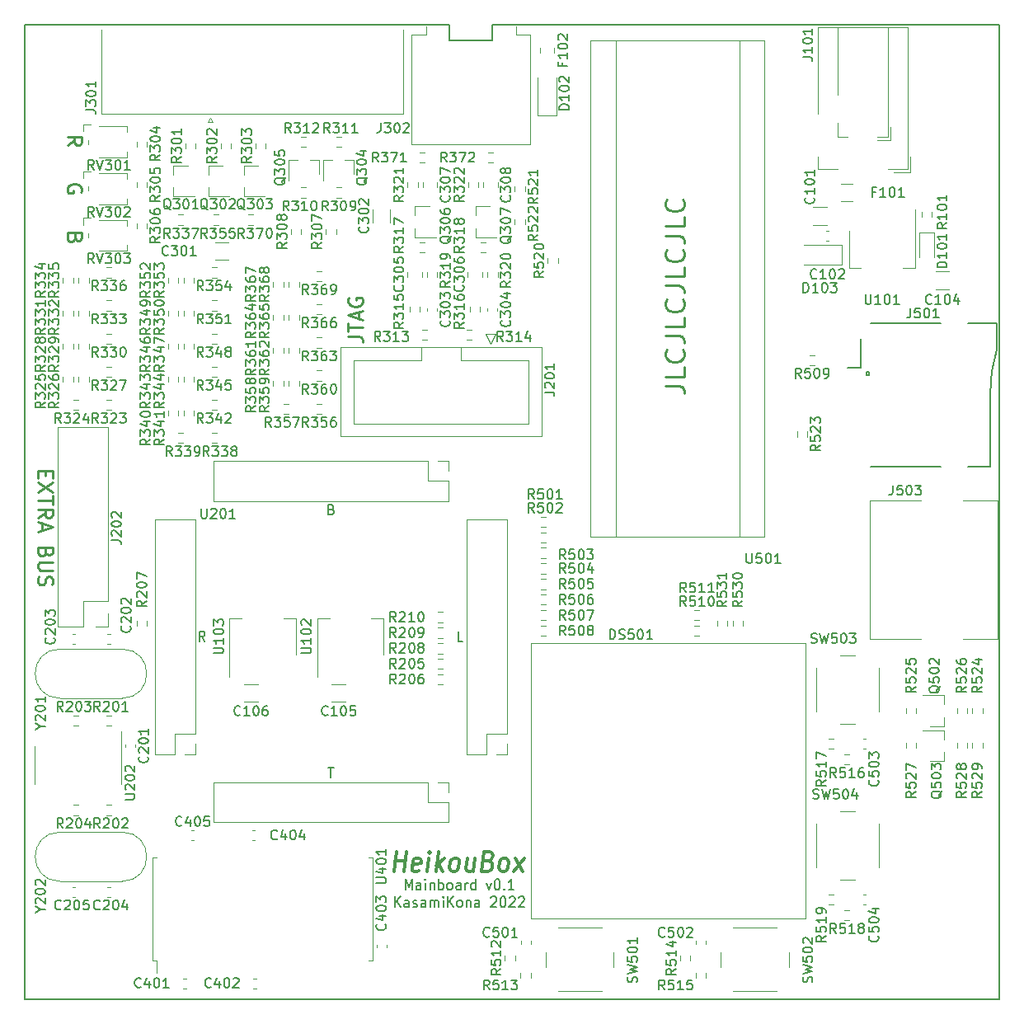
<source format=gbr>
%TF.GenerationSoftware,KiCad,Pcbnew,(5.1.10)-1*%
%TF.CreationDate,2022-11-11T04:49:50+00:00*%
%TF.ProjectId,HeikouBox,4865696b-6f75-4426-9f78-2e6b69636164,rev?*%
%TF.SameCoordinates,Original*%
%TF.FileFunction,Legend,Top*%
%TF.FilePolarity,Positive*%
%FSLAX46Y46*%
G04 Gerber Fmt 4.6, Leading zero omitted, Abs format (unit mm)*
G04 Created by KiCad (PCBNEW (5.1.10)-1) date 2022-11-11 04:49:50*
%MOMM*%
%LPD*%
G01*
G04 APERTURE LIST*
%ADD10C,0.150000*%
%ADD11C,0.300000*%
%ADD12C,0.250000*%
%TA.AperFunction,Profile*%
%ADD13C,0.150000*%
%TD*%
%ADD14C,0.120000*%
G04 APERTURE END LIST*
D10*
X53852380Y-109197619D02*
X53852380Y-108097619D01*
X54185714Y-108883333D01*
X54519047Y-108097619D01*
X54519047Y-109197619D01*
X55423809Y-109197619D02*
X55423809Y-108621428D01*
X55376190Y-108516666D01*
X55280952Y-108464285D01*
X55090476Y-108464285D01*
X54995238Y-108516666D01*
X55423809Y-109145238D02*
X55328571Y-109197619D01*
X55090476Y-109197619D01*
X54995238Y-109145238D01*
X54947619Y-109040476D01*
X54947619Y-108935714D01*
X54995238Y-108830952D01*
X55090476Y-108778571D01*
X55328571Y-108778571D01*
X55423809Y-108726190D01*
X55900000Y-109197619D02*
X55900000Y-108464285D01*
X55900000Y-108097619D02*
X55852380Y-108150000D01*
X55900000Y-108202380D01*
X55947619Y-108150000D01*
X55900000Y-108097619D01*
X55900000Y-108202380D01*
X56376190Y-108464285D02*
X56376190Y-109197619D01*
X56376190Y-108569047D02*
X56423809Y-108516666D01*
X56519047Y-108464285D01*
X56661904Y-108464285D01*
X56757142Y-108516666D01*
X56804761Y-108621428D01*
X56804761Y-109197619D01*
X57280952Y-109197619D02*
X57280952Y-108097619D01*
X57280952Y-108516666D02*
X57376190Y-108464285D01*
X57566666Y-108464285D01*
X57661904Y-108516666D01*
X57709523Y-108569047D01*
X57757142Y-108673809D01*
X57757142Y-108988095D01*
X57709523Y-109092857D01*
X57661904Y-109145238D01*
X57566666Y-109197619D01*
X57376190Y-109197619D01*
X57280952Y-109145238D01*
X58328571Y-109197619D02*
X58233333Y-109145238D01*
X58185714Y-109092857D01*
X58138095Y-108988095D01*
X58138095Y-108673809D01*
X58185714Y-108569047D01*
X58233333Y-108516666D01*
X58328571Y-108464285D01*
X58471428Y-108464285D01*
X58566666Y-108516666D01*
X58614285Y-108569047D01*
X58661904Y-108673809D01*
X58661904Y-108988095D01*
X58614285Y-109092857D01*
X58566666Y-109145238D01*
X58471428Y-109197619D01*
X58328571Y-109197619D01*
X59519047Y-109197619D02*
X59519047Y-108621428D01*
X59471428Y-108516666D01*
X59376190Y-108464285D01*
X59185714Y-108464285D01*
X59090476Y-108516666D01*
X59519047Y-109145238D02*
X59423809Y-109197619D01*
X59185714Y-109197619D01*
X59090476Y-109145238D01*
X59042857Y-109040476D01*
X59042857Y-108935714D01*
X59090476Y-108830952D01*
X59185714Y-108778571D01*
X59423809Y-108778571D01*
X59519047Y-108726190D01*
X59995238Y-109197619D02*
X59995238Y-108464285D01*
X59995238Y-108673809D02*
X60042857Y-108569047D01*
X60090476Y-108516666D01*
X60185714Y-108464285D01*
X60280952Y-108464285D01*
X61042857Y-109197619D02*
X61042857Y-108097619D01*
X61042857Y-109145238D02*
X60947619Y-109197619D01*
X60757142Y-109197619D01*
X60661904Y-109145238D01*
X60614285Y-109092857D01*
X60566666Y-108988095D01*
X60566666Y-108673809D01*
X60614285Y-108569047D01*
X60661904Y-108516666D01*
X60757142Y-108464285D01*
X60947619Y-108464285D01*
X61042857Y-108516666D01*
X62185714Y-108464285D02*
X62423809Y-109197619D01*
X62661904Y-108464285D01*
X63233333Y-108097619D02*
X63328571Y-108097619D01*
X63423809Y-108150000D01*
X63471428Y-108202380D01*
X63519047Y-108307142D01*
X63566666Y-108516666D01*
X63566666Y-108778571D01*
X63519047Y-108988095D01*
X63471428Y-109092857D01*
X63423809Y-109145238D01*
X63328571Y-109197619D01*
X63233333Y-109197619D01*
X63138095Y-109145238D01*
X63090476Y-109092857D01*
X63042857Y-108988095D01*
X62995238Y-108778571D01*
X62995238Y-108516666D01*
X63042857Y-108307142D01*
X63090476Y-108202380D01*
X63138095Y-108150000D01*
X63233333Y-108097619D01*
X63995238Y-109092857D02*
X64042857Y-109145238D01*
X63995238Y-109197619D01*
X63947619Y-109145238D01*
X63995238Y-109092857D01*
X63995238Y-109197619D01*
X64995238Y-109197619D02*
X64423809Y-109197619D01*
X64709523Y-109197619D02*
X64709523Y-108097619D01*
X64614285Y-108254761D01*
X64519047Y-108359523D01*
X64423809Y-108411904D01*
X52780952Y-110997619D02*
X52780952Y-109897619D01*
X53352380Y-110997619D02*
X52923809Y-110369047D01*
X53352380Y-109897619D02*
X52780952Y-110526190D01*
X54209523Y-110997619D02*
X54209523Y-110421428D01*
X54161904Y-110316666D01*
X54066666Y-110264285D01*
X53876190Y-110264285D01*
X53780952Y-110316666D01*
X54209523Y-110945238D02*
X54114285Y-110997619D01*
X53876190Y-110997619D01*
X53780952Y-110945238D01*
X53733333Y-110840476D01*
X53733333Y-110735714D01*
X53780952Y-110630952D01*
X53876190Y-110578571D01*
X54114285Y-110578571D01*
X54209523Y-110526190D01*
X54638095Y-110945238D02*
X54733333Y-110997619D01*
X54923809Y-110997619D01*
X55019047Y-110945238D01*
X55066666Y-110840476D01*
X55066666Y-110788095D01*
X55019047Y-110683333D01*
X54923809Y-110630952D01*
X54780952Y-110630952D01*
X54685714Y-110578571D01*
X54638095Y-110473809D01*
X54638095Y-110421428D01*
X54685714Y-110316666D01*
X54780952Y-110264285D01*
X54923809Y-110264285D01*
X55019047Y-110316666D01*
X55923809Y-110997619D02*
X55923809Y-110421428D01*
X55876190Y-110316666D01*
X55780952Y-110264285D01*
X55590476Y-110264285D01*
X55495238Y-110316666D01*
X55923809Y-110945238D02*
X55828571Y-110997619D01*
X55590476Y-110997619D01*
X55495238Y-110945238D01*
X55447619Y-110840476D01*
X55447619Y-110735714D01*
X55495238Y-110630952D01*
X55590476Y-110578571D01*
X55828571Y-110578571D01*
X55923809Y-110526190D01*
X56400000Y-110997619D02*
X56400000Y-110264285D01*
X56400000Y-110369047D02*
X56447619Y-110316666D01*
X56542857Y-110264285D01*
X56685714Y-110264285D01*
X56780952Y-110316666D01*
X56828571Y-110421428D01*
X56828571Y-110997619D01*
X56828571Y-110421428D02*
X56876190Y-110316666D01*
X56971428Y-110264285D01*
X57114285Y-110264285D01*
X57209523Y-110316666D01*
X57257142Y-110421428D01*
X57257142Y-110997619D01*
X57733333Y-110997619D02*
X57733333Y-110264285D01*
X57733333Y-109897619D02*
X57685714Y-109950000D01*
X57733333Y-110002380D01*
X57780952Y-109950000D01*
X57733333Y-109897619D01*
X57733333Y-110002380D01*
X58209523Y-110997619D02*
X58209523Y-109897619D01*
X58780952Y-110997619D02*
X58352380Y-110369047D01*
X58780952Y-109897619D02*
X58209523Y-110526190D01*
X59352380Y-110997619D02*
X59257142Y-110945238D01*
X59209523Y-110892857D01*
X59161904Y-110788095D01*
X59161904Y-110473809D01*
X59209523Y-110369047D01*
X59257142Y-110316666D01*
X59352380Y-110264285D01*
X59495238Y-110264285D01*
X59590476Y-110316666D01*
X59638095Y-110369047D01*
X59685714Y-110473809D01*
X59685714Y-110788095D01*
X59638095Y-110892857D01*
X59590476Y-110945238D01*
X59495238Y-110997619D01*
X59352380Y-110997619D01*
X60114285Y-110264285D02*
X60114285Y-110997619D01*
X60114285Y-110369047D02*
X60161904Y-110316666D01*
X60257142Y-110264285D01*
X60400000Y-110264285D01*
X60495238Y-110316666D01*
X60542857Y-110421428D01*
X60542857Y-110997619D01*
X61447619Y-110997619D02*
X61447619Y-110421428D01*
X61400000Y-110316666D01*
X61304761Y-110264285D01*
X61114285Y-110264285D01*
X61019047Y-110316666D01*
X61447619Y-110945238D02*
X61352380Y-110997619D01*
X61114285Y-110997619D01*
X61019047Y-110945238D01*
X60971428Y-110840476D01*
X60971428Y-110735714D01*
X61019047Y-110630952D01*
X61114285Y-110578571D01*
X61352380Y-110578571D01*
X61447619Y-110526190D01*
X62638095Y-110002380D02*
X62685714Y-109950000D01*
X62780952Y-109897619D01*
X63019047Y-109897619D01*
X63114285Y-109950000D01*
X63161904Y-110002380D01*
X63209523Y-110107142D01*
X63209523Y-110211904D01*
X63161904Y-110369047D01*
X62590476Y-110997619D01*
X63209523Y-110997619D01*
X63828571Y-109897619D02*
X63923809Y-109897619D01*
X64019047Y-109950000D01*
X64066666Y-110002380D01*
X64114285Y-110107142D01*
X64161904Y-110316666D01*
X64161904Y-110578571D01*
X64114285Y-110788095D01*
X64066666Y-110892857D01*
X64019047Y-110945238D01*
X63923809Y-110997619D01*
X63828571Y-110997619D01*
X63733333Y-110945238D01*
X63685714Y-110892857D01*
X63638095Y-110788095D01*
X63590476Y-110578571D01*
X63590476Y-110316666D01*
X63638095Y-110107142D01*
X63685714Y-110002380D01*
X63733333Y-109950000D01*
X63828571Y-109897619D01*
X64542857Y-110002380D02*
X64590476Y-109950000D01*
X64685714Y-109897619D01*
X64923809Y-109897619D01*
X65019047Y-109950000D01*
X65066666Y-110002380D01*
X65114285Y-110107142D01*
X65114285Y-110211904D01*
X65066666Y-110369047D01*
X64495238Y-110997619D01*
X65114285Y-110997619D01*
X65495238Y-110002380D02*
X65542857Y-109950000D01*
X65638095Y-109897619D01*
X65876190Y-109897619D01*
X65971428Y-109950000D01*
X66019047Y-110002380D01*
X66066666Y-110107142D01*
X66066666Y-110211904D01*
X66019047Y-110369047D01*
X65447619Y-110997619D01*
X66066666Y-110997619D01*
D11*
X52685744Y-107304761D02*
X52935744Y-105304761D01*
X52816696Y-106257142D02*
X53845267Y-106257142D01*
X53714315Y-107304761D02*
X53964315Y-105304761D01*
X55269077Y-107209523D02*
X55085744Y-107304761D01*
X54742886Y-107304761D01*
X54583363Y-107209523D01*
X54521458Y-107019047D01*
X54616696Y-106257142D01*
X54726220Y-106066666D01*
X54909553Y-105971428D01*
X55252410Y-105971428D01*
X55411934Y-106066666D01*
X55473839Y-106257142D01*
X55450029Y-106447619D01*
X54569077Y-106638095D01*
X56114315Y-107304761D02*
X56280982Y-105971428D01*
X56364315Y-105304761D02*
X56266696Y-105400000D01*
X56340505Y-105495238D01*
X56438125Y-105400000D01*
X56364315Y-105304761D01*
X56340505Y-105495238D01*
X56971458Y-107304761D02*
X57221458Y-105304761D01*
X57238125Y-106542857D02*
X57657172Y-107304761D01*
X57823839Y-105971428D02*
X57042886Y-106733333D01*
X58685744Y-107304761D02*
X58526220Y-107209523D01*
X58452410Y-107114285D01*
X58390505Y-106923809D01*
X58461934Y-106352380D01*
X58571458Y-106161904D01*
X58669077Y-106066666D01*
X58852410Y-105971428D01*
X59109553Y-105971428D01*
X59269077Y-106066666D01*
X59342886Y-106161904D01*
X59404791Y-106352380D01*
X59333363Y-106923809D01*
X59223839Y-107114285D01*
X59126220Y-107209523D01*
X58942886Y-107304761D01*
X58685744Y-107304761D01*
X60995267Y-105971428D02*
X60828601Y-107304761D01*
X60223839Y-105971428D02*
X60092886Y-107019047D01*
X60154791Y-107209523D01*
X60314315Y-107304761D01*
X60571458Y-107304761D01*
X60754791Y-107209523D01*
X60852410Y-107114285D01*
X62416696Y-106257142D02*
X62661934Y-106352380D01*
X62735744Y-106447619D01*
X62797648Y-106638095D01*
X62761934Y-106923809D01*
X62652410Y-107114285D01*
X62554791Y-107209523D01*
X62371458Y-107304761D01*
X61685744Y-107304761D01*
X61935744Y-105304761D01*
X62535744Y-105304761D01*
X62695267Y-105400000D01*
X62769077Y-105495238D01*
X62830982Y-105685714D01*
X62807172Y-105876190D01*
X62697648Y-106066666D01*
X62600029Y-106161904D01*
X62416696Y-106257142D01*
X61816696Y-106257142D01*
X63742886Y-107304761D02*
X63583363Y-107209523D01*
X63509553Y-107114285D01*
X63447648Y-106923809D01*
X63519077Y-106352380D01*
X63628601Y-106161904D01*
X63726220Y-106066666D01*
X63909553Y-105971428D01*
X64166696Y-105971428D01*
X64326220Y-106066666D01*
X64400029Y-106161904D01*
X64461934Y-106352380D01*
X64390505Y-106923809D01*
X64280982Y-107114285D01*
X64183363Y-107209523D01*
X64000029Y-107304761D01*
X63742886Y-107304761D01*
X64942886Y-107304761D02*
X66052410Y-105971428D01*
X65109553Y-105971428D02*
X65885744Y-107304761D01*
D12*
X80504761Y-57438095D02*
X81933333Y-57438095D01*
X82219047Y-57533333D01*
X82409523Y-57723809D01*
X82504761Y-58009523D01*
X82504761Y-58200000D01*
X82504761Y-55533333D02*
X82504761Y-56485714D01*
X80504761Y-56485714D01*
X82314285Y-53723809D02*
X82409523Y-53819047D01*
X82504761Y-54104761D01*
X82504761Y-54295238D01*
X82409523Y-54580952D01*
X82219047Y-54771428D01*
X82028571Y-54866666D01*
X81647619Y-54961904D01*
X81361904Y-54961904D01*
X80980952Y-54866666D01*
X80790476Y-54771428D01*
X80600000Y-54580952D01*
X80504761Y-54295238D01*
X80504761Y-54104761D01*
X80600000Y-53819047D01*
X80695238Y-53723809D01*
X80504761Y-52295238D02*
X81933333Y-52295238D01*
X82219047Y-52390476D01*
X82409523Y-52580952D01*
X82504761Y-52866666D01*
X82504761Y-53057142D01*
X82504761Y-50390476D02*
X82504761Y-51342857D01*
X80504761Y-51342857D01*
X82314285Y-48580952D02*
X82409523Y-48676190D01*
X82504761Y-48961904D01*
X82504761Y-49152380D01*
X82409523Y-49438095D01*
X82219047Y-49628571D01*
X82028571Y-49723809D01*
X81647619Y-49819047D01*
X81361904Y-49819047D01*
X80980952Y-49723809D01*
X80790476Y-49628571D01*
X80600000Y-49438095D01*
X80504761Y-49152380D01*
X80504761Y-48961904D01*
X80600000Y-48676190D01*
X80695238Y-48580952D01*
X80504761Y-47152380D02*
X81933333Y-47152380D01*
X82219047Y-47247619D01*
X82409523Y-47438095D01*
X82504761Y-47723809D01*
X82504761Y-47914285D01*
X82504761Y-45247619D02*
X82504761Y-46200000D01*
X80504761Y-46200000D01*
X82314285Y-43438095D02*
X82409523Y-43533333D01*
X82504761Y-43819047D01*
X82504761Y-44009523D01*
X82409523Y-44295238D01*
X82219047Y-44485714D01*
X82028571Y-44580952D01*
X81647619Y-44676190D01*
X81361904Y-44676190D01*
X80980952Y-44580952D01*
X80790476Y-44485714D01*
X80600000Y-44295238D01*
X80504761Y-44009523D01*
X80504761Y-43819047D01*
X80600000Y-43533333D01*
X80695238Y-43438095D01*
X80504761Y-42009523D02*
X81933333Y-42009523D01*
X82219047Y-42104761D01*
X82409523Y-42295238D01*
X82504761Y-42580952D01*
X82504761Y-42771428D01*
X82504761Y-40104761D02*
X82504761Y-41057142D01*
X80504761Y-41057142D01*
X82314285Y-38295238D02*
X82409523Y-38390476D01*
X82504761Y-38676190D01*
X82504761Y-38866666D01*
X82409523Y-39152380D01*
X82219047Y-39342857D01*
X82028571Y-39438095D01*
X81647619Y-39533333D01*
X81361904Y-39533333D01*
X80980952Y-39438095D01*
X80790476Y-39342857D01*
X80600000Y-39152380D01*
X80504761Y-38866666D01*
X80504761Y-38676190D01*
X80600000Y-38390476D01*
X80695238Y-38295238D01*
X47978571Y-52350000D02*
X49050000Y-52350000D01*
X49264285Y-52421428D01*
X49407142Y-52564285D01*
X49478571Y-52778571D01*
X49478571Y-52921428D01*
X47978571Y-51850000D02*
X47978571Y-50992857D01*
X49478571Y-51421428D02*
X47978571Y-51421428D01*
X49050000Y-50564285D02*
X49050000Y-49850000D01*
X49478571Y-50707142D02*
X47978571Y-50207142D01*
X49478571Y-49707142D01*
X48050000Y-48421428D02*
X47978571Y-48564285D01*
X47978571Y-48778571D01*
X48050000Y-48992857D01*
X48192857Y-49135714D01*
X48335714Y-49207142D01*
X48621428Y-49278571D01*
X48835714Y-49278571D01*
X49121428Y-49207142D01*
X49264285Y-49135714D01*
X49407142Y-48992857D01*
X49478571Y-48778571D01*
X49478571Y-48635714D01*
X49407142Y-48421428D01*
X49335714Y-48350000D01*
X48835714Y-48350000D01*
X48835714Y-48635714D01*
X16907142Y-66178571D02*
X16907142Y-66678571D01*
X16121428Y-66892857D02*
X16121428Y-66178571D01*
X17621428Y-66178571D01*
X17621428Y-66892857D01*
X17621428Y-67392857D02*
X16121428Y-68392857D01*
X17621428Y-68392857D02*
X16121428Y-67392857D01*
X17621428Y-68750000D02*
X17621428Y-69607142D01*
X16121428Y-69178571D02*
X17621428Y-69178571D01*
X16121428Y-70964285D02*
X16835714Y-70464285D01*
X16121428Y-70107142D02*
X17621428Y-70107142D01*
X17621428Y-70678571D01*
X17550000Y-70821428D01*
X17478571Y-70892857D01*
X17335714Y-70964285D01*
X17121428Y-70964285D01*
X16978571Y-70892857D01*
X16907142Y-70821428D01*
X16835714Y-70678571D01*
X16835714Y-70107142D01*
X16550000Y-71535714D02*
X16550000Y-72250000D01*
X16121428Y-71392857D02*
X17621428Y-71892857D01*
X16121428Y-72392857D01*
X16907142Y-74535714D02*
X16835714Y-74750000D01*
X16764285Y-74821428D01*
X16621428Y-74892857D01*
X16407142Y-74892857D01*
X16264285Y-74821428D01*
X16192857Y-74750000D01*
X16121428Y-74607142D01*
X16121428Y-74035714D01*
X17621428Y-74035714D01*
X17621428Y-74535714D01*
X17550000Y-74678571D01*
X17478571Y-74750000D01*
X17335714Y-74821428D01*
X17192857Y-74821428D01*
X17050000Y-74750000D01*
X16978571Y-74678571D01*
X16907142Y-74535714D01*
X16907142Y-74035714D01*
X17621428Y-75535714D02*
X16407142Y-75535714D01*
X16264285Y-75607142D01*
X16192857Y-75678571D01*
X16121428Y-75821428D01*
X16121428Y-76107142D01*
X16192857Y-76250000D01*
X16264285Y-76321428D01*
X16407142Y-76392857D01*
X17621428Y-76392857D01*
X16192857Y-77035714D02*
X16121428Y-77250000D01*
X16121428Y-77607142D01*
X16192857Y-77750000D01*
X16264285Y-77821428D01*
X16407142Y-77892857D01*
X16550000Y-77892857D01*
X16692857Y-77821428D01*
X16764285Y-77750000D01*
X16835714Y-77607142D01*
X16907142Y-77321428D01*
X16978571Y-77178571D01*
X17050000Y-77107142D01*
X17192857Y-77035714D01*
X17335714Y-77035714D01*
X17478571Y-77107142D01*
X17550000Y-77178571D01*
X17621428Y-77321428D01*
X17621428Y-77678571D01*
X17550000Y-77892857D01*
D13*
X62800000Y-20400000D02*
X114800000Y-20400000D01*
X62800000Y-22000000D02*
X62800000Y-20400000D01*
X58400000Y-22000000D02*
X62800000Y-22000000D01*
X58400000Y-20400000D02*
X58400000Y-22000000D01*
X114800000Y-120400000D02*
X114800000Y-20400000D01*
X14800000Y-120400000D02*
X114800000Y-120400000D01*
X14800000Y-20400000D02*
X14800000Y-120400000D01*
X58400000Y-20400000D02*
X14800000Y-20400000D01*
D12*
X19121428Y-32735714D02*
X19835714Y-32235714D01*
X19121428Y-31878571D02*
X20621428Y-31878571D01*
X20621428Y-32450000D01*
X20550000Y-32592857D01*
X20478571Y-32664285D01*
X20335714Y-32735714D01*
X20121428Y-32735714D01*
X19978571Y-32664285D01*
X19907142Y-32592857D01*
X19835714Y-32450000D01*
X19835714Y-31878571D01*
X20550000Y-37592857D02*
X20621428Y-37450000D01*
X20621428Y-37235714D01*
X20550000Y-37021428D01*
X20407142Y-36878571D01*
X20264285Y-36807142D01*
X19978571Y-36735714D01*
X19764285Y-36735714D01*
X19478571Y-36807142D01*
X19335714Y-36878571D01*
X19192857Y-37021428D01*
X19121428Y-37235714D01*
X19121428Y-37378571D01*
X19192857Y-37592857D01*
X19264285Y-37664285D01*
X19764285Y-37664285D01*
X19764285Y-37378571D01*
X19907142Y-42235714D02*
X19835714Y-42450000D01*
X19764285Y-42521428D01*
X19621428Y-42592857D01*
X19407142Y-42592857D01*
X19264285Y-42521428D01*
X19192857Y-42450000D01*
X19121428Y-42307142D01*
X19121428Y-41735714D01*
X20621428Y-41735714D01*
X20621428Y-42235714D01*
X20550000Y-42378571D01*
X20478571Y-42450000D01*
X20335714Y-42521428D01*
X20192857Y-42521428D01*
X20050000Y-42450000D01*
X19978571Y-42378571D01*
X19907142Y-42235714D01*
X19907142Y-41735714D01*
D14*
%TO.C,U102*%
X51610000Y-81290000D02*
X50350000Y-81290000D01*
X44790000Y-81290000D02*
X46050000Y-81290000D01*
X51610000Y-85050000D02*
X51610000Y-81290000D01*
X44790000Y-87300000D02*
X44790000Y-81290000D01*
%TO.C,F101*%
X99802064Y-38510000D02*
X98597936Y-38510000D01*
X99802064Y-36690000D02*
X98597936Y-36690000D01*
%TO.C,F102*%
X69110000Y-22738748D02*
X69110000Y-23261252D01*
X67690000Y-22738748D02*
X67690000Y-23261252D01*
%TO.C,D103*%
X98650000Y-45000000D02*
X98650000Y-43000000D01*
X98650000Y-43000000D02*
X94750000Y-43000000D01*
X98650000Y-45000000D02*
X94750000Y-45000000D01*
%TO.C,D102*%
X67400000Y-29650000D02*
X67400000Y-25750000D01*
X69400000Y-29650000D02*
X69400000Y-25750000D01*
X67400000Y-29650000D02*
X69400000Y-29650000D01*
%TO.C,U501*%
X90730000Y-22010000D02*
X72830000Y-22010000D01*
X90730000Y-72930000D02*
X90730000Y-22010000D01*
X72830000Y-72930000D02*
X72830000Y-22010000D01*
X90730000Y-72930000D02*
X72830000Y-72930000D01*
X88130000Y-72930000D02*
X88130000Y-22010000D01*
X75430000Y-72930000D02*
X75430000Y-22010000D01*
%TO.C,R531*%
X86922500Y-82054724D02*
X86922500Y-81545276D01*
X85877500Y-82054724D02*
X85877500Y-81545276D01*
%TO.C,R530*%
X88522500Y-82054724D02*
X88522500Y-81545276D01*
X87477500Y-82054724D02*
X87477500Y-81545276D01*
%TO.C,R529*%
X112077500Y-94654724D02*
X112077500Y-94145276D01*
X113122500Y-94654724D02*
X113122500Y-94145276D01*
%TO.C,R524*%
X113122500Y-90545276D02*
X113122500Y-91054724D01*
X112077500Y-90545276D02*
X112077500Y-91054724D01*
%TO.C,R522*%
X65077500Y-40345276D02*
X65077500Y-40854724D01*
X66122500Y-40345276D02*
X66122500Y-40854724D01*
%TO.C,R521*%
X65077500Y-36945276D02*
X65077500Y-37454724D01*
X66122500Y-36945276D02*
X66122500Y-37454724D01*
%TO.C,R520*%
X68477500Y-44345276D02*
X68477500Y-44854724D01*
X69522500Y-44345276D02*
X69522500Y-44854724D01*
%TO.C,DS501*%
X94910000Y-112100000D02*
X94910000Y-83900000D01*
X66710000Y-112100000D02*
X94910000Y-112100000D01*
X66710000Y-83900000D02*
X66710000Y-112100000D01*
X66710000Y-83900000D02*
X94910000Y-83900000D01*
%TO.C,J101*%
X96200000Y-20600000D02*
X105400000Y-20600000D01*
X98200000Y-35200000D02*
X96200000Y-35200000D01*
X105400000Y-35200000D02*
X103400000Y-35200000D01*
X105400000Y-20600000D02*
X105400000Y-35200000D01*
X96200000Y-35200000D02*
X96200000Y-33900000D01*
X104000000Y-35500000D02*
X105700000Y-35500000D01*
X105700000Y-35500000D02*
X105700000Y-33900000D01*
X96200000Y-29500000D02*
X96200000Y-20600000D01*
X98200000Y-27600000D02*
X98200000Y-20600000D01*
X103400000Y-20600000D02*
X103400000Y-31900000D01*
X99300000Y-31900000D02*
X98200000Y-31900000D01*
X98200000Y-31900000D02*
X98200000Y-30400000D01*
X102300000Y-32200000D02*
X103700000Y-32200000D01*
X103700000Y-32200000D02*
X103700000Y-30900000D01*
X103400000Y-31900000D02*
X102300000Y-31900000D01*
%TO.C,U103*%
X42610000Y-81290000D02*
X41350000Y-81290000D01*
X35790000Y-81290000D02*
X37050000Y-81290000D01*
X42610000Y-85050000D02*
X42610000Y-81290000D01*
X35790000Y-87300000D02*
X35790000Y-81290000D01*
%TO.C,U101*%
X99390000Y-45310000D02*
X100650000Y-45310000D01*
X106210000Y-45310000D02*
X104950000Y-45310000D01*
X99390000Y-41550000D02*
X99390000Y-45310000D01*
X106210000Y-39300000D02*
X106210000Y-45310000D01*
%TO.C,R101*%
X107922500Y-40054724D02*
X107922500Y-39545276D01*
X106877500Y-40054724D02*
X106877500Y-39545276D01*
%TO.C,D101*%
X106665000Y-41740000D02*
X106665000Y-44200000D01*
X108135000Y-41740000D02*
X106665000Y-41740000D01*
X108135000Y-44200000D02*
X108135000Y-41740000D01*
%TO.C,C106*%
X38711252Y-89910000D02*
X37288748Y-89910000D01*
X38711252Y-88090000D02*
X37288748Y-88090000D01*
%TO.C,C105*%
X47711252Y-89910000D02*
X46288748Y-89910000D01*
X47711252Y-88090000D02*
X46288748Y-88090000D01*
%TO.C,C104*%
X108288748Y-45690000D02*
X109711252Y-45690000D01*
X108288748Y-47510000D02*
X109711252Y-47510000D01*
%TO.C,C102*%
X97346267Y-42510000D02*
X97053733Y-42510000D01*
X97346267Y-41490000D02*
X97053733Y-41490000D01*
%TO.C,C101*%
X97111252Y-40910000D02*
X95688748Y-40910000D01*
X97111252Y-39090000D02*
X95688748Y-39090000D01*
%TO.C,C405*%
X32146267Y-104110000D02*
X31853733Y-104110000D01*
X32146267Y-103090000D02*
X31853733Y-103090000D01*
%TO.C,R528*%
X110477500Y-94654724D02*
X110477500Y-94145276D01*
X111522500Y-94654724D02*
X111522500Y-94145276D01*
%TO.C,R527*%
X106322500Y-94654724D02*
X106322500Y-94145276D01*
X105277500Y-94654724D02*
X105277500Y-94145276D01*
%TO.C,R526*%
X110477500Y-90545276D02*
X110477500Y-91054724D01*
X111522500Y-90545276D02*
X111522500Y-91054724D01*
%TO.C,R525*%
X106322500Y-91054724D02*
X106322500Y-90545276D01*
X105277500Y-91054724D02*
X105277500Y-90545276D01*
%TO.C,R523*%
X95122500Y-62145276D02*
X95122500Y-62654724D01*
X94077500Y-62145276D02*
X94077500Y-62654724D01*
%TO.C,Q503*%
X109160000Y-95980000D02*
X107700000Y-95980000D01*
X109160000Y-92820000D02*
X107000000Y-92820000D01*
X109160000Y-92820000D02*
X109160000Y-93750000D01*
X109160000Y-95980000D02*
X109160000Y-95050000D01*
%TO.C,Q502*%
X109160000Y-92380000D02*
X107700000Y-92380000D01*
X109160000Y-89220000D02*
X107000000Y-89220000D01*
X109160000Y-89220000D02*
X109160000Y-90150000D01*
X109160000Y-92380000D02*
X109160000Y-91450000D01*
%TO.C,J503*%
X101560000Y-83420000D02*
X101560000Y-69180000D01*
X101560000Y-83420000D02*
X106810000Y-83420000D01*
X101560000Y-69180000D02*
X106810000Y-69180000D01*
X114630000Y-83420000D02*
X111110000Y-83420000D01*
X114630000Y-69180000D02*
X114630000Y-83420000D01*
X111110000Y-69180000D02*
X114630000Y-69180000D01*
%TO.C,C404*%
X38116233Y-103090000D02*
X38408767Y-103090000D01*
X38116233Y-104110000D02*
X38408767Y-104110000D01*
%TO.C,C403*%
X50890000Y-115146267D02*
X50890000Y-114853733D01*
X51910000Y-115146267D02*
X51910000Y-114853733D01*
%TO.C,C402*%
X38546267Y-119310000D02*
X38253733Y-119310000D01*
X38546267Y-118290000D02*
X38253733Y-118290000D01*
%TO.C,C401*%
X31053733Y-118290000D02*
X31346267Y-118290000D01*
X31053733Y-119310000D02*
X31346267Y-119310000D01*
%TO.C,J302*%
X65200000Y-20500000D02*
X65200000Y-21400000D01*
X65200000Y-21400000D02*
X66700000Y-21400000D01*
X66700000Y-21400000D02*
X66700000Y-32600000D01*
X66700000Y-32600000D02*
X54500000Y-32600000D01*
X54500000Y-32600000D02*
X54500000Y-21400000D01*
X54500000Y-21400000D02*
X56000000Y-21400000D01*
X56000000Y-21400000D02*
X56000000Y-20500000D01*
D10*
%TO.C,J501*%
X113900000Y-65750000D02*
X113900000Y-58400000D01*
X113900000Y-58400000D02*
X113950000Y-57050000D01*
X113950000Y-57050000D02*
X114100000Y-55900000D01*
X114100000Y-55900000D02*
X114300000Y-54800000D01*
X114300000Y-54800000D02*
X114600000Y-53750000D01*
X100600000Y-55600000D02*
X99300000Y-55600000D01*
X108800000Y-65750000D02*
X101600000Y-65750000D01*
X111600000Y-65750000D02*
X113900000Y-65750000D01*
X114600000Y-53750000D02*
X114600000Y-51050000D01*
X114600000Y-51050000D02*
X111600000Y-51050000D01*
X101600000Y-51050000D02*
X108800000Y-51050000D01*
X101200000Y-56050000D02*
X101200000Y-56350000D01*
X101200000Y-56350000D02*
X101500000Y-56350000D01*
X101500000Y-56350000D02*
X101500000Y-56050000D01*
X101500000Y-56050000D02*
X101200000Y-56050000D01*
X100600000Y-55600000D02*
X100600000Y-52600000D01*
D14*
%TO.C,R372*%
X62345276Y-33477500D02*
X62854724Y-33477500D01*
X62345276Y-34522500D02*
X62854724Y-34522500D01*
%TO.C,R371*%
X55854724Y-33477500D02*
X55345276Y-33477500D01*
X55854724Y-34522500D02*
X55345276Y-34522500D01*
%TO.C,U201*%
X32260000Y-93200000D02*
X30200000Y-93200000D01*
X30200000Y-93200000D02*
X30200000Y-95260000D01*
X32260000Y-95260000D02*
X31200000Y-95260000D01*
X32260000Y-94200000D02*
X32260000Y-95260000D01*
X32260000Y-71140000D02*
X28140000Y-71140000D01*
X28140000Y-95260000D02*
X28140000Y-71140000D01*
X32260000Y-93200000D02*
X32260000Y-71140000D01*
X30200000Y-95260000D02*
X28140000Y-95260000D01*
X64260000Y-93200000D02*
X62200000Y-93200000D01*
X62200000Y-93200000D02*
X62200000Y-95260000D01*
X64260000Y-95260000D02*
X63200000Y-95260000D01*
X64260000Y-94200000D02*
X64260000Y-95260000D01*
X64260000Y-71140000D02*
X60140000Y-71140000D01*
X60140000Y-95260000D02*
X60140000Y-71140000D01*
X64260000Y-93200000D02*
X64260000Y-71140000D01*
X62200000Y-95260000D02*
X60140000Y-95260000D01*
X56200000Y-98140000D02*
X56200000Y-100200000D01*
X56200000Y-100200000D02*
X58260000Y-100200000D01*
X58260000Y-98140000D02*
X58260000Y-99200000D01*
X57200000Y-98140000D02*
X58260000Y-98140000D01*
X34140000Y-98140000D02*
X34140000Y-102260000D01*
X58260000Y-102260000D02*
X34140000Y-102260000D01*
X56200000Y-98140000D02*
X34140000Y-98140000D01*
X58260000Y-100200000D02*
X58260000Y-102260000D01*
X56200000Y-65140000D02*
X34140000Y-65140000D01*
X58260000Y-69260000D02*
X34140000Y-69260000D01*
X58260000Y-67200000D02*
X58260000Y-69260000D01*
X34140000Y-65140000D02*
X34140000Y-69260000D01*
X57200000Y-65140000D02*
X58260000Y-65140000D01*
X58260000Y-65140000D02*
X58260000Y-66200000D01*
X56200000Y-67200000D02*
X58260000Y-67200000D01*
X56200000Y-65140000D02*
X56200000Y-67200000D01*
%TO.C,J201*%
X67810000Y-53510000D02*
X67810000Y-62630000D01*
X67810000Y-62630000D02*
X47230000Y-62630000D01*
X47230000Y-62630000D02*
X47230000Y-53510000D01*
X47230000Y-53510000D02*
X67810000Y-53510000D01*
X59570000Y-53510000D02*
X59570000Y-54820000D01*
X59570000Y-54820000D02*
X66510000Y-54820000D01*
X66510000Y-54820000D02*
X66510000Y-61320000D01*
X66510000Y-61320000D02*
X48530000Y-61320000D01*
X48530000Y-61320000D02*
X48530000Y-54820000D01*
X48530000Y-54820000D02*
X55470000Y-54820000D01*
X55470000Y-54820000D02*
X55470000Y-54820000D01*
X55470000Y-54820000D02*
X55470000Y-53510000D01*
X62600000Y-53120000D02*
X63100000Y-52120000D01*
X63100000Y-52120000D02*
X62100000Y-52120000D01*
X62100000Y-52120000D02*
X62600000Y-53120000D01*
%TO.C,SW502*%
X86250000Y-115600000D02*
X86250000Y-117100000D01*
X87500000Y-119600000D02*
X92000000Y-119600000D01*
X93250000Y-117100000D02*
X93250000Y-115600000D01*
X92000000Y-113100000D02*
X87500000Y-113100000D01*
%TO.C,SW504*%
X100000000Y-101150000D02*
X98500000Y-101150000D01*
X96000000Y-102400000D02*
X96000000Y-106900000D01*
X98500000Y-108150000D02*
X100000000Y-108150000D01*
X102500000Y-106900000D02*
X102500000Y-102400000D01*
%TO.C,SW503*%
X100000000Y-85150000D02*
X98500000Y-85150000D01*
X96000000Y-86400000D02*
X96000000Y-90900000D01*
X98500000Y-92150000D02*
X100000000Y-92150000D01*
X102500000Y-90900000D02*
X102500000Y-86400000D01*
%TO.C,SW501*%
X68250000Y-115600000D02*
X68250000Y-117100000D01*
X69500000Y-119600000D02*
X74000000Y-119600000D01*
X75250000Y-117100000D02*
X75250000Y-115600000D01*
X74000000Y-113100000D02*
X69500000Y-113100000D01*
%TO.C,R515*%
X83677500Y-118254724D02*
X83677500Y-117745276D01*
X84722500Y-118254724D02*
X84722500Y-117745276D01*
%TO.C,R514*%
X82077500Y-116454724D02*
X82077500Y-115945276D01*
X83122500Y-116454724D02*
X83122500Y-115945276D01*
%TO.C,R519*%
X97345276Y-109677500D02*
X97854724Y-109677500D01*
X97345276Y-110722500D02*
X97854724Y-110722500D01*
%TO.C,R518*%
X98945276Y-111277500D02*
X99454724Y-111277500D01*
X98945276Y-112322500D02*
X99454724Y-112322500D01*
%TO.C,R517*%
X97345276Y-93677500D02*
X97854724Y-93677500D01*
X97345276Y-94722500D02*
X97854724Y-94722500D01*
%TO.C,R516*%
X98945276Y-96322500D02*
X99454724Y-96322500D01*
X98945276Y-95277500D02*
X99454724Y-95277500D01*
%TO.C,R513*%
X66722500Y-118254724D02*
X66722500Y-117745276D01*
X65677500Y-118254724D02*
X65677500Y-117745276D01*
%TO.C,R512*%
X64077500Y-116454724D02*
X64077500Y-115945276D01*
X65122500Y-116454724D02*
X65122500Y-115945276D01*
%TO.C,R511*%
X83545276Y-80477500D02*
X84054724Y-80477500D01*
X83545276Y-81522500D02*
X84054724Y-81522500D01*
%TO.C,R510*%
X83545276Y-82077500D02*
X84054724Y-82077500D01*
X83545276Y-83122500D02*
X84054724Y-83122500D01*
%TO.C,R509*%
X95854724Y-55322500D02*
X95345276Y-55322500D01*
X95854724Y-54277500D02*
X95345276Y-54277500D01*
%TO.C,R508*%
X68254724Y-83122500D02*
X67745276Y-83122500D01*
X68254724Y-82077500D02*
X67745276Y-82077500D01*
%TO.C,R507*%
X68254724Y-81522500D02*
X67745276Y-81522500D01*
X68254724Y-80477500D02*
X67745276Y-80477500D01*
%TO.C,R506*%
X68254724Y-79922500D02*
X67745276Y-79922500D01*
X68254724Y-78877500D02*
X67745276Y-78877500D01*
%TO.C,R505*%
X68254724Y-78322500D02*
X67745276Y-78322500D01*
X68254724Y-77277500D02*
X67745276Y-77277500D01*
%TO.C,R504*%
X68254724Y-76722500D02*
X67745276Y-76722500D01*
X68254724Y-75677500D02*
X67745276Y-75677500D01*
%TO.C,R503*%
X68254724Y-75122500D02*
X67745276Y-75122500D01*
X68254724Y-74077500D02*
X67745276Y-74077500D01*
%TO.C,R502*%
X68254724Y-73522500D02*
X67745276Y-73522500D01*
X68254724Y-72477500D02*
X67745276Y-72477500D01*
%TO.C,R501*%
X68254724Y-71922500D02*
X67745276Y-71922500D01*
X68254724Y-70877500D02*
X67745276Y-70877500D01*
%TO.C,C502*%
X84710000Y-114453733D02*
X84710000Y-114746267D01*
X83690000Y-114453733D02*
X83690000Y-114746267D01*
%TO.C,C504*%
X101146267Y-110710000D02*
X100853733Y-110710000D01*
X101146267Y-109690000D02*
X100853733Y-109690000D01*
%TO.C,C503*%
X101146267Y-94710000D02*
X100853733Y-94710000D01*
X101146267Y-93690000D02*
X100853733Y-93690000D01*
%TO.C,C501*%
X66710000Y-114453733D02*
X66710000Y-114746267D01*
X65690000Y-114453733D02*
X65690000Y-114746267D01*
%TO.C,Y202*%
X24760000Y-108325000D02*
X18360000Y-108325000D01*
X24760000Y-103275000D02*
X18360000Y-103275000D01*
X24760000Y-103275000D02*
G75*
G02*
X24760000Y-108325000I0J-2525000D01*
G01*
X18360000Y-103275000D02*
G75*
G03*
X18360000Y-108325000I0J-2525000D01*
G01*
%TO.C,Y201*%
X24760000Y-84475000D02*
X18360000Y-84475000D01*
X24760000Y-89525000D02*
X18360000Y-89525000D01*
X18360000Y-84475000D02*
G75*
G03*
X18360000Y-89525000I0J-2525000D01*
G01*
X24760000Y-84475000D02*
G75*
G02*
X24760000Y-89525000I0J-2525000D01*
G01*
%TO.C,U202*%
X15765000Y-96400000D02*
X15765000Y-98350000D01*
X15765000Y-96400000D02*
X15765000Y-94450000D01*
X24635000Y-96400000D02*
X24635000Y-98350000D01*
X24635000Y-96400000D02*
X24635000Y-92950000D01*
%TO.C,R210*%
X57145276Y-81722500D02*
X57654724Y-81722500D01*
X57145276Y-80677500D02*
X57654724Y-80677500D01*
%TO.C,R209*%
X57145276Y-83322500D02*
X57654724Y-83322500D01*
X57145276Y-82277500D02*
X57654724Y-82277500D01*
%TO.C,R208*%
X57145276Y-84922500D02*
X57654724Y-84922500D01*
X57145276Y-83877500D02*
X57654724Y-83877500D01*
%TO.C,R207*%
X26277500Y-81545276D02*
X26277500Y-82054724D01*
X27322500Y-81545276D02*
X27322500Y-82054724D01*
%TO.C,R206*%
X57145276Y-88122500D02*
X57654724Y-88122500D01*
X57145276Y-87077500D02*
X57654724Y-87077500D01*
%TO.C,R205*%
X57145276Y-86522500D02*
X57654724Y-86522500D01*
X57145276Y-85477500D02*
X57654724Y-85477500D01*
%TO.C,R204*%
X20254724Y-101522500D02*
X19745276Y-101522500D01*
X20254724Y-100477500D02*
X19745276Y-100477500D01*
%TO.C,R203*%
X20254724Y-91277500D02*
X19745276Y-91277500D01*
X20254724Y-92322500D02*
X19745276Y-92322500D01*
%TO.C,R202*%
X23145276Y-100477500D02*
X23654724Y-100477500D01*
X23145276Y-101522500D02*
X23654724Y-101522500D01*
%TO.C,R201*%
X23145276Y-92322500D02*
X23654724Y-92322500D01*
X23145276Y-91277500D02*
X23654724Y-91277500D01*
%TO.C,J202*%
X23330000Y-82130000D02*
X22000000Y-82130000D01*
X23330000Y-80800000D02*
X23330000Y-82130000D01*
X20730000Y-82130000D02*
X18130000Y-82130000D01*
X20730000Y-79530000D02*
X20730000Y-82130000D01*
X23330000Y-79530000D02*
X20730000Y-79530000D01*
X18130000Y-82130000D02*
X18130000Y-61690000D01*
X23330000Y-79530000D02*
X23330000Y-61690000D01*
X23330000Y-61690000D02*
X18130000Y-61690000D01*
%TO.C,C205*%
X19653733Y-108890000D02*
X19946267Y-108890000D01*
X19653733Y-109910000D02*
X19946267Y-109910000D01*
%TO.C,C204*%
X23546267Y-109910000D02*
X23253733Y-109910000D01*
X23546267Y-108890000D02*
X23253733Y-108890000D01*
%TO.C,C203*%
X19653733Y-83910000D02*
X19946267Y-83910000D01*
X19653733Y-82890000D02*
X19946267Y-82890000D01*
%TO.C,C202*%
X23546267Y-82890000D02*
X23253733Y-82890000D01*
X23546267Y-83910000D02*
X23253733Y-83910000D01*
%TO.C,C201*%
X25090000Y-94546267D02*
X25090000Y-94253733D01*
X26110000Y-94546267D02*
X26110000Y-94253733D01*
%TO.C,C308*%
X63335000Y-37061252D02*
X63335000Y-36538748D01*
X61865000Y-37061252D02*
X61865000Y-36538748D01*
%TO.C,C307*%
X57135000Y-37061252D02*
X57135000Y-36538748D01*
X55665000Y-37061252D02*
X55665000Y-36538748D01*
%TO.C,C306*%
X61735000Y-46261252D02*
X61735000Y-45738748D01*
X60265000Y-46261252D02*
X60265000Y-45738748D01*
%TO.C,C305*%
X55535000Y-46261252D02*
X55535000Y-45738748D01*
X54065000Y-46261252D02*
X54065000Y-45738748D01*
%TO.C,C302*%
X50490000Y-40711252D02*
X50490000Y-39288748D01*
X52310000Y-40711252D02*
X52310000Y-39288748D01*
%TO.C,C301*%
X34288748Y-44510000D02*
X35711252Y-44510000D01*
X34288748Y-42690000D02*
X35711252Y-42690000D01*
%TO.C,RV303*%
X21300000Y-41800000D02*
X21300000Y-42200000D01*
X22400000Y-40400000D02*
X25300000Y-40400000D01*
X25300000Y-40400000D02*
X25300000Y-41000000D01*
X22400000Y-43600000D02*
X25300000Y-43600000D01*
X25300000Y-43600000D02*
X25300000Y-43000000D01*
X21500000Y-40200000D02*
X20800000Y-40200000D01*
X20800000Y-40200000D02*
X20800000Y-40900000D01*
%TO.C,RV302*%
X21300000Y-37000000D02*
X21300000Y-37400000D01*
X22400000Y-35600000D02*
X25300000Y-35600000D01*
X25300000Y-35600000D02*
X25300000Y-36200000D01*
X22400000Y-38800000D02*
X25300000Y-38800000D01*
X25300000Y-38800000D02*
X25300000Y-38200000D01*
X21500000Y-35400000D02*
X20800000Y-35400000D01*
X20800000Y-35400000D02*
X20800000Y-36100000D01*
%TO.C,RV301*%
X21300000Y-32200000D02*
X21300000Y-32600000D01*
X22400000Y-30800000D02*
X25300000Y-30800000D01*
X25300000Y-30800000D02*
X25300000Y-31400000D01*
X22400000Y-34000000D02*
X25300000Y-34000000D01*
X25300000Y-34000000D02*
X25300000Y-33400000D01*
X21500000Y-30600000D02*
X20800000Y-30600000D01*
X20800000Y-30600000D02*
X20800000Y-31300000D01*
%TO.C,R370*%
X37745276Y-40922500D02*
X38254724Y-40922500D01*
X37745276Y-39877500D02*
X38254724Y-39877500D01*
%TO.C,R369*%
X45254724Y-45677500D02*
X44745276Y-45677500D01*
X45254724Y-46722500D02*
X44745276Y-46722500D01*
%TO.C,R368*%
X42922500Y-47254724D02*
X42922500Y-46745276D01*
X41877500Y-47254724D02*
X41877500Y-46745276D01*
%TO.C,R367*%
X40277500Y-47254724D02*
X40277500Y-46745276D01*
X41322500Y-47254724D02*
X41322500Y-46745276D01*
%TO.C,R366*%
X45254724Y-49077500D02*
X44745276Y-49077500D01*
X45254724Y-50122500D02*
X44745276Y-50122500D01*
%TO.C,R365*%
X42922500Y-50654724D02*
X42922500Y-50145276D01*
X41877500Y-50654724D02*
X41877500Y-50145276D01*
%TO.C,R364*%
X41322500Y-50654724D02*
X41322500Y-50145276D01*
X40277500Y-50654724D02*
X40277500Y-50145276D01*
%TO.C,R363*%
X45254724Y-52477500D02*
X44745276Y-52477500D01*
X45254724Y-53522500D02*
X44745276Y-53522500D01*
%TO.C,R362*%
X41877500Y-54054724D02*
X41877500Y-53545276D01*
X42922500Y-54054724D02*
X42922500Y-53545276D01*
%TO.C,R361*%
X41322500Y-54054724D02*
X41322500Y-53545276D01*
X40277500Y-54054724D02*
X40277500Y-53545276D01*
%TO.C,R360*%
X45254724Y-55877500D02*
X44745276Y-55877500D01*
X45254724Y-56922500D02*
X44745276Y-56922500D01*
%TO.C,R359*%
X42922500Y-57454724D02*
X42922500Y-56945276D01*
X41877500Y-57454724D02*
X41877500Y-56945276D01*
%TO.C,R358*%
X41322500Y-57454724D02*
X41322500Y-56945276D01*
X40277500Y-57454724D02*
X40277500Y-56945276D01*
%TO.C,R357*%
X41854724Y-59277500D02*
X41345276Y-59277500D01*
X41854724Y-60322500D02*
X41345276Y-60322500D01*
%TO.C,R356*%
X45254724Y-59277500D02*
X44745276Y-59277500D01*
X45254724Y-60322500D02*
X44745276Y-60322500D01*
%TO.C,R355*%
X34145276Y-40922500D02*
X34654724Y-40922500D01*
X34145276Y-39877500D02*
X34654724Y-39877500D01*
%TO.C,R354*%
X34454724Y-46322500D02*
X33945276Y-46322500D01*
X34454724Y-45277500D02*
X33945276Y-45277500D01*
%TO.C,R353*%
X31077500Y-46854724D02*
X31077500Y-46345276D01*
X32122500Y-46854724D02*
X32122500Y-46345276D01*
%TO.C,R352*%
X29477500Y-46854724D02*
X29477500Y-46345276D01*
X30522500Y-46854724D02*
X30522500Y-46345276D01*
%TO.C,R351*%
X34454724Y-48677500D02*
X33945276Y-48677500D01*
X34454724Y-49722500D02*
X33945276Y-49722500D01*
%TO.C,R350*%
X32122500Y-50254724D02*
X32122500Y-49745276D01*
X31077500Y-50254724D02*
X31077500Y-49745276D01*
%TO.C,R349*%
X30522500Y-50254724D02*
X30522500Y-49745276D01*
X29477500Y-50254724D02*
X29477500Y-49745276D01*
%TO.C,R348*%
X34454724Y-52077500D02*
X33945276Y-52077500D01*
X34454724Y-53122500D02*
X33945276Y-53122500D01*
%TO.C,R347*%
X32122500Y-53654724D02*
X32122500Y-53145276D01*
X31077500Y-53654724D02*
X31077500Y-53145276D01*
%TO.C,R346*%
X30522500Y-53654724D02*
X30522500Y-53145276D01*
X29477500Y-53654724D02*
X29477500Y-53145276D01*
%TO.C,R345*%
X34454724Y-55477500D02*
X33945276Y-55477500D01*
X34454724Y-56522500D02*
X33945276Y-56522500D01*
%TO.C,R344*%
X32122500Y-57054724D02*
X32122500Y-56545276D01*
X31077500Y-57054724D02*
X31077500Y-56545276D01*
%TO.C,R343*%
X30522500Y-57054724D02*
X30522500Y-56545276D01*
X29477500Y-57054724D02*
X29477500Y-56545276D01*
%TO.C,R342*%
X34454724Y-58877500D02*
X33945276Y-58877500D01*
X34454724Y-59922500D02*
X33945276Y-59922500D01*
%TO.C,R341*%
X31077500Y-60454724D02*
X31077500Y-59945276D01*
X32122500Y-60454724D02*
X32122500Y-59945276D01*
%TO.C,R340*%
X29477500Y-60454724D02*
X29477500Y-59945276D01*
X30522500Y-60454724D02*
X30522500Y-59945276D01*
%TO.C,R339*%
X31054724Y-62277500D02*
X30545276Y-62277500D01*
X31054724Y-63322500D02*
X30545276Y-63322500D01*
%TO.C,R338*%
X34454724Y-62277500D02*
X33945276Y-62277500D01*
X34454724Y-63322500D02*
X33945276Y-63322500D01*
%TO.C,R337*%
X30545276Y-40922500D02*
X31054724Y-40922500D01*
X30545276Y-39877500D02*
X31054724Y-39877500D01*
%TO.C,R336*%
X23654724Y-46322500D02*
X23145276Y-46322500D01*
X23654724Y-45277500D02*
X23145276Y-45277500D01*
%TO.C,R335*%
X20277500Y-46854724D02*
X20277500Y-46345276D01*
X21322500Y-46854724D02*
X21322500Y-46345276D01*
%TO.C,R334*%
X18677500Y-46854724D02*
X18677500Y-46345276D01*
X19722500Y-46854724D02*
X19722500Y-46345276D01*
%TO.C,R333*%
X23654724Y-49722500D02*
X23145276Y-49722500D01*
X23654724Y-48677500D02*
X23145276Y-48677500D01*
%TO.C,R332*%
X20277500Y-50254724D02*
X20277500Y-49745276D01*
X21322500Y-50254724D02*
X21322500Y-49745276D01*
%TO.C,R331*%
X18677500Y-50254724D02*
X18677500Y-49745276D01*
X19722500Y-50254724D02*
X19722500Y-49745276D01*
%TO.C,R330*%
X23654724Y-52077500D02*
X23145276Y-52077500D01*
X23654724Y-53122500D02*
X23145276Y-53122500D01*
%TO.C,R329*%
X20277500Y-53654724D02*
X20277500Y-53145276D01*
X21322500Y-53654724D02*
X21322500Y-53145276D01*
%TO.C,R328*%
X18677500Y-53654724D02*
X18677500Y-53145276D01*
X19722500Y-53654724D02*
X19722500Y-53145276D01*
%TO.C,R327*%
X23654724Y-56522500D02*
X23145276Y-56522500D01*
X23654724Y-55477500D02*
X23145276Y-55477500D01*
%TO.C,R326*%
X20277500Y-57054724D02*
X20277500Y-56545276D01*
X21322500Y-57054724D02*
X21322500Y-56545276D01*
%TO.C,R325*%
X18677500Y-57054724D02*
X18677500Y-56545276D01*
X19722500Y-57054724D02*
X19722500Y-56545276D01*
%TO.C,R324*%
X20254724Y-59922500D02*
X19745276Y-59922500D01*
X20254724Y-58877500D02*
X19745276Y-58877500D01*
%TO.C,R323*%
X23654724Y-59922500D02*
X23145276Y-59922500D01*
X23654724Y-58877500D02*
X23145276Y-58877500D01*
%TO.C,R322*%
X60277500Y-37054724D02*
X60277500Y-36545276D01*
X61322500Y-37054724D02*
X61322500Y-36545276D01*
%TO.C,R321*%
X55122500Y-37054724D02*
X55122500Y-36545276D01*
X54077500Y-37054724D02*
X54077500Y-36545276D01*
%TO.C,R320*%
X63322500Y-45745276D02*
X63322500Y-46254724D01*
X62277500Y-45745276D02*
X62277500Y-46254724D01*
%TO.C,R319*%
X57122500Y-45745276D02*
X57122500Y-46254724D01*
X56077500Y-45745276D02*
X56077500Y-46254724D01*
%TO.C,R318*%
X61545276Y-43722500D02*
X62054724Y-43722500D01*
X61545276Y-42677500D02*
X62054724Y-42677500D01*
%TO.C,R317*%
X55345276Y-43722500D02*
X55854724Y-43722500D01*
X55345276Y-42677500D02*
X55854724Y-42677500D01*
%TO.C,R316*%
X61522500Y-49854724D02*
X61522500Y-49345276D01*
X60477500Y-49854724D02*
X60477500Y-49345276D01*
%TO.C,R315*%
X54277500Y-49854724D02*
X54277500Y-49345276D01*
X55322500Y-49854724D02*
X55322500Y-49345276D01*
%TO.C,R314*%
X60145276Y-52722500D02*
X60654724Y-52722500D01*
X60145276Y-51677500D02*
X60654724Y-51677500D01*
%TO.C,R313*%
X56054724Y-51677500D02*
X55545276Y-51677500D01*
X56054724Y-52722500D02*
X55545276Y-52722500D01*
%TO.C,R312*%
X43654724Y-31877500D02*
X43145276Y-31877500D01*
X43654724Y-32922500D02*
X43145276Y-32922500D01*
%TO.C,R311*%
X47254724Y-31877500D02*
X46745276Y-31877500D01*
X47254724Y-32922500D02*
X46745276Y-32922500D01*
%TO.C,R310*%
X43145276Y-38122500D02*
X43654724Y-38122500D01*
X43145276Y-37077500D02*
X43654724Y-37077500D01*
%TO.C,R309*%
X46745276Y-38122500D02*
X47254724Y-38122500D01*
X46745276Y-37077500D02*
X47254724Y-37077500D01*
%TO.C,R308*%
X43122500Y-41854724D02*
X43122500Y-41345276D01*
X42077500Y-41854724D02*
X42077500Y-41345276D01*
%TO.C,R307*%
X46722500Y-41854724D02*
X46722500Y-41345276D01*
X45677500Y-41854724D02*
X45677500Y-41345276D01*
%TO.C,R306*%
X27322500Y-40745276D02*
X27322500Y-41254724D01*
X26277500Y-40745276D02*
X26277500Y-41254724D01*
%TO.C,R305*%
X27322500Y-36545276D02*
X27322500Y-37054724D01*
X26277500Y-36545276D02*
X26277500Y-37054724D01*
%TO.C,R304*%
X27322500Y-32854724D02*
X27322500Y-32345276D01*
X26277500Y-32854724D02*
X26277500Y-32345276D01*
%TO.C,R303*%
X38477500Y-33054724D02*
X38477500Y-32545276D01*
X39522500Y-33054724D02*
X39522500Y-32545276D01*
%TO.C,R302*%
X34877500Y-33054724D02*
X34877500Y-32545276D01*
X35922500Y-33054724D02*
X35922500Y-32545276D01*
%TO.C,R301*%
X31277500Y-33054724D02*
X31277500Y-32545276D01*
X32322500Y-33054724D02*
X32322500Y-32545276D01*
%TO.C,Q307*%
X61040000Y-39020000D02*
X62500000Y-39020000D01*
X61040000Y-42180000D02*
X63200000Y-42180000D01*
X61040000Y-42180000D02*
X61040000Y-41250000D01*
X61040000Y-39020000D02*
X61040000Y-39950000D01*
%TO.C,Q306*%
X54840000Y-39020000D02*
X56300000Y-39020000D01*
X54840000Y-42180000D02*
X57000000Y-42180000D01*
X54840000Y-42180000D02*
X54840000Y-41250000D01*
X54840000Y-39020000D02*
X54840000Y-39950000D01*
%TO.C,Q305*%
X44980000Y-34240000D02*
X44050000Y-34240000D01*
X41820000Y-34240000D02*
X42750000Y-34240000D01*
X41820000Y-34240000D02*
X41820000Y-36400000D01*
X44980000Y-34240000D02*
X44980000Y-35700000D01*
%TO.C,Q304*%
X48580000Y-34240000D02*
X47650000Y-34240000D01*
X45420000Y-34240000D02*
X46350000Y-34240000D01*
X45420000Y-34240000D02*
X45420000Y-36400000D01*
X48580000Y-34240000D02*
X48580000Y-35700000D01*
%TO.C,Q303*%
X37240000Y-34820000D02*
X37240000Y-35750000D01*
X37240000Y-37980000D02*
X37240000Y-37050000D01*
X37240000Y-37980000D02*
X39400000Y-37980000D01*
X37240000Y-34820000D02*
X38700000Y-34820000D01*
%TO.C,Q302*%
X33640000Y-34820000D02*
X33640000Y-35750000D01*
X33640000Y-37980000D02*
X33640000Y-37050000D01*
X33640000Y-37980000D02*
X35800000Y-37980000D01*
X33640000Y-34820000D02*
X35100000Y-34820000D01*
%TO.C,Q301*%
X30040000Y-34820000D02*
X30040000Y-35750000D01*
X30040000Y-37980000D02*
X30040000Y-37050000D01*
X30040000Y-37980000D02*
X32200000Y-37980000D01*
X30040000Y-34820000D02*
X31500000Y-34820000D01*
%TO.C,J301*%
X53600000Y-20870000D02*
X53600000Y-29470000D01*
X53600000Y-29470000D02*
X22630000Y-29470000D01*
X22630000Y-29470000D02*
X22630000Y-20870000D01*
X34050000Y-30364338D02*
X33550000Y-30364338D01*
X33550000Y-30364338D02*
X33800000Y-29931325D01*
X33800000Y-29931325D02*
X34050000Y-30364338D01*
%TO.C,C304*%
X62290000Y-49746267D02*
X62290000Y-49453733D01*
X63310000Y-49746267D02*
X63310000Y-49453733D01*
%TO.C,C303*%
X56090000Y-49746267D02*
X56090000Y-49453733D01*
X57110000Y-49746267D02*
X57110000Y-49453733D01*
%TO.C,U401*%
X50100000Y-116500000D02*
X50500000Y-116500000D01*
X50100000Y-105900000D02*
X50500000Y-105900000D01*
X27900000Y-105900000D02*
X28300000Y-105900000D01*
X50500000Y-116500000D02*
X50500000Y-105900000D01*
X27900000Y-116500000D02*
X27900000Y-105900000D01*
X28300000Y-116500000D02*
X27900000Y-116500000D01*
X28300000Y-117700000D02*
X28300000Y-116500000D01*
%TD*%
%TO.C,U102*%
D10*
X43152380Y-84914285D02*
X43961904Y-84914285D01*
X44057142Y-84866666D01*
X44104761Y-84819047D01*
X44152380Y-84723809D01*
X44152380Y-84533333D01*
X44104761Y-84438095D01*
X44057142Y-84390476D01*
X43961904Y-84342857D01*
X43152380Y-84342857D01*
X44152380Y-83342857D02*
X44152380Y-83914285D01*
X44152380Y-83628571D02*
X43152380Y-83628571D01*
X43295238Y-83723809D01*
X43390476Y-83819047D01*
X43438095Y-83914285D01*
X43152380Y-82723809D02*
X43152380Y-82628571D01*
X43200000Y-82533333D01*
X43247619Y-82485714D01*
X43342857Y-82438095D01*
X43533333Y-82390476D01*
X43771428Y-82390476D01*
X43961904Y-82438095D01*
X44057142Y-82485714D01*
X44104761Y-82533333D01*
X44152380Y-82628571D01*
X44152380Y-82723809D01*
X44104761Y-82819047D01*
X44057142Y-82866666D01*
X43961904Y-82914285D01*
X43771428Y-82961904D01*
X43533333Y-82961904D01*
X43342857Y-82914285D01*
X43247619Y-82866666D01*
X43200000Y-82819047D01*
X43152380Y-82723809D01*
X43247619Y-82009523D02*
X43200000Y-81961904D01*
X43152380Y-81866666D01*
X43152380Y-81628571D01*
X43200000Y-81533333D01*
X43247619Y-81485714D01*
X43342857Y-81438095D01*
X43438095Y-81438095D01*
X43580952Y-81485714D01*
X44152380Y-82057142D01*
X44152380Y-81438095D01*
%TO.C,F101*%
X102114285Y-37528571D02*
X101780952Y-37528571D01*
X101780952Y-38052380D02*
X101780952Y-37052380D01*
X102257142Y-37052380D01*
X103161904Y-38052380D02*
X102590476Y-38052380D01*
X102876190Y-38052380D02*
X102876190Y-37052380D01*
X102780952Y-37195238D01*
X102685714Y-37290476D01*
X102590476Y-37338095D01*
X103780952Y-37052380D02*
X103876190Y-37052380D01*
X103971428Y-37100000D01*
X104019047Y-37147619D01*
X104066666Y-37242857D01*
X104114285Y-37433333D01*
X104114285Y-37671428D01*
X104066666Y-37861904D01*
X104019047Y-37957142D01*
X103971428Y-38004761D01*
X103876190Y-38052380D01*
X103780952Y-38052380D01*
X103685714Y-38004761D01*
X103638095Y-37957142D01*
X103590476Y-37861904D01*
X103542857Y-37671428D01*
X103542857Y-37433333D01*
X103590476Y-37242857D01*
X103638095Y-37147619D01*
X103685714Y-37100000D01*
X103780952Y-37052380D01*
X105066666Y-38052380D02*
X104495238Y-38052380D01*
X104780952Y-38052380D02*
X104780952Y-37052380D01*
X104685714Y-37195238D01*
X104590476Y-37290476D01*
X104495238Y-37338095D01*
%TO.C,F102*%
X69978571Y-24285714D02*
X69978571Y-24619047D01*
X70502380Y-24619047D02*
X69502380Y-24619047D01*
X69502380Y-24142857D01*
X70502380Y-23238095D02*
X70502380Y-23809523D01*
X70502380Y-23523809D02*
X69502380Y-23523809D01*
X69645238Y-23619047D01*
X69740476Y-23714285D01*
X69788095Y-23809523D01*
X69502380Y-22619047D02*
X69502380Y-22523809D01*
X69550000Y-22428571D01*
X69597619Y-22380952D01*
X69692857Y-22333333D01*
X69883333Y-22285714D01*
X70121428Y-22285714D01*
X70311904Y-22333333D01*
X70407142Y-22380952D01*
X70454761Y-22428571D01*
X70502380Y-22523809D01*
X70502380Y-22619047D01*
X70454761Y-22714285D01*
X70407142Y-22761904D01*
X70311904Y-22809523D01*
X70121428Y-22857142D01*
X69883333Y-22857142D01*
X69692857Y-22809523D01*
X69597619Y-22761904D01*
X69550000Y-22714285D01*
X69502380Y-22619047D01*
X69597619Y-21904761D02*
X69550000Y-21857142D01*
X69502380Y-21761904D01*
X69502380Y-21523809D01*
X69550000Y-21428571D01*
X69597619Y-21380952D01*
X69692857Y-21333333D01*
X69788095Y-21333333D01*
X69930952Y-21380952D01*
X70502380Y-21952380D01*
X70502380Y-21333333D01*
%TO.C,D103*%
X94709523Y-47852380D02*
X94709523Y-46852380D01*
X94947619Y-46852380D01*
X95090476Y-46900000D01*
X95185714Y-46995238D01*
X95233333Y-47090476D01*
X95280952Y-47280952D01*
X95280952Y-47423809D01*
X95233333Y-47614285D01*
X95185714Y-47709523D01*
X95090476Y-47804761D01*
X94947619Y-47852380D01*
X94709523Y-47852380D01*
X96233333Y-47852380D02*
X95661904Y-47852380D01*
X95947619Y-47852380D02*
X95947619Y-46852380D01*
X95852380Y-46995238D01*
X95757142Y-47090476D01*
X95661904Y-47138095D01*
X96852380Y-46852380D02*
X96947619Y-46852380D01*
X97042857Y-46900000D01*
X97090476Y-46947619D01*
X97138095Y-47042857D01*
X97185714Y-47233333D01*
X97185714Y-47471428D01*
X97138095Y-47661904D01*
X97090476Y-47757142D01*
X97042857Y-47804761D01*
X96947619Y-47852380D01*
X96852380Y-47852380D01*
X96757142Y-47804761D01*
X96709523Y-47757142D01*
X96661904Y-47661904D01*
X96614285Y-47471428D01*
X96614285Y-47233333D01*
X96661904Y-47042857D01*
X96709523Y-46947619D01*
X96757142Y-46900000D01*
X96852380Y-46852380D01*
X97519047Y-46852380D02*
X98138095Y-46852380D01*
X97804761Y-47233333D01*
X97947619Y-47233333D01*
X98042857Y-47280952D01*
X98090476Y-47328571D01*
X98138095Y-47423809D01*
X98138095Y-47661904D01*
X98090476Y-47757142D01*
X98042857Y-47804761D01*
X97947619Y-47852380D01*
X97661904Y-47852380D01*
X97566666Y-47804761D01*
X97519047Y-47757142D01*
%TO.C,D102*%
X70652380Y-29090476D02*
X69652380Y-29090476D01*
X69652380Y-28852380D01*
X69700000Y-28709523D01*
X69795238Y-28614285D01*
X69890476Y-28566666D01*
X70080952Y-28519047D01*
X70223809Y-28519047D01*
X70414285Y-28566666D01*
X70509523Y-28614285D01*
X70604761Y-28709523D01*
X70652380Y-28852380D01*
X70652380Y-29090476D01*
X70652380Y-27566666D02*
X70652380Y-28138095D01*
X70652380Y-27852380D02*
X69652380Y-27852380D01*
X69795238Y-27947619D01*
X69890476Y-28042857D01*
X69938095Y-28138095D01*
X69652380Y-26947619D02*
X69652380Y-26852380D01*
X69700000Y-26757142D01*
X69747619Y-26709523D01*
X69842857Y-26661904D01*
X70033333Y-26614285D01*
X70271428Y-26614285D01*
X70461904Y-26661904D01*
X70557142Y-26709523D01*
X70604761Y-26757142D01*
X70652380Y-26852380D01*
X70652380Y-26947619D01*
X70604761Y-27042857D01*
X70557142Y-27090476D01*
X70461904Y-27138095D01*
X70271428Y-27185714D01*
X70033333Y-27185714D01*
X69842857Y-27138095D01*
X69747619Y-27090476D01*
X69700000Y-27042857D01*
X69652380Y-26947619D01*
X69747619Y-26233333D02*
X69700000Y-26185714D01*
X69652380Y-26090476D01*
X69652380Y-25852380D01*
X69700000Y-25757142D01*
X69747619Y-25709523D01*
X69842857Y-25661904D01*
X69938095Y-25661904D01*
X70080952Y-25709523D01*
X70652380Y-26280952D01*
X70652380Y-25661904D01*
%TO.C,U501*%
X88885714Y-74652380D02*
X88885714Y-75461904D01*
X88933333Y-75557142D01*
X88980952Y-75604761D01*
X89076190Y-75652380D01*
X89266666Y-75652380D01*
X89361904Y-75604761D01*
X89409523Y-75557142D01*
X89457142Y-75461904D01*
X89457142Y-74652380D01*
X90409523Y-74652380D02*
X89933333Y-74652380D01*
X89885714Y-75128571D01*
X89933333Y-75080952D01*
X90028571Y-75033333D01*
X90266666Y-75033333D01*
X90361904Y-75080952D01*
X90409523Y-75128571D01*
X90457142Y-75223809D01*
X90457142Y-75461904D01*
X90409523Y-75557142D01*
X90361904Y-75604761D01*
X90266666Y-75652380D01*
X90028571Y-75652380D01*
X89933333Y-75604761D01*
X89885714Y-75557142D01*
X91076190Y-74652380D02*
X91171428Y-74652380D01*
X91266666Y-74700000D01*
X91314285Y-74747619D01*
X91361904Y-74842857D01*
X91409523Y-75033333D01*
X91409523Y-75271428D01*
X91361904Y-75461904D01*
X91314285Y-75557142D01*
X91266666Y-75604761D01*
X91171428Y-75652380D01*
X91076190Y-75652380D01*
X90980952Y-75604761D01*
X90933333Y-75557142D01*
X90885714Y-75461904D01*
X90838095Y-75271428D01*
X90838095Y-75033333D01*
X90885714Y-74842857D01*
X90933333Y-74747619D01*
X90980952Y-74700000D01*
X91076190Y-74652380D01*
X92361904Y-75652380D02*
X91790476Y-75652380D01*
X92076190Y-75652380D02*
X92076190Y-74652380D01*
X91980952Y-74795238D01*
X91885714Y-74890476D01*
X91790476Y-74938095D01*
%TO.C,R531*%
X86852380Y-79519047D02*
X86376190Y-79852380D01*
X86852380Y-80090476D02*
X85852380Y-80090476D01*
X85852380Y-79709523D01*
X85900000Y-79614285D01*
X85947619Y-79566666D01*
X86042857Y-79519047D01*
X86185714Y-79519047D01*
X86280952Y-79566666D01*
X86328571Y-79614285D01*
X86376190Y-79709523D01*
X86376190Y-80090476D01*
X85852380Y-78614285D02*
X85852380Y-79090476D01*
X86328571Y-79138095D01*
X86280952Y-79090476D01*
X86233333Y-78995238D01*
X86233333Y-78757142D01*
X86280952Y-78661904D01*
X86328571Y-78614285D01*
X86423809Y-78566666D01*
X86661904Y-78566666D01*
X86757142Y-78614285D01*
X86804761Y-78661904D01*
X86852380Y-78757142D01*
X86852380Y-78995238D01*
X86804761Y-79090476D01*
X86757142Y-79138095D01*
X85852380Y-78233333D02*
X85852380Y-77614285D01*
X86233333Y-77947619D01*
X86233333Y-77804761D01*
X86280952Y-77709523D01*
X86328571Y-77661904D01*
X86423809Y-77614285D01*
X86661904Y-77614285D01*
X86757142Y-77661904D01*
X86804761Y-77709523D01*
X86852380Y-77804761D01*
X86852380Y-78090476D01*
X86804761Y-78185714D01*
X86757142Y-78233333D01*
X86852380Y-76661904D02*
X86852380Y-77233333D01*
X86852380Y-76947619D02*
X85852380Y-76947619D01*
X85995238Y-77042857D01*
X86090476Y-77138095D01*
X86138095Y-77233333D01*
%TO.C,R530*%
X88452380Y-79519047D02*
X87976190Y-79852380D01*
X88452380Y-80090476D02*
X87452380Y-80090476D01*
X87452380Y-79709523D01*
X87500000Y-79614285D01*
X87547619Y-79566666D01*
X87642857Y-79519047D01*
X87785714Y-79519047D01*
X87880952Y-79566666D01*
X87928571Y-79614285D01*
X87976190Y-79709523D01*
X87976190Y-80090476D01*
X87452380Y-78614285D02*
X87452380Y-79090476D01*
X87928571Y-79138095D01*
X87880952Y-79090476D01*
X87833333Y-78995238D01*
X87833333Y-78757142D01*
X87880952Y-78661904D01*
X87928571Y-78614285D01*
X88023809Y-78566666D01*
X88261904Y-78566666D01*
X88357142Y-78614285D01*
X88404761Y-78661904D01*
X88452380Y-78757142D01*
X88452380Y-78995238D01*
X88404761Y-79090476D01*
X88357142Y-79138095D01*
X87452380Y-78233333D02*
X87452380Y-77614285D01*
X87833333Y-77947619D01*
X87833333Y-77804761D01*
X87880952Y-77709523D01*
X87928571Y-77661904D01*
X88023809Y-77614285D01*
X88261904Y-77614285D01*
X88357142Y-77661904D01*
X88404761Y-77709523D01*
X88452380Y-77804761D01*
X88452380Y-78090476D01*
X88404761Y-78185714D01*
X88357142Y-78233333D01*
X87452380Y-76995238D02*
X87452380Y-76900000D01*
X87500000Y-76804761D01*
X87547619Y-76757142D01*
X87642857Y-76709523D01*
X87833333Y-76661904D01*
X88071428Y-76661904D01*
X88261904Y-76709523D01*
X88357142Y-76757142D01*
X88404761Y-76804761D01*
X88452380Y-76900000D01*
X88452380Y-76995238D01*
X88404761Y-77090476D01*
X88357142Y-77138095D01*
X88261904Y-77185714D01*
X88071428Y-77233333D01*
X87833333Y-77233333D01*
X87642857Y-77185714D01*
X87547619Y-77138095D01*
X87500000Y-77090476D01*
X87452380Y-76995238D01*
%TO.C,R529*%
X113052380Y-99119047D02*
X112576190Y-99452380D01*
X113052380Y-99690476D02*
X112052380Y-99690476D01*
X112052380Y-99309523D01*
X112100000Y-99214285D01*
X112147619Y-99166666D01*
X112242857Y-99119047D01*
X112385714Y-99119047D01*
X112480952Y-99166666D01*
X112528571Y-99214285D01*
X112576190Y-99309523D01*
X112576190Y-99690476D01*
X112052380Y-98214285D02*
X112052380Y-98690476D01*
X112528571Y-98738095D01*
X112480952Y-98690476D01*
X112433333Y-98595238D01*
X112433333Y-98357142D01*
X112480952Y-98261904D01*
X112528571Y-98214285D01*
X112623809Y-98166666D01*
X112861904Y-98166666D01*
X112957142Y-98214285D01*
X113004761Y-98261904D01*
X113052380Y-98357142D01*
X113052380Y-98595238D01*
X113004761Y-98690476D01*
X112957142Y-98738095D01*
X112147619Y-97785714D02*
X112100000Y-97738095D01*
X112052380Y-97642857D01*
X112052380Y-97404761D01*
X112100000Y-97309523D01*
X112147619Y-97261904D01*
X112242857Y-97214285D01*
X112338095Y-97214285D01*
X112480952Y-97261904D01*
X113052380Y-97833333D01*
X113052380Y-97214285D01*
X113052380Y-96738095D02*
X113052380Y-96547619D01*
X113004761Y-96452380D01*
X112957142Y-96404761D01*
X112814285Y-96309523D01*
X112623809Y-96261904D01*
X112242857Y-96261904D01*
X112147619Y-96309523D01*
X112100000Y-96357142D01*
X112052380Y-96452380D01*
X112052380Y-96642857D01*
X112100000Y-96738095D01*
X112147619Y-96785714D01*
X112242857Y-96833333D01*
X112480952Y-96833333D01*
X112576190Y-96785714D01*
X112623809Y-96738095D01*
X112671428Y-96642857D01*
X112671428Y-96452380D01*
X112623809Y-96357142D01*
X112576190Y-96309523D01*
X112480952Y-96261904D01*
%TO.C,R524*%
X113052380Y-88319047D02*
X112576190Y-88652380D01*
X113052380Y-88890476D02*
X112052380Y-88890476D01*
X112052380Y-88509523D01*
X112100000Y-88414285D01*
X112147619Y-88366666D01*
X112242857Y-88319047D01*
X112385714Y-88319047D01*
X112480952Y-88366666D01*
X112528571Y-88414285D01*
X112576190Y-88509523D01*
X112576190Y-88890476D01*
X112052380Y-87414285D02*
X112052380Y-87890476D01*
X112528571Y-87938095D01*
X112480952Y-87890476D01*
X112433333Y-87795238D01*
X112433333Y-87557142D01*
X112480952Y-87461904D01*
X112528571Y-87414285D01*
X112623809Y-87366666D01*
X112861904Y-87366666D01*
X112957142Y-87414285D01*
X113004761Y-87461904D01*
X113052380Y-87557142D01*
X113052380Y-87795238D01*
X113004761Y-87890476D01*
X112957142Y-87938095D01*
X112147619Y-86985714D02*
X112100000Y-86938095D01*
X112052380Y-86842857D01*
X112052380Y-86604761D01*
X112100000Y-86509523D01*
X112147619Y-86461904D01*
X112242857Y-86414285D01*
X112338095Y-86414285D01*
X112480952Y-86461904D01*
X113052380Y-87033333D01*
X113052380Y-86414285D01*
X112385714Y-85557142D02*
X113052380Y-85557142D01*
X112004761Y-85795238D02*
X112719047Y-86033333D01*
X112719047Y-85414285D01*
%TO.C,R522*%
X67452380Y-41919047D02*
X66976190Y-42252380D01*
X67452380Y-42490476D02*
X66452380Y-42490476D01*
X66452380Y-42109523D01*
X66500000Y-42014285D01*
X66547619Y-41966666D01*
X66642857Y-41919047D01*
X66785714Y-41919047D01*
X66880952Y-41966666D01*
X66928571Y-42014285D01*
X66976190Y-42109523D01*
X66976190Y-42490476D01*
X66452380Y-41014285D02*
X66452380Y-41490476D01*
X66928571Y-41538095D01*
X66880952Y-41490476D01*
X66833333Y-41395238D01*
X66833333Y-41157142D01*
X66880952Y-41061904D01*
X66928571Y-41014285D01*
X67023809Y-40966666D01*
X67261904Y-40966666D01*
X67357142Y-41014285D01*
X67404761Y-41061904D01*
X67452380Y-41157142D01*
X67452380Y-41395238D01*
X67404761Y-41490476D01*
X67357142Y-41538095D01*
X66547619Y-40585714D02*
X66500000Y-40538095D01*
X66452380Y-40442857D01*
X66452380Y-40204761D01*
X66500000Y-40109523D01*
X66547619Y-40061904D01*
X66642857Y-40014285D01*
X66738095Y-40014285D01*
X66880952Y-40061904D01*
X67452380Y-40633333D01*
X67452380Y-40014285D01*
X66547619Y-39633333D02*
X66500000Y-39585714D01*
X66452380Y-39490476D01*
X66452380Y-39252380D01*
X66500000Y-39157142D01*
X66547619Y-39109523D01*
X66642857Y-39061904D01*
X66738095Y-39061904D01*
X66880952Y-39109523D01*
X67452380Y-39680952D01*
X67452380Y-39061904D01*
%TO.C,R521*%
X67452380Y-38119047D02*
X66976190Y-38452380D01*
X67452380Y-38690476D02*
X66452380Y-38690476D01*
X66452380Y-38309523D01*
X66500000Y-38214285D01*
X66547619Y-38166666D01*
X66642857Y-38119047D01*
X66785714Y-38119047D01*
X66880952Y-38166666D01*
X66928571Y-38214285D01*
X66976190Y-38309523D01*
X66976190Y-38690476D01*
X66452380Y-37214285D02*
X66452380Y-37690476D01*
X66928571Y-37738095D01*
X66880952Y-37690476D01*
X66833333Y-37595238D01*
X66833333Y-37357142D01*
X66880952Y-37261904D01*
X66928571Y-37214285D01*
X67023809Y-37166666D01*
X67261904Y-37166666D01*
X67357142Y-37214285D01*
X67404761Y-37261904D01*
X67452380Y-37357142D01*
X67452380Y-37595238D01*
X67404761Y-37690476D01*
X67357142Y-37738095D01*
X66547619Y-36785714D02*
X66500000Y-36738095D01*
X66452380Y-36642857D01*
X66452380Y-36404761D01*
X66500000Y-36309523D01*
X66547619Y-36261904D01*
X66642857Y-36214285D01*
X66738095Y-36214285D01*
X66880952Y-36261904D01*
X67452380Y-36833333D01*
X67452380Y-36214285D01*
X67452380Y-35261904D02*
X67452380Y-35833333D01*
X67452380Y-35547619D02*
X66452380Y-35547619D01*
X66595238Y-35642857D01*
X66690476Y-35738095D01*
X66738095Y-35833333D01*
%TO.C,R520*%
X68052380Y-45719047D02*
X67576190Y-46052380D01*
X68052380Y-46290476D02*
X67052380Y-46290476D01*
X67052380Y-45909523D01*
X67100000Y-45814285D01*
X67147619Y-45766666D01*
X67242857Y-45719047D01*
X67385714Y-45719047D01*
X67480952Y-45766666D01*
X67528571Y-45814285D01*
X67576190Y-45909523D01*
X67576190Y-46290476D01*
X67052380Y-44814285D02*
X67052380Y-45290476D01*
X67528571Y-45338095D01*
X67480952Y-45290476D01*
X67433333Y-45195238D01*
X67433333Y-44957142D01*
X67480952Y-44861904D01*
X67528571Y-44814285D01*
X67623809Y-44766666D01*
X67861904Y-44766666D01*
X67957142Y-44814285D01*
X68004761Y-44861904D01*
X68052380Y-44957142D01*
X68052380Y-45195238D01*
X68004761Y-45290476D01*
X67957142Y-45338095D01*
X67147619Y-44385714D02*
X67100000Y-44338095D01*
X67052380Y-44242857D01*
X67052380Y-44004761D01*
X67100000Y-43909523D01*
X67147619Y-43861904D01*
X67242857Y-43814285D01*
X67338095Y-43814285D01*
X67480952Y-43861904D01*
X68052380Y-44433333D01*
X68052380Y-43814285D01*
X67052380Y-43195238D02*
X67052380Y-43100000D01*
X67100000Y-43004761D01*
X67147619Y-42957142D01*
X67242857Y-42909523D01*
X67433333Y-42861904D01*
X67671428Y-42861904D01*
X67861904Y-42909523D01*
X67957142Y-42957142D01*
X68004761Y-43004761D01*
X68052380Y-43100000D01*
X68052380Y-43195238D01*
X68004761Y-43290476D01*
X67957142Y-43338095D01*
X67861904Y-43385714D01*
X67671428Y-43433333D01*
X67433333Y-43433333D01*
X67242857Y-43385714D01*
X67147619Y-43338095D01*
X67100000Y-43290476D01*
X67052380Y-43195238D01*
%TO.C,DS501*%
X74833333Y-83452380D02*
X74833333Y-82452380D01*
X75071428Y-82452380D01*
X75214285Y-82500000D01*
X75309523Y-82595238D01*
X75357142Y-82690476D01*
X75404761Y-82880952D01*
X75404761Y-83023809D01*
X75357142Y-83214285D01*
X75309523Y-83309523D01*
X75214285Y-83404761D01*
X75071428Y-83452380D01*
X74833333Y-83452380D01*
X75785714Y-83404761D02*
X75928571Y-83452380D01*
X76166666Y-83452380D01*
X76261904Y-83404761D01*
X76309523Y-83357142D01*
X76357142Y-83261904D01*
X76357142Y-83166666D01*
X76309523Y-83071428D01*
X76261904Y-83023809D01*
X76166666Y-82976190D01*
X75976190Y-82928571D01*
X75880952Y-82880952D01*
X75833333Y-82833333D01*
X75785714Y-82738095D01*
X75785714Y-82642857D01*
X75833333Y-82547619D01*
X75880952Y-82500000D01*
X75976190Y-82452380D01*
X76214285Y-82452380D01*
X76357142Y-82500000D01*
X77261904Y-82452380D02*
X76785714Y-82452380D01*
X76738095Y-82928571D01*
X76785714Y-82880952D01*
X76880952Y-82833333D01*
X77119047Y-82833333D01*
X77214285Y-82880952D01*
X77261904Y-82928571D01*
X77309523Y-83023809D01*
X77309523Y-83261904D01*
X77261904Y-83357142D01*
X77214285Y-83404761D01*
X77119047Y-83452380D01*
X76880952Y-83452380D01*
X76785714Y-83404761D01*
X76738095Y-83357142D01*
X77928571Y-82452380D02*
X78023809Y-82452380D01*
X78119047Y-82500000D01*
X78166666Y-82547619D01*
X78214285Y-82642857D01*
X78261904Y-82833333D01*
X78261904Y-83071428D01*
X78214285Y-83261904D01*
X78166666Y-83357142D01*
X78119047Y-83404761D01*
X78023809Y-83452380D01*
X77928571Y-83452380D01*
X77833333Y-83404761D01*
X77785714Y-83357142D01*
X77738095Y-83261904D01*
X77690476Y-83071428D01*
X77690476Y-82833333D01*
X77738095Y-82642857D01*
X77785714Y-82547619D01*
X77833333Y-82500000D01*
X77928571Y-82452380D01*
X79214285Y-83452380D02*
X78642857Y-83452380D01*
X78928571Y-83452380D02*
X78928571Y-82452380D01*
X78833333Y-82595238D01*
X78738095Y-82690476D01*
X78642857Y-82738095D01*
%TO.C,J101*%
X94652380Y-23685714D02*
X95366666Y-23685714D01*
X95509523Y-23733333D01*
X95604761Y-23828571D01*
X95652380Y-23971428D01*
X95652380Y-24066666D01*
X95652380Y-22685714D02*
X95652380Y-23257142D01*
X95652380Y-22971428D02*
X94652380Y-22971428D01*
X94795238Y-23066666D01*
X94890476Y-23161904D01*
X94938095Y-23257142D01*
X94652380Y-22066666D02*
X94652380Y-21971428D01*
X94700000Y-21876190D01*
X94747619Y-21828571D01*
X94842857Y-21780952D01*
X95033333Y-21733333D01*
X95271428Y-21733333D01*
X95461904Y-21780952D01*
X95557142Y-21828571D01*
X95604761Y-21876190D01*
X95652380Y-21971428D01*
X95652380Y-22066666D01*
X95604761Y-22161904D01*
X95557142Y-22209523D01*
X95461904Y-22257142D01*
X95271428Y-22304761D01*
X95033333Y-22304761D01*
X94842857Y-22257142D01*
X94747619Y-22209523D01*
X94700000Y-22161904D01*
X94652380Y-22066666D01*
X95652380Y-20780952D02*
X95652380Y-21352380D01*
X95652380Y-21066666D02*
X94652380Y-21066666D01*
X94795238Y-21161904D01*
X94890476Y-21257142D01*
X94938095Y-21352380D01*
%TO.C,U103*%
X34152380Y-84914285D02*
X34961904Y-84914285D01*
X35057142Y-84866666D01*
X35104761Y-84819047D01*
X35152380Y-84723809D01*
X35152380Y-84533333D01*
X35104761Y-84438095D01*
X35057142Y-84390476D01*
X34961904Y-84342857D01*
X34152380Y-84342857D01*
X35152380Y-83342857D02*
X35152380Y-83914285D01*
X35152380Y-83628571D02*
X34152380Y-83628571D01*
X34295238Y-83723809D01*
X34390476Y-83819047D01*
X34438095Y-83914285D01*
X34152380Y-82723809D02*
X34152380Y-82628571D01*
X34200000Y-82533333D01*
X34247619Y-82485714D01*
X34342857Y-82438095D01*
X34533333Y-82390476D01*
X34771428Y-82390476D01*
X34961904Y-82438095D01*
X35057142Y-82485714D01*
X35104761Y-82533333D01*
X35152380Y-82628571D01*
X35152380Y-82723809D01*
X35104761Y-82819047D01*
X35057142Y-82866666D01*
X34961904Y-82914285D01*
X34771428Y-82961904D01*
X34533333Y-82961904D01*
X34342857Y-82914285D01*
X34247619Y-82866666D01*
X34200000Y-82819047D01*
X34152380Y-82723809D01*
X34152380Y-82057142D02*
X34152380Y-81438095D01*
X34533333Y-81771428D01*
X34533333Y-81628571D01*
X34580952Y-81533333D01*
X34628571Y-81485714D01*
X34723809Y-81438095D01*
X34961904Y-81438095D01*
X35057142Y-81485714D01*
X35104761Y-81533333D01*
X35152380Y-81628571D01*
X35152380Y-81914285D01*
X35104761Y-82009523D01*
X35057142Y-82057142D01*
%TO.C,U101*%
X101085714Y-48052380D02*
X101085714Y-48861904D01*
X101133333Y-48957142D01*
X101180952Y-49004761D01*
X101276190Y-49052380D01*
X101466666Y-49052380D01*
X101561904Y-49004761D01*
X101609523Y-48957142D01*
X101657142Y-48861904D01*
X101657142Y-48052380D01*
X102657142Y-49052380D02*
X102085714Y-49052380D01*
X102371428Y-49052380D02*
X102371428Y-48052380D01*
X102276190Y-48195238D01*
X102180952Y-48290476D01*
X102085714Y-48338095D01*
X103276190Y-48052380D02*
X103371428Y-48052380D01*
X103466666Y-48100000D01*
X103514285Y-48147619D01*
X103561904Y-48242857D01*
X103609523Y-48433333D01*
X103609523Y-48671428D01*
X103561904Y-48861904D01*
X103514285Y-48957142D01*
X103466666Y-49004761D01*
X103371428Y-49052380D01*
X103276190Y-49052380D01*
X103180952Y-49004761D01*
X103133333Y-48957142D01*
X103085714Y-48861904D01*
X103038095Y-48671428D01*
X103038095Y-48433333D01*
X103085714Y-48242857D01*
X103133333Y-48147619D01*
X103180952Y-48100000D01*
X103276190Y-48052380D01*
X104561904Y-49052380D02*
X103990476Y-49052380D01*
X104276190Y-49052380D02*
X104276190Y-48052380D01*
X104180952Y-48195238D01*
X104085714Y-48290476D01*
X103990476Y-48338095D01*
%TO.C,R101*%
X109452380Y-40719047D02*
X108976190Y-41052380D01*
X109452380Y-41290476D02*
X108452380Y-41290476D01*
X108452380Y-40909523D01*
X108500000Y-40814285D01*
X108547619Y-40766666D01*
X108642857Y-40719047D01*
X108785714Y-40719047D01*
X108880952Y-40766666D01*
X108928571Y-40814285D01*
X108976190Y-40909523D01*
X108976190Y-41290476D01*
X109452380Y-39766666D02*
X109452380Y-40338095D01*
X109452380Y-40052380D02*
X108452380Y-40052380D01*
X108595238Y-40147619D01*
X108690476Y-40242857D01*
X108738095Y-40338095D01*
X108452380Y-39147619D02*
X108452380Y-39052380D01*
X108500000Y-38957142D01*
X108547619Y-38909523D01*
X108642857Y-38861904D01*
X108833333Y-38814285D01*
X109071428Y-38814285D01*
X109261904Y-38861904D01*
X109357142Y-38909523D01*
X109404761Y-38957142D01*
X109452380Y-39052380D01*
X109452380Y-39147619D01*
X109404761Y-39242857D01*
X109357142Y-39290476D01*
X109261904Y-39338095D01*
X109071428Y-39385714D01*
X108833333Y-39385714D01*
X108642857Y-39338095D01*
X108547619Y-39290476D01*
X108500000Y-39242857D01*
X108452380Y-39147619D01*
X109452380Y-37861904D02*
X109452380Y-38433333D01*
X109452380Y-38147619D02*
X108452380Y-38147619D01*
X108595238Y-38242857D01*
X108690476Y-38338095D01*
X108738095Y-38433333D01*
%TO.C,D101*%
X109452380Y-45290476D02*
X108452380Y-45290476D01*
X108452380Y-45052380D01*
X108500000Y-44909523D01*
X108595238Y-44814285D01*
X108690476Y-44766666D01*
X108880952Y-44719047D01*
X109023809Y-44719047D01*
X109214285Y-44766666D01*
X109309523Y-44814285D01*
X109404761Y-44909523D01*
X109452380Y-45052380D01*
X109452380Y-45290476D01*
X109452380Y-43766666D02*
X109452380Y-44338095D01*
X109452380Y-44052380D02*
X108452380Y-44052380D01*
X108595238Y-44147619D01*
X108690476Y-44242857D01*
X108738095Y-44338095D01*
X108452380Y-43147619D02*
X108452380Y-43052380D01*
X108500000Y-42957142D01*
X108547619Y-42909523D01*
X108642857Y-42861904D01*
X108833333Y-42814285D01*
X109071428Y-42814285D01*
X109261904Y-42861904D01*
X109357142Y-42909523D01*
X109404761Y-42957142D01*
X109452380Y-43052380D01*
X109452380Y-43147619D01*
X109404761Y-43242857D01*
X109357142Y-43290476D01*
X109261904Y-43338095D01*
X109071428Y-43385714D01*
X108833333Y-43385714D01*
X108642857Y-43338095D01*
X108547619Y-43290476D01*
X108500000Y-43242857D01*
X108452380Y-43147619D01*
X109452380Y-41861904D02*
X109452380Y-42433333D01*
X109452380Y-42147619D02*
X108452380Y-42147619D01*
X108595238Y-42242857D01*
X108690476Y-42338095D01*
X108738095Y-42433333D01*
%TO.C,C106*%
X36880952Y-91207142D02*
X36833333Y-91254761D01*
X36690476Y-91302380D01*
X36595238Y-91302380D01*
X36452380Y-91254761D01*
X36357142Y-91159523D01*
X36309523Y-91064285D01*
X36261904Y-90873809D01*
X36261904Y-90730952D01*
X36309523Y-90540476D01*
X36357142Y-90445238D01*
X36452380Y-90350000D01*
X36595238Y-90302380D01*
X36690476Y-90302380D01*
X36833333Y-90350000D01*
X36880952Y-90397619D01*
X37833333Y-91302380D02*
X37261904Y-91302380D01*
X37547619Y-91302380D02*
X37547619Y-90302380D01*
X37452380Y-90445238D01*
X37357142Y-90540476D01*
X37261904Y-90588095D01*
X38452380Y-90302380D02*
X38547619Y-90302380D01*
X38642857Y-90350000D01*
X38690476Y-90397619D01*
X38738095Y-90492857D01*
X38785714Y-90683333D01*
X38785714Y-90921428D01*
X38738095Y-91111904D01*
X38690476Y-91207142D01*
X38642857Y-91254761D01*
X38547619Y-91302380D01*
X38452380Y-91302380D01*
X38357142Y-91254761D01*
X38309523Y-91207142D01*
X38261904Y-91111904D01*
X38214285Y-90921428D01*
X38214285Y-90683333D01*
X38261904Y-90492857D01*
X38309523Y-90397619D01*
X38357142Y-90350000D01*
X38452380Y-90302380D01*
X39642857Y-90302380D02*
X39452380Y-90302380D01*
X39357142Y-90350000D01*
X39309523Y-90397619D01*
X39214285Y-90540476D01*
X39166666Y-90730952D01*
X39166666Y-91111904D01*
X39214285Y-91207142D01*
X39261904Y-91254761D01*
X39357142Y-91302380D01*
X39547619Y-91302380D01*
X39642857Y-91254761D01*
X39690476Y-91207142D01*
X39738095Y-91111904D01*
X39738095Y-90873809D01*
X39690476Y-90778571D01*
X39642857Y-90730952D01*
X39547619Y-90683333D01*
X39357142Y-90683333D01*
X39261904Y-90730952D01*
X39214285Y-90778571D01*
X39166666Y-90873809D01*
%TO.C,C105*%
X45880952Y-91207142D02*
X45833333Y-91254761D01*
X45690476Y-91302380D01*
X45595238Y-91302380D01*
X45452380Y-91254761D01*
X45357142Y-91159523D01*
X45309523Y-91064285D01*
X45261904Y-90873809D01*
X45261904Y-90730952D01*
X45309523Y-90540476D01*
X45357142Y-90445238D01*
X45452380Y-90350000D01*
X45595238Y-90302380D01*
X45690476Y-90302380D01*
X45833333Y-90350000D01*
X45880952Y-90397619D01*
X46833333Y-91302380D02*
X46261904Y-91302380D01*
X46547619Y-91302380D02*
X46547619Y-90302380D01*
X46452380Y-90445238D01*
X46357142Y-90540476D01*
X46261904Y-90588095D01*
X47452380Y-90302380D02*
X47547619Y-90302380D01*
X47642857Y-90350000D01*
X47690476Y-90397619D01*
X47738095Y-90492857D01*
X47785714Y-90683333D01*
X47785714Y-90921428D01*
X47738095Y-91111904D01*
X47690476Y-91207142D01*
X47642857Y-91254761D01*
X47547619Y-91302380D01*
X47452380Y-91302380D01*
X47357142Y-91254761D01*
X47309523Y-91207142D01*
X47261904Y-91111904D01*
X47214285Y-90921428D01*
X47214285Y-90683333D01*
X47261904Y-90492857D01*
X47309523Y-90397619D01*
X47357142Y-90350000D01*
X47452380Y-90302380D01*
X48690476Y-90302380D02*
X48214285Y-90302380D01*
X48166666Y-90778571D01*
X48214285Y-90730952D01*
X48309523Y-90683333D01*
X48547619Y-90683333D01*
X48642857Y-90730952D01*
X48690476Y-90778571D01*
X48738095Y-90873809D01*
X48738095Y-91111904D01*
X48690476Y-91207142D01*
X48642857Y-91254761D01*
X48547619Y-91302380D01*
X48309523Y-91302380D01*
X48214285Y-91254761D01*
X48166666Y-91207142D01*
%TO.C,C104*%
X107880952Y-48957142D02*
X107833333Y-49004761D01*
X107690476Y-49052380D01*
X107595238Y-49052380D01*
X107452380Y-49004761D01*
X107357142Y-48909523D01*
X107309523Y-48814285D01*
X107261904Y-48623809D01*
X107261904Y-48480952D01*
X107309523Y-48290476D01*
X107357142Y-48195238D01*
X107452380Y-48100000D01*
X107595238Y-48052380D01*
X107690476Y-48052380D01*
X107833333Y-48100000D01*
X107880952Y-48147619D01*
X108833333Y-49052380D02*
X108261904Y-49052380D01*
X108547619Y-49052380D02*
X108547619Y-48052380D01*
X108452380Y-48195238D01*
X108357142Y-48290476D01*
X108261904Y-48338095D01*
X109452380Y-48052380D02*
X109547619Y-48052380D01*
X109642857Y-48100000D01*
X109690476Y-48147619D01*
X109738095Y-48242857D01*
X109785714Y-48433333D01*
X109785714Y-48671428D01*
X109738095Y-48861904D01*
X109690476Y-48957142D01*
X109642857Y-49004761D01*
X109547619Y-49052380D01*
X109452380Y-49052380D01*
X109357142Y-49004761D01*
X109309523Y-48957142D01*
X109261904Y-48861904D01*
X109214285Y-48671428D01*
X109214285Y-48433333D01*
X109261904Y-48242857D01*
X109309523Y-48147619D01*
X109357142Y-48100000D01*
X109452380Y-48052380D01*
X110642857Y-48385714D02*
X110642857Y-49052380D01*
X110404761Y-48004761D02*
X110166666Y-48719047D01*
X110785714Y-48719047D01*
%TO.C,C102*%
X96080952Y-46357142D02*
X96033333Y-46404761D01*
X95890476Y-46452380D01*
X95795238Y-46452380D01*
X95652380Y-46404761D01*
X95557142Y-46309523D01*
X95509523Y-46214285D01*
X95461904Y-46023809D01*
X95461904Y-45880952D01*
X95509523Y-45690476D01*
X95557142Y-45595238D01*
X95652380Y-45500000D01*
X95795238Y-45452380D01*
X95890476Y-45452380D01*
X96033333Y-45500000D01*
X96080952Y-45547619D01*
X97033333Y-46452380D02*
X96461904Y-46452380D01*
X96747619Y-46452380D02*
X96747619Y-45452380D01*
X96652380Y-45595238D01*
X96557142Y-45690476D01*
X96461904Y-45738095D01*
X97652380Y-45452380D02*
X97747619Y-45452380D01*
X97842857Y-45500000D01*
X97890476Y-45547619D01*
X97938095Y-45642857D01*
X97985714Y-45833333D01*
X97985714Y-46071428D01*
X97938095Y-46261904D01*
X97890476Y-46357142D01*
X97842857Y-46404761D01*
X97747619Y-46452380D01*
X97652380Y-46452380D01*
X97557142Y-46404761D01*
X97509523Y-46357142D01*
X97461904Y-46261904D01*
X97414285Y-46071428D01*
X97414285Y-45833333D01*
X97461904Y-45642857D01*
X97509523Y-45547619D01*
X97557142Y-45500000D01*
X97652380Y-45452380D01*
X98366666Y-45547619D02*
X98414285Y-45500000D01*
X98509523Y-45452380D01*
X98747619Y-45452380D01*
X98842857Y-45500000D01*
X98890476Y-45547619D01*
X98938095Y-45642857D01*
X98938095Y-45738095D01*
X98890476Y-45880952D01*
X98319047Y-46452380D01*
X98938095Y-46452380D01*
%TO.C,C101*%
X95757142Y-38119047D02*
X95804761Y-38166666D01*
X95852380Y-38309523D01*
X95852380Y-38404761D01*
X95804761Y-38547619D01*
X95709523Y-38642857D01*
X95614285Y-38690476D01*
X95423809Y-38738095D01*
X95280952Y-38738095D01*
X95090476Y-38690476D01*
X94995238Y-38642857D01*
X94900000Y-38547619D01*
X94852380Y-38404761D01*
X94852380Y-38309523D01*
X94900000Y-38166666D01*
X94947619Y-38119047D01*
X95852380Y-37166666D02*
X95852380Y-37738095D01*
X95852380Y-37452380D02*
X94852380Y-37452380D01*
X94995238Y-37547619D01*
X95090476Y-37642857D01*
X95138095Y-37738095D01*
X94852380Y-36547619D02*
X94852380Y-36452380D01*
X94900000Y-36357142D01*
X94947619Y-36309523D01*
X95042857Y-36261904D01*
X95233333Y-36214285D01*
X95471428Y-36214285D01*
X95661904Y-36261904D01*
X95757142Y-36309523D01*
X95804761Y-36357142D01*
X95852380Y-36452380D01*
X95852380Y-36547619D01*
X95804761Y-36642857D01*
X95757142Y-36690476D01*
X95661904Y-36738095D01*
X95471428Y-36785714D01*
X95233333Y-36785714D01*
X95042857Y-36738095D01*
X94947619Y-36690476D01*
X94900000Y-36642857D01*
X94852380Y-36547619D01*
X95852380Y-35261904D02*
X95852380Y-35833333D01*
X95852380Y-35547619D02*
X94852380Y-35547619D01*
X94995238Y-35642857D01*
X95090476Y-35738095D01*
X95138095Y-35833333D01*
%TO.C,C405*%
X30880952Y-102557142D02*
X30833333Y-102604761D01*
X30690476Y-102652380D01*
X30595238Y-102652380D01*
X30452380Y-102604761D01*
X30357142Y-102509523D01*
X30309523Y-102414285D01*
X30261904Y-102223809D01*
X30261904Y-102080952D01*
X30309523Y-101890476D01*
X30357142Y-101795238D01*
X30452380Y-101700000D01*
X30595238Y-101652380D01*
X30690476Y-101652380D01*
X30833333Y-101700000D01*
X30880952Y-101747619D01*
X31738095Y-101985714D02*
X31738095Y-102652380D01*
X31500000Y-101604761D02*
X31261904Y-102319047D01*
X31880952Y-102319047D01*
X32452380Y-101652380D02*
X32547619Y-101652380D01*
X32642857Y-101700000D01*
X32690476Y-101747619D01*
X32738095Y-101842857D01*
X32785714Y-102033333D01*
X32785714Y-102271428D01*
X32738095Y-102461904D01*
X32690476Y-102557142D01*
X32642857Y-102604761D01*
X32547619Y-102652380D01*
X32452380Y-102652380D01*
X32357142Y-102604761D01*
X32309523Y-102557142D01*
X32261904Y-102461904D01*
X32214285Y-102271428D01*
X32214285Y-102033333D01*
X32261904Y-101842857D01*
X32309523Y-101747619D01*
X32357142Y-101700000D01*
X32452380Y-101652380D01*
X33690476Y-101652380D02*
X33214285Y-101652380D01*
X33166666Y-102128571D01*
X33214285Y-102080952D01*
X33309523Y-102033333D01*
X33547619Y-102033333D01*
X33642857Y-102080952D01*
X33690476Y-102128571D01*
X33738095Y-102223809D01*
X33738095Y-102461904D01*
X33690476Y-102557142D01*
X33642857Y-102604761D01*
X33547619Y-102652380D01*
X33309523Y-102652380D01*
X33214285Y-102604761D01*
X33166666Y-102557142D01*
%TO.C,R528*%
X111452380Y-99119047D02*
X110976190Y-99452380D01*
X111452380Y-99690476D02*
X110452380Y-99690476D01*
X110452380Y-99309523D01*
X110500000Y-99214285D01*
X110547619Y-99166666D01*
X110642857Y-99119047D01*
X110785714Y-99119047D01*
X110880952Y-99166666D01*
X110928571Y-99214285D01*
X110976190Y-99309523D01*
X110976190Y-99690476D01*
X110452380Y-98214285D02*
X110452380Y-98690476D01*
X110928571Y-98738095D01*
X110880952Y-98690476D01*
X110833333Y-98595238D01*
X110833333Y-98357142D01*
X110880952Y-98261904D01*
X110928571Y-98214285D01*
X111023809Y-98166666D01*
X111261904Y-98166666D01*
X111357142Y-98214285D01*
X111404761Y-98261904D01*
X111452380Y-98357142D01*
X111452380Y-98595238D01*
X111404761Y-98690476D01*
X111357142Y-98738095D01*
X110547619Y-97785714D02*
X110500000Y-97738095D01*
X110452380Y-97642857D01*
X110452380Y-97404761D01*
X110500000Y-97309523D01*
X110547619Y-97261904D01*
X110642857Y-97214285D01*
X110738095Y-97214285D01*
X110880952Y-97261904D01*
X111452380Y-97833333D01*
X111452380Y-97214285D01*
X110880952Y-96642857D02*
X110833333Y-96738095D01*
X110785714Y-96785714D01*
X110690476Y-96833333D01*
X110642857Y-96833333D01*
X110547619Y-96785714D01*
X110500000Y-96738095D01*
X110452380Y-96642857D01*
X110452380Y-96452380D01*
X110500000Y-96357142D01*
X110547619Y-96309523D01*
X110642857Y-96261904D01*
X110690476Y-96261904D01*
X110785714Y-96309523D01*
X110833333Y-96357142D01*
X110880952Y-96452380D01*
X110880952Y-96642857D01*
X110928571Y-96738095D01*
X110976190Y-96785714D01*
X111071428Y-96833333D01*
X111261904Y-96833333D01*
X111357142Y-96785714D01*
X111404761Y-96738095D01*
X111452380Y-96642857D01*
X111452380Y-96452380D01*
X111404761Y-96357142D01*
X111357142Y-96309523D01*
X111261904Y-96261904D01*
X111071428Y-96261904D01*
X110976190Y-96309523D01*
X110928571Y-96357142D01*
X110880952Y-96452380D01*
%TO.C,R527*%
X106252380Y-99119047D02*
X105776190Y-99452380D01*
X106252380Y-99690476D02*
X105252380Y-99690476D01*
X105252380Y-99309523D01*
X105300000Y-99214285D01*
X105347619Y-99166666D01*
X105442857Y-99119047D01*
X105585714Y-99119047D01*
X105680952Y-99166666D01*
X105728571Y-99214285D01*
X105776190Y-99309523D01*
X105776190Y-99690476D01*
X105252380Y-98214285D02*
X105252380Y-98690476D01*
X105728571Y-98738095D01*
X105680952Y-98690476D01*
X105633333Y-98595238D01*
X105633333Y-98357142D01*
X105680952Y-98261904D01*
X105728571Y-98214285D01*
X105823809Y-98166666D01*
X106061904Y-98166666D01*
X106157142Y-98214285D01*
X106204761Y-98261904D01*
X106252380Y-98357142D01*
X106252380Y-98595238D01*
X106204761Y-98690476D01*
X106157142Y-98738095D01*
X105347619Y-97785714D02*
X105300000Y-97738095D01*
X105252380Y-97642857D01*
X105252380Y-97404761D01*
X105300000Y-97309523D01*
X105347619Y-97261904D01*
X105442857Y-97214285D01*
X105538095Y-97214285D01*
X105680952Y-97261904D01*
X106252380Y-97833333D01*
X106252380Y-97214285D01*
X105252380Y-96880952D02*
X105252380Y-96214285D01*
X106252380Y-96642857D01*
%TO.C,R526*%
X111452380Y-88319047D02*
X110976190Y-88652380D01*
X111452380Y-88890476D02*
X110452380Y-88890476D01*
X110452380Y-88509523D01*
X110500000Y-88414285D01*
X110547619Y-88366666D01*
X110642857Y-88319047D01*
X110785714Y-88319047D01*
X110880952Y-88366666D01*
X110928571Y-88414285D01*
X110976190Y-88509523D01*
X110976190Y-88890476D01*
X110452380Y-87414285D02*
X110452380Y-87890476D01*
X110928571Y-87938095D01*
X110880952Y-87890476D01*
X110833333Y-87795238D01*
X110833333Y-87557142D01*
X110880952Y-87461904D01*
X110928571Y-87414285D01*
X111023809Y-87366666D01*
X111261904Y-87366666D01*
X111357142Y-87414285D01*
X111404761Y-87461904D01*
X111452380Y-87557142D01*
X111452380Y-87795238D01*
X111404761Y-87890476D01*
X111357142Y-87938095D01*
X110547619Y-86985714D02*
X110500000Y-86938095D01*
X110452380Y-86842857D01*
X110452380Y-86604761D01*
X110500000Y-86509523D01*
X110547619Y-86461904D01*
X110642857Y-86414285D01*
X110738095Y-86414285D01*
X110880952Y-86461904D01*
X111452380Y-87033333D01*
X111452380Y-86414285D01*
X110452380Y-85557142D02*
X110452380Y-85747619D01*
X110500000Y-85842857D01*
X110547619Y-85890476D01*
X110690476Y-85985714D01*
X110880952Y-86033333D01*
X111261904Y-86033333D01*
X111357142Y-85985714D01*
X111404761Y-85938095D01*
X111452380Y-85842857D01*
X111452380Y-85652380D01*
X111404761Y-85557142D01*
X111357142Y-85509523D01*
X111261904Y-85461904D01*
X111023809Y-85461904D01*
X110928571Y-85509523D01*
X110880952Y-85557142D01*
X110833333Y-85652380D01*
X110833333Y-85842857D01*
X110880952Y-85938095D01*
X110928571Y-85985714D01*
X111023809Y-86033333D01*
%TO.C,R525*%
X106252380Y-88319047D02*
X105776190Y-88652380D01*
X106252380Y-88890476D02*
X105252380Y-88890476D01*
X105252380Y-88509523D01*
X105300000Y-88414285D01*
X105347619Y-88366666D01*
X105442857Y-88319047D01*
X105585714Y-88319047D01*
X105680952Y-88366666D01*
X105728571Y-88414285D01*
X105776190Y-88509523D01*
X105776190Y-88890476D01*
X105252380Y-87414285D02*
X105252380Y-87890476D01*
X105728571Y-87938095D01*
X105680952Y-87890476D01*
X105633333Y-87795238D01*
X105633333Y-87557142D01*
X105680952Y-87461904D01*
X105728571Y-87414285D01*
X105823809Y-87366666D01*
X106061904Y-87366666D01*
X106157142Y-87414285D01*
X106204761Y-87461904D01*
X106252380Y-87557142D01*
X106252380Y-87795238D01*
X106204761Y-87890476D01*
X106157142Y-87938095D01*
X105347619Y-86985714D02*
X105300000Y-86938095D01*
X105252380Y-86842857D01*
X105252380Y-86604761D01*
X105300000Y-86509523D01*
X105347619Y-86461904D01*
X105442857Y-86414285D01*
X105538095Y-86414285D01*
X105680952Y-86461904D01*
X106252380Y-87033333D01*
X106252380Y-86414285D01*
X105252380Y-85509523D02*
X105252380Y-85985714D01*
X105728571Y-86033333D01*
X105680952Y-85985714D01*
X105633333Y-85890476D01*
X105633333Y-85652380D01*
X105680952Y-85557142D01*
X105728571Y-85509523D01*
X105823809Y-85461904D01*
X106061904Y-85461904D01*
X106157142Y-85509523D01*
X106204761Y-85557142D01*
X106252380Y-85652380D01*
X106252380Y-85890476D01*
X106204761Y-85985714D01*
X106157142Y-86033333D01*
%TO.C,R523*%
X96452380Y-63519047D02*
X95976190Y-63852380D01*
X96452380Y-64090476D02*
X95452380Y-64090476D01*
X95452380Y-63709523D01*
X95500000Y-63614285D01*
X95547619Y-63566666D01*
X95642857Y-63519047D01*
X95785714Y-63519047D01*
X95880952Y-63566666D01*
X95928571Y-63614285D01*
X95976190Y-63709523D01*
X95976190Y-64090476D01*
X95452380Y-62614285D02*
X95452380Y-63090476D01*
X95928571Y-63138095D01*
X95880952Y-63090476D01*
X95833333Y-62995238D01*
X95833333Y-62757142D01*
X95880952Y-62661904D01*
X95928571Y-62614285D01*
X96023809Y-62566666D01*
X96261904Y-62566666D01*
X96357142Y-62614285D01*
X96404761Y-62661904D01*
X96452380Y-62757142D01*
X96452380Y-62995238D01*
X96404761Y-63090476D01*
X96357142Y-63138095D01*
X95547619Y-62185714D02*
X95500000Y-62138095D01*
X95452380Y-62042857D01*
X95452380Y-61804761D01*
X95500000Y-61709523D01*
X95547619Y-61661904D01*
X95642857Y-61614285D01*
X95738095Y-61614285D01*
X95880952Y-61661904D01*
X96452380Y-62233333D01*
X96452380Y-61614285D01*
X95452380Y-61280952D02*
X95452380Y-60661904D01*
X95833333Y-60995238D01*
X95833333Y-60852380D01*
X95880952Y-60757142D01*
X95928571Y-60709523D01*
X96023809Y-60661904D01*
X96261904Y-60661904D01*
X96357142Y-60709523D01*
X96404761Y-60757142D01*
X96452380Y-60852380D01*
X96452380Y-61138095D01*
X96404761Y-61233333D01*
X96357142Y-61280952D01*
%TO.C,Q503*%
X108947619Y-99047619D02*
X108900000Y-99142857D01*
X108804761Y-99238095D01*
X108661904Y-99380952D01*
X108614285Y-99476190D01*
X108614285Y-99571428D01*
X108852380Y-99523809D02*
X108804761Y-99619047D01*
X108709523Y-99714285D01*
X108519047Y-99761904D01*
X108185714Y-99761904D01*
X107995238Y-99714285D01*
X107900000Y-99619047D01*
X107852380Y-99523809D01*
X107852380Y-99333333D01*
X107900000Y-99238095D01*
X107995238Y-99142857D01*
X108185714Y-99095238D01*
X108519047Y-99095238D01*
X108709523Y-99142857D01*
X108804761Y-99238095D01*
X108852380Y-99333333D01*
X108852380Y-99523809D01*
X107852380Y-98190476D02*
X107852380Y-98666666D01*
X108328571Y-98714285D01*
X108280952Y-98666666D01*
X108233333Y-98571428D01*
X108233333Y-98333333D01*
X108280952Y-98238095D01*
X108328571Y-98190476D01*
X108423809Y-98142857D01*
X108661904Y-98142857D01*
X108757142Y-98190476D01*
X108804761Y-98238095D01*
X108852380Y-98333333D01*
X108852380Y-98571428D01*
X108804761Y-98666666D01*
X108757142Y-98714285D01*
X107852380Y-97523809D02*
X107852380Y-97428571D01*
X107900000Y-97333333D01*
X107947619Y-97285714D01*
X108042857Y-97238095D01*
X108233333Y-97190476D01*
X108471428Y-97190476D01*
X108661904Y-97238095D01*
X108757142Y-97285714D01*
X108804761Y-97333333D01*
X108852380Y-97428571D01*
X108852380Y-97523809D01*
X108804761Y-97619047D01*
X108757142Y-97666666D01*
X108661904Y-97714285D01*
X108471428Y-97761904D01*
X108233333Y-97761904D01*
X108042857Y-97714285D01*
X107947619Y-97666666D01*
X107900000Y-97619047D01*
X107852380Y-97523809D01*
X107852380Y-96857142D02*
X107852380Y-96238095D01*
X108233333Y-96571428D01*
X108233333Y-96428571D01*
X108280952Y-96333333D01*
X108328571Y-96285714D01*
X108423809Y-96238095D01*
X108661904Y-96238095D01*
X108757142Y-96285714D01*
X108804761Y-96333333D01*
X108852380Y-96428571D01*
X108852380Y-96714285D01*
X108804761Y-96809523D01*
X108757142Y-96857142D01*
%TO.C,Q502*%
X108747619Y-88247619D02*
X108700000Y-88342857D01*
X108604761Y-88438095D01*
X108461904Y-88580952D01*
X108414285Y-88676190D01*
X108414285Y-88771428D01*
X108652380Y-88723809D02*
X108604761Y-88819047D01*
X108509523Y-88914285D01*
X108319047Y-88961904D01*
X107985714Y-88961904D01*
X107795238Y-88914285D01*
X107700000Y-88819047D01*
X107652380Y-88723809D01*
X107652380Y-88533333D01*
X107700000Y-88438095D01*
X107795238Y-88342857D01*
X107985714Y-88295238D01*
X108319047Y-88295238D01*
X108509523Y-88342857D01*
X108604761Y-88438095D01*
X108652380Y-88533333D01*
X108652380Y-88723809D01*
X107652380Y-87390476D02*
X107652380Y-87866666D01*
X108128571Y-87914285D01*
X108080952Y-87866666D01*
X108033333Y-87771428D01*
X108033333Y-87533333D01*
X108080952Y-87438095D01*
X108128571Y-87390476D01*
X108223809Y-87342857D01*
X108461904Y-87342857D01*
X108557142Y-87390476D01*
X108604761Y-87438095D01*
X108652380Y-87533333D01*
X108652380Y-87771428D01*
X108604761Y-87866666D01*
X108557142Y-87914285D01*
X107652380Y-86723809D02*
X107652380Y-86628571D01*
X107700000Y-86533333D01*
X107747619Y-86485714D01*
X107842857Y-86438095D01*
X108033333Y-86390476D01*
X108271428Y-86390476D01*
X108461904Y-86438095D01*
X108557142Y-86485714D01*
X108604761Y-86533333D01*
X108652380Y-86628571D01*
X108652380Y-86723809D01*
X108604761Y-86819047D01*
X108557142Y-86866666D01*
X108461904Y-86914285D01*
X108271428Y-86961904D01*
X108033333Y-86961904D01*
X107842857Y-86914285D01*
X107747619Y-86866666D01*
X107700000Y-86819047D01*
X107652380Y-86723809D01*
X107747619Y-86009523D02*
X107700000Y-85961904D01*
X107652380Y-85866666D01*
X107652380Y-85628571D01*
X107700000Y-85533333D01*
X107747619Y-85485714D01*
X107842857Y-85438095D01*
X107938095Y-85438095D01*
X108080952Y-85485714D01*
X108652380Y-86057142D01*
X108652380Y-85438095D01*
%TO.C,J503*%
X103914285Y-67652380D02*
X103914285Y-68366666D01*
X103866666Y-68509523D01*
X103771428Y-68604761D01*
X103628571Y-68652380D01*
X103533333Y-68652380D01*
X104866666Y-67652380D02*
X104390476Y-67652380D01*
X104342857Y-68128571D01*
X104390476Y-68080952D01*
X104485714Y-68033333D01*
X104723809Y-68033333D01*
X104819047Y-68080952D01*
X104866666Y-68128571D01*
X104914285Y-68223809D01*
X104914285Y-68461904D01*
X104866666Y-68557142D01*
X104819047Y-68604761D01*
X104723809Y-68652380D01*
X104485714Y-68652380D01*
X104390476Y-68604761D01*
X104342857Y-68557142D01*
X105533333Y-67652380D02*
X105628571Y-67652380D01*
X105723809Y-67700000D01*
X105771428Y-67747619D01*
X105819047Y-67842857D01*
X105866666Y-68033333D01*
X105866666Y-68271428D01*
X105819047Y-68461904D01*
X105771428Y-68557142D01*
X105723809Y-68604761D01*
X105628571Y-68652380D01*
X105533333Y-68652380D01*
X105438095Y-68604761D01*
X105390476Y-68557142D01*
X105342857Y-68461904D01*
X105295238Y-68271428D01*
X105295238Y-68033333D01*
X105342857Y-67842857D01*
X105390476Y-67747619D01*
X105438095Y-67700000D01*
X105533333Y-67652380D01*
X106200000Y-67652380D02*
X106819047Y-67652380D01*
X106485714Y-68033333D01*
X106628571Y-68033333D01*
X106723809Y-68080952D01*
X106771428Y-68128571D01*
X106819047Y-68223809D01*
X106819047Y-68461904D01*
X106771428Y-68557142D01*
X106723809Y-68604761D01*
X106628571Y-68652380D01*
X106342857Y-68652380D01*
X106247619Y-68604761D01*
X106200000Y-68557142D01*
%TO.C,C404*%
X40680952Y-103957142D02*
X40633333Y-104004761D01*
X40490476Y-104052380D01*
X40395238Y-104052380D01*
X40252380Y-104004761D01*
X40157142Y-103909523D01*
X40109523Y-103814285D01*
X40061904Y-103623809D01*
X40061904Y-103480952D01*
X40109523Y-103290476D01*
X40157142Y-103195238D01*
X40252380Y-103100000D01*
X40395238Y-103052380D01*
X40490476Y-103052380D01*
X40633333Y-103100000D01*
X40680952Y-103147619D01*
X41538095Y-103385714D02*
X41538095Y-104052380D01*
X41300000Y-103004761D02*
X41061904Y-103719047D01*
X41680952Y-103719047D01*
X42252380Y-103052380D02*
X42347619Y-103052380D01*
X42442857Y-103100000D01*
X42490476Y-103147619D01*
X42538095Y-103242857D01*
X42585714Y-103433333D01*
X42585714Y-103671428D01*
X42538095Y-103861904D01*
X42490476Y-103957142D01*
X42442857Y-104004761D01*
X42347619Y-104052380D01*
X42252380Y-104052380D01*
X42157142Y-104004761D01*
X42109523Y-103957142D01*
X42061904Y-103861904D01*
X42014285Y-103671428D01*
X42014285Y-103433333D01*
X42061904Y-103242857D01*
X42109523Y-103147619D01*
X42157142Y-103100000D01*
X42252380Y-103052380D01*
X43442857Y-103385714D02*
X43442857Y-104052380D01*
X43204761Y-103004761D02*
X42966666Y-103719047D01*
X43585714Y-103719047D01*
%TO.C,C403*%
X51757142Y-112719047D02*
X51804761Y-112766666D01*
X51852380Y-112909523D01*
X51852380Y-113004761D01*
X51804761Y-113147619D01*
X51709523Y-113242857D01*
X51614285Y-113290476D01*
X51423809Y-113338095D01*
X51280952Y-113338095D01*
X51090476Y-113290476D01*
X50995238Y-113242857D01*
X50900000Y-113147619D01*
X50852380Y-113004761D01*
X50852380Y-112909523D01*
X50900000Y-112766666D01*
X50947619Y-112719047D01*
X51185714Y-111861904D02*
X51852380Y-111861904D01*
X50804761Y-112100000D02*
X51519047Y-112338095D01*
X51519047Y-111719047D01*
X50852380Y-111147619D02*
X50852380Y-111052380D01*
X50900000Y-110957142D01*
X50947619Y-110909523D01*
X51042857Y-110861904D01*
X51233333Y-110814285D01*
X51471428Y-110814285D01*
X51661904Y-110861904D01*
X51757142Y-110909523D01*
X51804761Y-110957142D01*
X51852380Y-111052380D01*
X51852380Y-111147619D01*
X51804761Y-111242857D01*
X51757142Y-111290476D01*
X51661904Y-111338095D01*
X51471428Y-111385714D01*
X51233333Y-111385714D01*
X51042857Y-111338095D01*
X50947619Y-111290476D01*
X50900000Y-111242857D01*
X50852380Y-111147619D01*
X50852380Y-110480952D02*
X50852380Y-109861904D01*
X51233333Y-110195238D01*
X51233333Y-110052380D01*
X51280952Y-109957142D01*
X51328571Y-109909523D01*
X51423809Y-109861904D01*
X51661904Y-109861904D01*
X51757142Y-109909523D01*
X51804761Y-109957142D01*
X51852380Y-110052380D01*
X51852380Y-110338095D01*
X51804761Y-110433333D01*
X51757142Y-110480952D01*
%TO.C,C402*%
X33880952Y-119157142D02*
X33833333Y-119204761D01*
X33690476Y-119252380D01*
X33595238Y-119252380D01*
X33452380Y-119204761D01*
X33357142Y-119109523D01*
X33309523Y-119014285D01*
X33261904Y-118823809D01*
X33261904Y-118680952D01*
X33309523Y-118490476D01*
X33357142Y-118395238D01*
X33452380Y-118300000D01*
X33595238Y-118252380D01*
X33690476Y-118252380D01*
X33833333Y-118300000D01*
X33880952Y-118347619D01*
X34738095Y-118585714D02*
X34738095Y-119252380D01*
X34500000Y-118204761D02*
X34261904Y-118919047D01*
X34880952Y-118919047D01*
X35452380Y-118252380D02*
X35547619Y-118252380D01*
X35642857Y-118300000D01*
X35690476Y-118347619D01*
X35738095Y-118442857D01*
X35785714Y-118633333D01*
X35785714Y-118871428D01*
X35738095Y-119061904D01*
X35690476Y-119157142D01*
X35642857Y-119204761D01*
X35547619Y-119252380D01*
X35452380Y-119252380D01*
X35357142Y-119204761D01*
X35309523Y-119157142D01*
X35261904Y-119061904D01*
X35214285Y-118871428D01*
X35214285Y-118633333D01*
X35261904Y-118442857D01*
X35309523Y-118347619D01*
X35357142Y-118300000D01*
X35452380Y-118252380D01*
X36166666Y-118347619D02*
X36214285Y-118300000D01*
X36309523Y-118252380D01*
X36547619Y-118252380D01*
X36642857Y-118300000D01*
X36690476Y-118347619D01*
X36738095Y-118442857D01*
X36738095Y-118538095D01*
X36690476Y-118680952D01*
X36119047Y-119252380D01*
X36738095Y-119252380D01*
%TO.C,C401*%
X26680952Y-119157142D02*
X26633333Y-119204761D01*
X26490476Y-119252380D01*
X26395238Y-119252380D01*
X26252380Y-119204761D01*
X26157142Y-119109523D01*
X26109523Y-119014285D01*
X26061904Y-118823809D01*
X26061904Y-118680952D01*
X26109523Y-118490476D01*
X26157142Y-118395238D01*
X26252380Y-118300000D01*
X26395238Y-118252380D01*
X26490476Y-118252380D01*
X26633333Y-118300000D01*
X26680952Y-118347619D01*
X27538095Y-118585714D02*
X27538095Y-119252380D01*
X27300000Y-118204761D02*
X27061904Y-118919047D01*
X27680952Y-118919047D01*
X28252380Y-118252380D02*
X28347619Y-118252380D01*
X28442857Y-118300000D01*
X28490476Y-118347619D01*
X28538095Y-118442857D01*
X28585714Y-118633333D01*
X28585714Y-118871428D01*
X28538095Y-119061904D01*
X28490476Y-119157142D01*
X28442857Y-119204761D01*
X28347619Y-119252380D01*
X28252380Y-119252380D01*
X28157142Y-119204761D01*
X28109523Y-119157142D01*
X28061904Y-119061904D01*
X28014285Y-118871428D01*
X28014285Y-118633333D01*
X28061904Y-118442857D01*
X28109523Y-118347619D01*
X28157142Y-118300000D01*
X28252380Y-118252380D01*
X29538095Y-119252380D02*
X28966666Y-119252380D01*
X29252380Y-119252380D02*
X29252380Y-118252380D01*
X29157142Y-118395238D01*
X29061904Y-118490476D01*
X28966666Y-118538095D01*
%TO.C,J302*%
X51314285Y-30452380D02*
X51314285Y-31166666D01*
X51266666Y-31309523D01*
X51171428Y-31404761D01*
X51028571Y-31452380D01*
X50933333Y-31452380D01*
X51695238Y-30452380D02*
X52314285Y-30452380D01*
X51980952Y-30833333D01*
X52123809Y-30833333D01*
X52219047Y-30880952D01*
X52266666Y-30928571D01*
X52314285Y-31023809D01*
X52314285Y-31261904D01*
X52266666Y-31357142D01*
X52219047Y-31404761D01*
X52123809Y-31452380D01*
X51838095Y-31452380D01*
X51742857Y-31404761D01*
X51695238Y-31357142D01*
X52933333Y-30452380D02*
X53028571Y-30452380D01*
X53123809Y-30500000D01*
X53171428Y-30547619D01*
X53219047Y-30642857D01*
X53266666Y-30833333D01*
X53266666Y-31071428D01*
X53219047Y-31261904D01*
X53171428Y-31357142D01*
X53123809Y-31404761D01*
X53028571Y-31452380D01*
X52933333Y-31452380D01*
X52838095Y-31404761D01*
X52790476Y-31357142D01*
X52742857Y-31261904D01*
X52695238Y-31071428D01*
X52695238Y-30833333D01*
X52742857Y-30642857D01*
X52790476Y-30547619D01*
X52838095Y-30500000D01*
X52933333Y-30452380D01*
X53647619Y-30547619D02*
X53695238Y-30500000D01*
X53790476Y-30452380D01*
X54028571Y-30452380D01*
X54123809Y-30500000D01*
X54171428Y-30547619D01*
X54219047Y-30642857D01*
X54219047Y-30738095D01*
X54171428Y-30880952D01*
X53600000Y-31452380D01*
X54219047Y-31452380D01*
%TO.C,J501*%
X105714285Y-49452380D02*
X105714285Y-50166666D01*
X105666666Y-50309523D01*
X105571428Y-50404761D01*
X105428571Y-50452380D01*
X105333333Y-50452380D01*
X106666666Y-49452380D02*
X106190476Y-49452380D01*
X106142857Y-49928571D01*
X106190476Y-49880952D01*
X106285714Y-49833333D01*
X106523809Y-49833333D01*
X106619047Y-49880952D01*
X106666666Y-49928571D01*
X106714285Y-50023809D01*
X106714285Y-50261904D01*
X106666666Y-50357142D01*
X106619047Y-50404761D01*
X106523809Y-50452380D01*
X106285714Y-50452380D01*
X106190476Y-50404761D01*
X106142857Y-50357142D01*
X107333333Y-49452380D02*
X107428571Y-49452380D01*
X107523809Y-49500000D01*
X107571428Y-49547619D01*
X107619047Y-49642857D01*
X107666666Y-49833333D01*
X107666666Y-50071428D01*
X107619047Y-50261904D01*
X107571428Y-50357142D01*
X107523809Y-50404761D01*
X107428571Y-50452380D01*
X107333333Y-50452380D01*
X107238095Y-50404761D01*
X107190476Y-50357142D01*
X107142857Y-50261904D01*
X107095238Y-50071428D01*
X107095238Y-49833333D01*
X107142857Y-49642857D01*
X107190476Y-49547619D01*
X107238095Y-49500000D01*
X107333333Y-49452380D01*
X108619047Y-50452380D02*
X108047619Y-50452380D01*
X108333333Y-50452380D02*
X108333333Y-49452380D01*
X108238095Y-49595238D01*
X108142857Y-49690476D01*
X108047619Y-49738095D01*
%TO.C,R372*%
X58080952Y-34452380D02*
X57747619Y-33976190D01*
X57509523Y-34452380D02*
X57509523Y-33452380D01*
X57890476Y-33452380D01*
X57985714Y-33500000D01*
X58033333Y-33547619D01*
X58080952Y-33642857D01*
X58080952Y-33785714D01*
X58033333Y-33880952D01*
X57985714Y-33928571D01*
X57890476Y-33976190D01*
X57509523Y-33976190D01*
X58414285Y-33452380D02*
X59033333Y-33452380D01*
X58700000Y-33833333D01*
X58842857Y-33833333D01*
X58938095Y-33880952D01*
X58985714Y-33928571D01*
X59033333Y-34023809D01*
X59033333Y-34261904D01*
X58985714Y-34357142D01*
X58938095Y-34404761D01*
X58842857Y-34452380D01*
X58557142Y-34452380D01*
X58461904Y-34404761D01*
X58414285Y-34357142D01*
X59366666Y-33452380D02*
X60033333Y-33452380D01*
X59604761Y-34452380D01*
X60366666Y-33547619D02*
X60414285Y-33500000D01*
X60509523Y-33452380D01*
X60747619Y-33452380D01*
X60842857Y-33500000D01*
X60890476Y-33547619D01*
X60938095Y-33642857D01*
X60938095Y-33738095D01*
X60890476Y-33880952D01*
X60319047Y-34452380D01*
X60938095Y-34452380D01*
%TO.C,R371*%
X51080952Y-34452380D02*
X50747619Y-33976190D01*
X50509523Y-34452380D02*
X50509523Y-33452380D01*
X50890476Y-33452380D01*
X50985714Y-33500000D01*
X51033333Y-33547619D01*
X51080952Y-33642857D01*
X51080952Y-33785714D01*
X51033333Y-33880952D01*
X50985714Y-33928571D01*
X50890476Y-33976190D01*
X50509523Y-33976190D01*
X51414285Y-33452380D02*
X52033333Y-33452380D01*
X51700000Y-33833333D01*
X51842857Y-33833333D01*
X51938095Y-33880952D01*
X51985714Y-33928571D01*
X52033333Y-34023809D01*
X52033333Y-34261904D01*
X51985714Y-34357142D01*
X51938095Y-34404761D01*
X51842857Y-34452380D01*
X51557142Y-34452380D01*
X51461904Y-34404761D01*
X51414285Y-34357142D01*
X52366666Y-33452380D02*
X53033333Y-33452380D01*
X52604761Y-34452380D01*
X53938095Y-34452380D02*
X53366666Y-34452380D01*
X53652380Y-34452380D02*
X53652380Y-33452380D01*
X53557142Y-33595238D01*
X53461904Y-33690476D01*
X53366666Y-33738095D01*
%TO.C,U201*%
X32885714Y-70052380D02*
X32885714Y-70861904D01*
X32933333Y-70957142D01*
X32980952Y-71004761D01*
X33076190Y-71052380D01*
X33266666Y-71052380D01*
X33361904Y-71004761D01*
X33409523Y-70957142D01*
X33457142Y-70861904D01*
X33457142Y-70052380D01*
X33885714Y-70147619D02*
X33933333Y-70100000D01*
X34028571Y-70052380D01*
X34266666Y-70052380D01*
X34361904Y-70100000D01*
X34409523Y-70147619D01*
X34457142Y-70242857D01*
X34457142Y-70338095D01*
X34409523Y-70480952D01*
X33838095Y-71052380D01*
X34457142Y-71052380D01*
X35076190Y-70052380D02*
X35171428Y-70052380D01*
X35266666Y-70100000D01*
X35314285Y-70147619D01*
X35361904Y-70242857D01*
X35409523Y-70433333D01*
X35409523Y-70671428D01*
X35361904Y-70861904D01*
X35314285Y-70957142D01*
X35266666Y-71004761D01*
X35171428Y-71052380D01*
X35076190Y-71052380D01*
X34980952Y-71004761D01*
X34933333Y-70957142D01*
X34885714Y-70861904D01*
X34838095Y-70671428D01*
X34838095Y-70433333D01*
X34885714Y-70242857D01*
X34933333Y-70147619D01*
X34980952Y-70100000D01*
X35076190Y-70052380D01*
X36361904Y-71052380D02*
X35790476Y-71052380D01*
X36076190Y-71052380D02*
X36076190Y-70052380D01*
X35980952Y-70195238D01*
X35885714Y-70290476D01*
X35790476Y-70338095D01*
X33259523Y-83652380D02*
X32926190Y-83176190D01*
X32688095Y-83652380D02*
X32688095Y-82652380D01*
X33069047Y-82652380D01*
X33164285Y-82700000D01*
X33211904Y-82747619D01*
X33259523Y-82842857D01*
X33259523Y-82985714D01*
X33211904Y-83080952D01*
X33164285Y-83128571D01*
X33069047Y-83176190D01*
X32688095Y-83176190D01*
X46271428Y-70128571D02*
X46414285Y-70176190D01*
X46461904Y-70223809D01*
X46509523Y-70319047D01*
X46509523Y-70461904D01*
X46461904Y-70557142D01*
X46414285Y-70604761D01*
X46319047Y-70652380D01*
X45938095Y-70652380D01*
X45938095Y-69652380D01*
X46271428Y-69652380D01*
X46366666Y-69700000D01*
X46414285Y-69747619D01*
X46461904Y-69842857D01*
X46461904Y-69938095D01*
X46414285Y-70033333D01*
X46366666Y-70080952D01*
X46271428Y-70128571D01*
X45938095Y-70128571D01*
X59759523Y-83652380D02*
X59283333Y-83652380D01*
X59283333Y-82652380D01*
X45914285Y-96652380D02*
X46485714Y-96652380D01*
X46200000Y-97652380D02*
X46200000Y-96652380D01*
%TO.C,J201*%
X68152380Y-58085714D02*
X68866666Y-58085714D01*
X69009523Y-58133333D01*
X69104761Y-58228571D01*
X69152380Y-58371428D01*
X69152380Y-58466666D01*
X68247619Y-57657142D02*
X68200000Y-57609523D01*
X68152380Y-57514285D01*
X68152380Y-57276190D01*
X68200000Y-57180952D01*
X68247619Y-57133333D01*
X68342857Y-57085714D01*
X68438095Y-57085714D01*
X68580952Y-57133333D01*
X69152380Y-57704761D01*
X69152380Y-57085714D01*
X68152380Y-56466666D02*
X68152380Y-56371428D01*
X68200000Y-56276190D01*
X68247619Y-56228571D01*
X68342857Y-56180952D01*
X68533333Y-56133333D01*
X68771428Y-56133333D01*
X68961904Y-56180952D01*
X69057142Y-56228571D01*
X69104761Y-56276190D01*
X69152380Y-56371428D01*
X69152380Y-56466666D01*
X69104761Y-56561904D01*
X69057142Y-56609523D01*
X68961904Y-56657142D01*
X68771428Y-56704761D01*
X68533333Y-56704761D01*
X68342857Y-56657142D01*
X68247619Y-56609523D01*
X68200000Y-56561904D01*
X68152380Y-56466666D01*
X69152380Y-55180952D02*
X69152380Y-55752380D01*
X69152380Y-55466666D02*
X68152380Y-55466666D01*
X68295238Y-55561904D01*
X68390476Y-55657142D01*
X68438095Y-55752380D01*
%TO.C,SW502*%
X95604761Y-118685714D02*
X95652380Y-118542857D01*
X95652380Y-118304761D01*
X95604761Y-118209523D01*
X95557142Y-118161904D01*
X95461904Y-118114285D01*
X95366666Y-118114285D01*
X95271428Y-118161904D01*
X95223809Y-118209523D01*
X95176190Y-118304761D01*
X95128571Y-118495238D01*
X95080952Y-118590476D01*
X95033333Y-118638095D01*
X94938095Y-118685714D01*
X94842857Y-118685714D01*
X94747619Y-118638095D01*
X94700000Y-118590476D01*
X94652380Y-118495238D01*
X94652380Y-118257142D01*
X94700000Y-118114285D01*
X94652380Y-117780952D02*
X95652380Y-117542857D01*
X94938095Y-117352380D01*
X95652380Y-117161904D01*
X94652380Y-116923809D01*
X94652380Y-116066666D02*
X94652380Y-116542857D01*
X95128571Y-116590476D01*
X95080952Y-116542857D01*
X95033333Y-116447619D01*
X95033333Y-116209523D01*
X95080952Y-116114285D01*
X95128571Y-116066666D01*
X95223809Y-116019047D01*
X95461904Y-116019047D01*
X95557142Y-116066666D01*
X95604761Y-116114285D01*
X95652380Y-116209523D01*
X95652380Y-116447619D01*
X95604761Y-116542857D01*
X95557142Y-116590476D01*
X94652380Y-115400000D02*
X94652380Y-115304761D01*
X94700000Y-115209523D01*
X94747619Y-115161904D01*
X94842857Y-115114285D01*
X95033333Y-115066666D01*
X95271428Y-115066666D01*
X95461904Y-115114285D01*
X95557142Y-115161904D01*
X95604761Y-115209523D01*
X95652380Y-115304761D01*
X95652380Y-115400000D01*
X95604761Y-115495238D01*
X95557142Y-115542857D01*
X95461904Y-115590476D01*
X95271428Y-115638095D01*
X95033333Y-115638095D01*
X94842857Y-115590476D01*
X94747619Y-115542857D01*
X94700000Y-115495238D01*
X94652380Y-115400000D01*
X94747619Y-114685714D02*
X94700000Y-114638095D01*
X94652380Y-114542857D01*
X94652380Y-114304761D01*
X94700000Y-114209523D01*
X94747619Y-114161904D01*
X94842857Y-114114285D01*
X94938095Y-114114285D01*
X95080952Y-114161904D01*
X95652380Y-114733333D01*
X95652380Y-114114285D01*
%TO.C,SW504*%
X95714285Y-99804761D02*
X95857142Y-99852380D01*
X96095238Y-99852380D01*
X96190476Y-99804761D01*
X96238095Y-99757142D01*
X96285714Y-99661904D01*
X96285714Y-99566666D01*
X96238095Y-99471428D01*
X96190476Y-99423809D01*
X96095238Y-99376190D01*
X95904761Y-99328571D01*
X95809523Y-99280952D01*
X95761904Y-99233333D01*
X95714285Y-99138095D01*
X95714285Y-99042857D01*
X95761904Y-98947619D01*
X95809523Y-98900000D01*
X95904761Y-98852380D01*
X96142857Y-98852380D01*
X96285714Y-98900000D01*
X96619047Y-98852380D02*
X96857142Y-99852380D01*
X97047619Y-99138095D01*
X97238095Y-99852380D01*
X97476190Y-98852380D01*
X98333333Y-98852380D02*
X97857142Y-98852380D01*
X97809523Y-99328571D01*
X97857142Y-99280952D01*
X97952380Y-99233333D01*
X98190476Y-99233333D01*
X98285714Y-99280952D01*
X98333333Y-99328571D01*
X98380952Y-99423809D01*
X98380952Y-99661904D01*
X98333333Y-99757142D01*
X98285714Y-99804761D01*
X98190476Y-99852380D01*
X97952380Y-99852380D01*
X97857142Y-99804761D01*
X97809523Y-99757142D01*
X99000000Y-98852380D02*
X99095238Y-98852380D01*
X99190476Y-98900000D01*
X99238095Y-98947619D01*
X99285714Y-99042857D01*
X99333333Y-99233333D01*
X99333333Y-99471428D01*
X99285714Y-99661904D01*
X99238095Y-99757142D01*
X99190476Y-99804761D01*
X99095238Y-99852380D01*
X99000000Y-99852380D01*
X98904761Y-99804761D01*
X98857142Y-99757142D01*
X98809523Y-99661904D01*
X98761904Y-99471428D01*
X98761904Y-99233333D01*
X98809523Y-99042857D01*
X98857142Y-98947619D01*
X98904761Y-98900000D01*
X99000000Y-98852380D01*
X100190476Y-99185714D02*
X100190476Y-99852380D01*
X99952380Y-98804761D02*
X99714285Y-99519047D01*
X100333333Y-99519047D01*
%TO.C,SW503*%
X95514285Y-83804761D02*
X95657142Y-83852380D01*
X95895238Y-83852380D01*
X95990476Y-83804761D01*
X96038095Y-83757142D01*
X96085714Y-83661904D01*
X96085714Y-83566666D01*
X96038095Y-83471428D01*
X95990476Y-83423809D01*
X95895238Y-83376190D01*
X95704761Y-83328571D01*
X95609523Y-83280952D01*
X95561904Y-83233333D01*
X95514285Y-83138095D01*
X95514285Y-83042857D01*
X95561904Y-82947619D01*
X95609523Y-82900000D01*
X95704761Y-82852380D01*
X95942857Y-82852380D01*
X96085714Y-82900000D01*
X96419047Y-82852380D02*
X96657142Y-83852380D01*
X96847619Y-83138095D01*
X97038095Y-83852380D01*
X97276190Y-82852380D01*
X98133333Y-82852380D02*
X97657142Y-82852380D01*
X97609523Y-83328571D01*
X97657142Y-83280952D01*
X97752380Y-83233333D01*
X97990476Y-83233333D01*
X98085714Y-83280952D01*
X98133333Y-83328571D01*
X98180952Y-83423809D01*
X98180952Y-83661904D01*
X98133333Y-83757142D01*
X98085714Y-83804761D01*
X97990476Y-83852380D01*
X97752380Y-83852380D01*
X97657142Y-83804761D01*
X97609523Y-83757142D01*
X98800000Y-82852380D02*
X98895238Y-82852380D01*
X98990476Y-82900000D01*
X99038095Y-82947619D01*
X99085714Y-83042857D01*
X99133333Y-83233333D01*
X99133333Y-83471428D01*
X99085714Y-83661904D01*
X99038095Y-83757142D01*
X98990476Y-83804761D01*
X98895238Y-83852380D01*
X98800000Y-83852380D01*
X98704761Y-83804761D01*
X98657142Y-83757142D01*
X98609523Y-83661904D01*
X98561904Y-83471428D01*
X98561904Y-83233333D01*
X98609523Y-83042857D01*
X98657142Y-82947619D01*
X98704761Y-82900000D01*
X98800000Y-82852380D01*
X99466666Y-82852380D02*
X100085714Y-82852380D01*
X99752380Y-83233333D01*
X99895238Y-83233333D01*
X99990476Y-83280952D01*
X100038095Y-83328571D01*
X100085714Y-83423809D01*
X100085714Y-83661904D01*
X100038095Y-83757142D01*
X99990476Y-83804761D01*
X99895238Y-83852380D01*
X99609523Y-83852380D01*
X99514285Y-83804761D01*
X99466666Y-83757142D01*
%TO.C,SW501*%
X77604761Y-118685714D02*
X77652380Y-118542857D01*
X77652380Y-118304761D01*
X77604761Y-118209523D01*
X77557142Y-118161904D01*
X77461904Y-118114285D01*
X77366666Y-118114285D01*
X77271428Y-118161904D01*
X77223809Y-118209523D01*
X77176190Y-118304761D01*
X77128571Y-118495238D01*
X77080952Y-118590476D01*
X77033333Y-118638095D01*
X76938095Y-118685714D01*
X76842857Y-118685714D01*
X76747619Y-118638095D01*
X76700000Y-118590476D01*
X76652380Y-118495238D01*
X76652380Y-118257142D01*
X76700000Y-118114285D01*
X76652380Y-117780952D02*
X77652380Y-117542857D01*
X76938095Y-117352380D01*
X77652380Y-117161904D01*
X76652380Y-116923809D01*
X76652380Y-116066666D02*
X76652380Y-116542857D01*
X77128571Y-116590476D01*
X77080952Y-116542857D01*
X77033333Y-116447619D01*
X77033333Y-116209523D01*
X77080952Y-116114285D01*
X77128571Y-116066666D01*
X77223809Y-116019047D01*
X77461904Y-116019047D01*
X77557142Y-116066666D01*
X77604761Y-116114285D01*
X77652380Y-116209523D01*
X77652380Y-116447619D01*
X77604761Y-116542857D01*
X77557142Y-116590476D01*
X76652380Y-115400000D02*
X76652380Y-115304761D01*
X76700000Y-115209523D01*
X76747619Y-115161904D01*
X76842857Y-115114285D01*
X77033333Y-115066666D01*
X77271428Y-115066666D01*
X77461904Y-115114285D01*
X77557142Y-115161904D01*
X77604761Y-115209523D01*
X77652380Y-115304761D01*
X77652380Y-115400000D01*
X77604761Y-115495238D01*
X77557142Y-115542857D01*
X77461904Y-115590476D01*
X77271428Y-115638095D01*
X77033333Y-115638095D01*
X76842857Y-115590476D01*
X76747619Y-115542857D01*
X76700000Y-115495238D01*
X76652380Y-115400000D01*
X77652380Y-114114285D02*
X77652380Y-114685714D01*
X77652380Y-114400000D02*
X76652380Y-114400000D01*
X76795238Y-114495238D01*
X76890476Y-114590476D01*
X76938095Y-114685714D01*
%TO.C,R515*%
X80480952Y-119452380D02*
X80147619Y-118976190D01*
X79909523Y-119452380D02*
X79909523Y-118452380D01*
X80290476Y-118452380D01*
X80385714Y-118500000D01*
X80433333Y-118547619D01*
X80480952Y-118642857D01*
X80480952Y-118785714D01*
X80433333Y-118880952D01*
X80385714Y-118928571D01*
X80290476Y-118976190D01*
X79909523Y-118976190D01*
X81385714Y-118452380D02*
X80909523Y-118452380D01*
X80861904Y-118928571D01*
X80909523Y-118880952D01*
X81004761Y-118833333D01*
X81242857Y-118833333D01*
X81338095Y-118880952D01*
X81385714Y-118928571D01*
X81433333Y-119023809D01*
X81433333Y-119261904D01*
X81385714Y-119357142D01*
X81338095Y-119404761D01*
X81242857Y-119452380D01*
X81004761Y-119452380D01*
X80909523Y-119404761D01*
X80861904Y-119357142D01*
X82385714Y-119452380D02*
X81814285Y-119452380D01*
X82100000Y-119452380D02*
X82100000Y-118452380D01*
X82004761Y-118595238D01*
X81909523Y-118690476D01*
X81814285Y-118738095D01*
X83290476Y-118452380D02*
X82814285Y-118452380D01*
X82766666Y-118928571D01*
X82814285Y-118880952D01*
X82909523Y-118833333D01*
X83147619Y-118833333D01*
X83242857Y-118880952D01*
X83290476Y-118928571D01*
X83338095Y-119023809D01*
X83338095Y-119261904D01*
X83290476Y-119357142D01*
X83242857Y-119404761D01*
X83147619Y-119452380D01*
X82909523Y-119452380D01*
X82814285Y-119404761D01*
X82766666Y-119357142D01*
%TO.C,R514*%
X81652380Y-117319047D02*
X81176190Y-117652380D01*
X81652380Y-117890476D02*
X80652380Y-117890476D01*
X80652380Y-117509523D01*
X80700000Y-117414285D01*
X80747619Y-117366666D01*
X80842857Y-117319047D01*
X80985714Y-117319047D01*
X81080952Y-117366666D01*
X81128571Y-117414285D01*
X81176190Y-117509523D01*
X81176190Y-117890476D01*
X80652380Y-116414285D02*
X80652380Y-116890476D01*
X81128571Y-116938095D01*
X81080952Y-116890476D01*
X81033333Y-116795238D01*
X81033333Y-116557142D01*
X81080952Y-116461904D01*
X81128571Y-116414285D01*
X81223809Y-116366666D01*
X81461904Y-116366666D01*
X81557142Y-116414285D01*
X81604761Y-116461904D01*
X81652380Y-116557142D01*
X81652380Y-116795238D01*
X81604761Y-116890476D01*
X81557142Y-116938095D01*
X81652380Y-115414285D02*
X81652380Y-115985714D01*
X81652380Y-115700000D02*
X80652380Y-115700000D01*
X80795238Y-115795238D01*
X80890476Y-115890476D01*
X80938095Y-115985714D01*
X80985714Y-114557142D02*
X81652380Y-114557142D01*
X80604761Y-114795238D02*
X81319047Y-115033333D01*
X81319047Y-114414285D01*
%TO.C,R519*%
X97052380Y-113919047D02*
X96576190Y-114252380D01*
X97052380Y-114490476D02*
X96052380Y-114490476D01*
X96052380Y-114109523D01*
X96100000Y-114014285D01*
X96147619Y-113966666D01*
X96242857Y-113919047D01*
X96385714Y-113919047D01*
X96480952Y-113966666D01*
X96528571Y-114014285D01*
X96576190Y-114109523D01*
X96576190Y-114490476D01*
X96052380Y-113014285D02*
X96052380Y-113490476D01*
X96528571Y-113538095D01*
X96480952Y-113490476D01*
X96433333Y-113395238D01*
X96433333Y-113157142D01*
X96480952Y-113061904D01*
X96528571Y-113014285D01*
X96623809Y-112966666D01*
X96861904Y-112966666D01*
X96957142Y-113014285D01*
X97004761Y-113061904D01*
X97052380Y-113157142D01*
X97052380Y-113395238D01*
X97004761Y-113490476D01*
X96957142Y-113538095D01*
X97052380Y-112014285D02*
X97052380Y-112585714D01*
X97052380Y-112300000D02*
X96052380Y-112300000D01*
X96195238Y-112395238D01*
X96290476Y-112490476D01*
X96338095Y-112585714D01*
X97052380Y-111538095D02*
X97052380Y-111347619D01*
X97004761Y-111252380D01*
X96957142Y-111204761D01*
X96814285Y-111109523D01*
X96623809Y-111061904D01*
X96242857Y-111061904D01*
X96147619Y-111109523D01*
X96100000Y-111157142D01*
X96052380Y-111252380D01*
X96052380Y-111442857D01*
X96100000Y-111538095D01*
X96147619Y-111585714D01*
X96242857Y-111633333D01*
X96480952Y-111633333D01*
X96576190Y-111585714D01*
X96623809Y-111538095D01*
X96671428Y-111442857D01*
X96671428Y-111252380D01*
X96623809Y-111157142D01*
X96576190Y-111109523D01*
X96480952Y-111061904D01*
%TO.C,R518*%
X98080952Y-113652380D02*
X97747619Y-113176190D01*
X97509523Y-113652380D02*
X97509523Y-112652380D01*
X97890476Y-112652380D01*
X97985714Y-112700000D01*
X98033333Y-112747619D01*
X98080952Y-112842857D01*
X98080952Y-112985714D01*
X98033333Y-113080952D01*
X97985714Y-113128571D01*
X97890476Y-113176190D01*
X97509523Y-113176190D01*
X98985714Y-112652380D02*
X98509523Y-112652380D01*
X98461904Y-113128571D01*
X98509523Y-113080952D01*
X98604761Y-113033333D01*
X98842857Y-113033333D01*
X98938095Y-113080952D01*
X98985714Y-113128571D01*
X99033333Y-113223809D01*
X99033333Y-113461904D01*
X98985714Y-113557142D01*
X98938095Y-113604761D01*
X98842857Y-113652380D01*
X98604761Y-113652380D01*
X98509523Y-113604761D01*
X98461904Y-113557142D01*
X99985714Y-113652380D02*
X99414285Y-113652380D01*
X99700000Y-113652380D02*
X99700000Y-112652380D01*
X99604761Y-112795238D01*
X99509523Y-112890476D01*
X99414285Y-112938095D01*
X100557142Y-113080952D02*
X100461904Y-113033333D01*
X100414285Y-112985714D01*
X100366666Y-112890476D01*
X100366666Y-112842857D01*
X100414285Y-112747619D01*
X100461904Y-112700000D01*
X100557142Y-112652380D01*
X100747619Y-112652380D01*
X100842857Y-112700000D01*
X100890476Y-112747619D01*
X100938095Y-112842857D01*
X100938095Y-112890476D01*
X100890476Y-112985714D01*
X100842857Y-113033333D01*
X100747619Y-113080952D01*
X100557142Y-113080952D01*
X100461904Y-113128571D01*
X100414285Y-113176190D01*
X100366666Y-113271428D01*
X100366666Y-113461904D01*
X100414285Y-113557142D01*
X100461904Y-113604761D01*
X100557142Y-113652380D01*
X100747619Y-113652380D01*
X100842857Y-113604761D01*
X100890476Y-113557142D01*
X100938095Y-113461904D01*
X100938095Y-113271428D01*
X100890476Y-113176190D01*
X100842857Y-113128571D01*
X100747619Y-113080952D01*
%TO.C,R517*%
X97052380Y-97919047D02*
X96576190Y-98252380D01*
X97052380Y-98490476D02*
X96052380Y-98490476D01*
X96052380Y-98109523D01*
X96100000Y-98014285D01*
X96147619Y-97966666D01*
X96242857Y-97919047D01*
X96385714Y-97919047D01*
X96480952Y-97966666D01*
X96528571Y-98014285D01*
X96576190Y-98109523D01*
X96576190Y-98490476D01*
X96052380Y-97014285D02*
X96052380Y-97490476D01*
X96528571Y-97538095D01*
X96480952Y-97490476D01*
X96433333Y-97395238D01*
X96433333Y-97157142D01*
X96480952Y-97061904D01*
X96528571Y-97014285D01*
X96623809Y-96966666D01*
X96861904Y-96966666D01*
X96957142Y-97014285D01*
X97004761Y-97061904D01*
X97052380Y-97157142D01*
X97052380Y-97395238D01*
X97004761Y-97490476D01*
X96957142Y-97538095D01*
X97052380Y-96014285D02*
X97052380Y-96585714D01*
X97052380Y-96300000D02*
X96052380Y-96300000D01*
X96195238Y-96395238D01*
X96290476Y-96490476D01*
X96338095Y-96585714D01*
X96052380Y-95680952D02*
X96052380Y-95014285D01*
X97052380Y-95442857D01*
%TO.C,R516*%
X98080952Y-97652380D02*
X97747619Y-97176190D01*
X97509523Y-97652380D02*
X97509523Y-96652380D01*
X97890476Y-96652380D01*
X97985714Y-96700000D01*
X98033333Y-96747619D01*
X98080952Y-96842857D01*
X98080952Y-96985714D01*
X98033333Y-97080952D01*
X97985714Y-97128571D01*
X97890476Y-97176190D01*
X97509523Y-97176190D01*
X98985714Y-96652380D02*
X98509523Y-96652380D01*
X98461904Y-97128571D01*
X98509523Y-97080952D01*
X98604761Y-97033333D01*
X98842857Y-97033333D01*
X98938095Y-97080952D01*
X98985714Y-97128571D01*
X99033333Y-97223809D01*
X99033333Y-97461904D01*
X98985714Y-97557142D01*
X98938095Y-97604761D01*
X98842857Y-97652380D01*
X98604761Y-97652380D01*
X98509523Y-97604761D01*
X98461904Y-97557142D01*
X99985714Y-97652380D02*
X99414285Y-97652380D01*
X99700000Y-97652380D02*
X99700000Y-96652380D01*
X99604761Y-96795238D01*
X99509523Y-96890476D01*
X99414285Y-96938095D01*
X100842857Y-96652380D02*
X100652380Y-96652380D01*
X100557142Y-96700000D01*
X100509523Y-96747619D01*
X100414285Y-96890476D01*
X100366666Y-97080952D01*
X100366666Y-97461904D01*
X100414285Y-97557142D01*
X100461904Y-97604761D01*
X100557142Y-97652380D01*
X100747619Y-97652380D01*
X100842857Y-97604761D01*
X100890476Y-97557142D01*
X100938095Y-97461904D01*
X100938095Y-97223809D01*
X100890476Y-97128571D01*
X100842857Y-97080952D01*
X100747619Y-97033333D01*
X100557142Y-97033333D01*
X100461904Y-97080952D01*
X100414285Y-97128571D01*
X100366666Y-97223809D01*
%TO.C,R513*%
X62480952Y-119452380D02*
X62147619Y-118976190D01*
X61909523Y-119452380D02*
X61909523Y-118452380D01*
X62290476Y-118452380D01*
X62385714Y-118500000D01*
X62433333Y-118547619D01*
X62480952Y-118642857D01*
X62480952Y-118785714D01*
X62433333Y-118880952D01*
X62385714Y-118928571D01*
X62290476Y-118976190D01*
X61909523Y-118976190D01*
X63385714Y-118452380D02*
X62909523Y-118452380D01*
X62861904Y-118928571D01*
X62909523Y-118880952D01*
X63004761Y-118833333D01*
X63242857Y-118833333D01*
X63338095Y-118880952D01*
X63385714Y-118928571D01*
X63433333Y-119023809D01*
X63433333Y-119261904D01*
X63385714Y-119357142D01*
X63338095Y-119404761D01*
X63242857Y-119452380D01*
X63004761Y-119452380D01*
X62909523Y-119404761D01*
X62861904Y-119357142D01*
X64385714Y-119452380D02*
X63814285Y-119452380D01*
X64100000Y-119452380D02*
X64100000Y-118452380D01*
X64004761Y-118595238D01*
X63909523Y-118690476D01*
X63814285Y-118738095D01*
X64719047Y-118452380D02*
X65338095Y-118452380D01*
X65004761Y-118833333D01*
X65147619Y-118833333D01*
X65242857Y-118880952D01*
X65290476Y-118928571D01*
X65338095Y-119023809D01*
X65338095Y-119261904D01*
X65290476Y-119357142D01*
X65242857Y-119404761D01*
X65147619Y-119452380D01*
X64861904Y-119452380D01*
X64766666Y-119404761D01*
X64719047Y-119357142D01*
%TO.C,R512*%
X63652380Y-117319047D02*
X63176190Y-117652380D01*
X63652380Y-117890476D02*
X62652380Y-117890476D01*
X62652380Y-117509523D01*
X62700000Y-117414285D01*
X62747619Y-117366666D01*
X62842857Y-117319047D01*
X62985714Y-117319047D01*
X63080952Y-117366666D01*
X63128571Y-117414285D01*
X63176190Y-117509523D01*
X63176190Y-117890476D01*
X62652380Y-116414285D02*
X62652380Y-116890476D01*
X63128571Y-116938095D01*
X63080952Y-116890476D01*
X63033333Y-116795238D01*
X63033333Y-116557142D01*
X63080952Y-116461904D01*
X63128571Y-116414285D01*
X63223809Y-116366666D01*
X63461904Y-116366666D01*
X63557142Y-116414285D01*
X63604761Y-116461904D01*
X63652380Y-116557142D01*
X63652380Y-116795238D01*
X63604761Y-116890476D01*
X63557142Y-116938095D01*
X63652380Y-115414285D02*
X63652380Y-115985714D01*
X63652380Y-115700000D02*
X62652380Y-115700000D01*
X62795238Y-115795238D01*
X62890476Y-115890476D01*
X62938095Y-115985714D01*
X62747619Y-115033333D02*
X62700000Y-114985714D01*
X62652380Y-114890476D01*
X62652380Y-114652380D01*
X62700000Y-114557142D01*
X62747619Y-114509523D01*
X62842857Y-114461904D01*
X62938095Y-114461904D01*
X63080952Y-114509523D01*
X63652380Y-115080952D01*
X63652380Y-114461904D01*
%TO.C,R511*%
X82680952Y-78652380D02*
X82347619Y-78176190D01*
X82109523Y-78652380D02*
X82109523Y-77652380D01*
X82490476Y-77652380D01*
X82585714Y-77700000D01*
X82633333Y-77747619D01*
X82680952Y-77842857D01*
X82680952Y-77985714D01*
X82633333Y-78080952D01*
X82585714Y-78128571D01*
X82490476Y-78176190D01*
X82109523Y-78176190D01*
X83585714Y-77652380D02*
X83109523Y-77652380D01*
X83061904Y-78128571D01*
X83109523Y-78080952D01*
X83204761Y-78033333D01*
X83442857Y-78033333D01*
X83538095Y-78080952D01*
X83585714Y-78128571D01*
X83633333Y-78223809D01*
X83633333Y-78461904D01*
X83585714Y-78557142D01*
X83538095Y-78604761D01*
X83442857Y-78652380D01*
X83204761Y-78652380D01*
X83109523Y-78604761D01*
X83061904Y-78557142D01*
X84585714Y-78652380D02*
X84014285Y-78652380D01*
X84300000Y-78652380D02*
X84300000Y-77652380D01*
X84204761Y-77795238D01*
X84109523Y-77890476D01*
X84014285Y-77938095D01*
X85538095Y-78652380D02*
X84966666Y-78652380D01*
X85252380Y-78652380D02*
X85252380Y-77652380D01*
X85157142Y-77795238D01*
X85061904Y-77890476D01*
X84966666Y-77938095D01*
%TO.C,R510*%
X82680952Y-80052380D02*
X82347619Y-79576190D01*
X82109523Y-80052380D02*
X82109523Y-79052380D01*
X82490476Y-79052380D01*
X82585714Y-79100000D01*
X82633333Y-79147619D01*
X82680952Y-79242857D01*
X82680952Y-79385714D01*
X82633333Y-79480952D01*
X82585714Y-79528571D01*
X82490476Y-79576190D01*
X82109523Y-79576190D01*
X83585714Y-79052380D02*
X83109523Y-79052380D01*
X83061904Y-79528571D01*
X83109523Y-79480952D01*
X83204761Y-79433333D01*
X83442857Y-79433333D01*
X83538095Y-79480952D01*
X83585714Y-79528571D01*
X83633333Y-79623809D01*
X83633333Y-79861904D01*
X83585714Y-79957142D01*
X83538095Y-80004761D01*
X83442857Y-80052380D01*
X83204761Y-80052380D01*
X83109523Y-80004761D01*
X83061904Y-79957142D01*
X84585714Y-80052380D02*
X84014285Y-80052380D01*
X84300000Y-80052380D02*
X84300000Y-79052380D01*
X84204761Y-79195238D01*
X84109523Y-79290476D01*
X84014285Y-79338095D01*
X85204761Y-79052380D02*
X85300000Y-79052380D01*
X85395238Y-79100000D01*
X85442857Y-79147619D01*
X85490476Y-79242857D01*
X85538095Y-79433333D01*
X85538095Y-79671428D01*
X85490476Y-79861904D01*
X85442857Y-79957142D01*
X85395238Y-80004761D01*
X85300000Y-80052380D01*
X85204761Y-80052380D01*
X85109523Y-80004761D01*
X85061904Y-79957142D01*
X85014285Y-79861904D01*
X84966666Y-79671428D01*
X84966666Y-79433333D01*
X85014285Y-79242857D01*
X85061904Y-79147619D01*
X85109523Y-79100000D01*
X85204761Y-79052380D01*
%TO.C,R509*%
X94480952Y-56652380D02*
X94147619Y-56176190D01*
X93909523Y-56652380D02*
X93909523Y-55652380D01*
X94290476Y-55652380D01*
X94385714Y-55700000D01*
X94433333Y-55747619D01*
X94480952Y-55842857D01*
X94480952Y-55985714D01*
X94433333Y-56080952D01*
X94385714Y-56128571D01*
X94290476Y-56176190D01*
X93909523Y-56176190D01*
X95385714Y-55652380D02*
X94909523Y-55652380D01*
X94861904Y-56128571D01*
X94909523Y-56080952D01*
X95004761Y-56033333D01*
X95242857Y-56033333D01*
X95338095Y-56080952D01*
X95385714Y-56128571D01*
X95433333Y-56223809D01*
X95433333Y-56461904D01*
X95385714Y-56557142D01*
X95338095Y-56604761D01*
X95242857Y-56652380D01*
X95004761Y-56652380D01*
X94909523Y-56604761D01*
X94861904Y-56557142D01*
X96052380Y-55652380D02*
X96147619Y-55652380D01*
X96242857Y-55700000D01*
X96290476Y-55747619D01*
X96338095Y-55842857D01*
X96385714Y-56033333D01*
X96385714Y-56271428D01*
X96338095Y-56461904D01*
X96290476Y-56557142D01*
X96242857Y-56604761D01*
X96147619Y-56652380D01*
X96052380Y-56652380D01*
X95957142Y-56604761D01*
X95909523Y-56557142D01*
X95861904Y-56461904D01*
X95814285Y-56271428D01*
X95814285Y-56033333D01*
X95861904Y-55842857D01*
X95909523Y-55747619D01*
X95957142Y-55700000D01*
X96052380Y-55652380D01*
X96861904Y-56652380D02*
X97052380Y-56652380D01*
X97147619Y-56604761D01*
X97195238Y-56557142D01*
X97290476Y-56414285D01*
X97338095Y-56223809D01*
X97338095Y-55842857D01*
X97290476Y-55747619D01*
X97242857Y-55700000D01*
X97147619Y-55652380D01*
X96957142Y-55652380D01*
X96861904Y-55700000D01*
X96814285Y-55747619D01*
X96766666Y-55842857D01*
X96766666Y-56080952D01*
X96814285Y-56176190D01*
X96861904Y-56223809D01*
X96957142Y-56271428D01*
X97147619Y-56271428D01*
X97242857Y-56223809D01*
X97290476Y-56176190D01*
X97338095Y-56080952D01*
%TO.C,R508*%
X70280952Y-83052380D02*
X69947619Y-82576190D01*
X69709523Y-83052380D02*
X69709523Y-82052380D01*
X70090476Y-82052380D01*
X70185714Y-82100000D01*
X70233333Y-82147619D01*
X70280952Y-82242857D01*
X70280952Y-82385714D01*
X70233333Y-82480952D01*
X70185714Y-82528571D01*
X70090476Y-82576190D01*
X69709523Y-82576190D01*
X71185714Y-82052380D02*
X70709523Y-82052380D01*
X70661904Y-82528571D01*
X70709523Y-82480952D01*
X70804761Y-82433333D01*
X71042857Y-82433333D01*
X71138095Y-82480952D01*
X71185714Y-82528571D01*
X71233333Y-82623809D01*
X71233333Y-82861904D01*
X71185714Y-82957142D01*
X71138095Y-83004761D01*
X71042857Y-83052380D01*
X70804761Y-83052380D01*
X70709523Y-83004761D01*
X70661904Y-82957142D01*
X71852380Y-82052380D02*
X71947619Y-82052380D01*
X72042857Y-82100000D01*
X72090476Y-82147619D01*
X72138095Y-82242857D01*
X72185714Y-82433333D01*
X72185714Y-82671428D01*
X72138095Y-82861904D01*
X72090476Y-82957142D01*
X72042857Y-83004761D01*
X71947619Y-83052380D01*
X71852380Y-83052380D01*
X71757142Y-83004761D01*
X71709523Y-82957142D01*
X71661904Y-82861904D01*
X71614285Y-82671428D01*
X71614285Y-82433333D01*
X71661904Y-82242857D01*
X71709523Y-82147619D01*
X71757142Y-82100000D01*
X71852380Y-82052380D01*
X72757142Y-82480952D02*
X72661904Y-82433333D01*
X72614285Y-82385714D01*
X72566666Y-82290476D01*
X72566666Y-82242857D01*
X72614285Y-82147619D01*
X72661904Y-82100000D01*
X72757142Y-82052380D01*
X72947619Y-82052380D01*
X73042857Y-82100000D01*
X73090476Y-82147619D01*
X73138095Y-82242857D01*
X73138095Y-82290476D01*
X73090476Y-82385714D01*
X73042857Y-82433333D01*
X72947619Y-82480952D01*
X72757142Y-82480952D01*
X72661904Y-82528571D01*
X72614285Y-82576190D01*
X72566666Y-82671428D01*
X72566666Y-82861904D01*
X72614285Y-82957142D01*
X72661904Y-83004761D01*
X72757142Y-83052380D01*
X72947619Y-83052380D01*
X73042857Y-83004761D01*
X73090476Y-82957142D01*
X73138095Y-82861904D01*
X73138095Y-82671428D01*
X73090476Y-82576190D01*
X73042857Y-82528571D01*
X72947619Y-82480952D01*
%TO.C,R507*%
X70280952Y-81452380D02*
X69947619Y-80976190D01*
X69709523Y-81452380D02*
X69709523Y-80452380D01*
X70090476Y-80452380D01*
X70185714Y-80500000D01*
X70233333Y-80547619D01*
X70280952Y-80642857D01*
X70280952Y-80785714D01*
X70233333Y-80880952D01*
X70185714Y-80928571D01*
X70090476Y-80976190D01*
X69709523Y-80976190D01*
X71185714Y-80452380D02*
X70709523Y-80452380D01*
X70661904Y-80928571D01*
X70709523Y-80880952D01*
X70804761Y-80833333D01*
X71042857Y-80833333D01*
X71138095Y-80880952D01*
X71185714Y-80928571D01*
X71233333Y-81023809D01*
X71233333Y-81261904D01*
X71185714Y-81357142D01*
X71138095Y-81404761D01*
X71042857Y-81452380D01*
X70804761Y-81452380D01*
X70709523Y-81404761D01*
X70661904Y-81357142D01*
X71852380Y-80452380D02*
X71947619Y-80452380D01*
X72042857Y-80500000D01*
X72090476Y-80547619D01*
X72138095Y-80642857D01*
X72185714Y-80833333D01*
X72185714Y-81071428D01*
X72138095Y-81261904D01*
X72090476Y-81357142D01*
X72042857Y-81404761D01*
X71947619Y-81452380D01*
X71852380Y-81452380D01*
X71757142Y-81404761D01*
X71709523Y-81357142D01*
X71661904Y-81261904D01*
X71614285Y-81071428D01*
X71614285Y-80833333D01*
X71661904Y-80642857D01*
X71709523Y-80547619D01*
X71757142Y-80500000D01*
X71852380Y-80452380D01*
X72519047Y-80452380D02*
X73185714Y-80452380D01*
X72757142Y-81452380D01*
%TO.C,R506*%
X70280952Y-79852380D02*
X69947619Y-79376190D01*
X69709523Y-79852380D02*
X69709523Y-78852380D01*
X70090476Y-78852380D01*
X70185714Y-78900000D01*
X70233333Y-78947619D01*
X70280952Y-79042857D01*
X70280952Y-79185714D01*
X70233333Y-79280952D01*
X70185714Y-79328571D01*
X70090476Y-79376190D01*
X69709523Y-79376190D01*
X71185714Y-78852380D02*
X70709523Y-78852380D01*
X70661904Y-79328571D01*
X70709523Y-79280952D01*
X70804761Y-79233333D01*
X71042857Y-79233333D01*
X71138095Y-79280952D01*
X71185714Y-79328571D01*
X71233333Y-79423809D01*
X71233333Y-79661904D01*
X71185714Y-79757142D01*
X71138095Y-79804761D01*
X71042857Y-79852380D01*
X70804761Y-79852380D01*
X70709523Y-79804761D01*
X70661904Y-79757142D01*
X71852380Y-78852380D02*
X71947619Y-78852380D01*
X72042857Y-78900000D01*
X72090476Y-78947619D01*
X72138095Y-79042857D01*
X72185714Y-79233333D01*
X72185714Y-79471428D01*
X72138095Y-79661904D01*
X72090476Y-79757142D01*
X72042857Y-79804761D01*
X71947619Y-79852380D01*
X71852380Y-79852380D01*
X71757142Y-79804761D01*
X71709523Y-79757142D01*
X71661904Y-79661904D01*
X71614285Y-79471428D01*
X71614285Y-79233333D01*
X71661904Y-79042857D01*
X71709523Y-78947619D01*
X71757142Y-78900000D01*
X71852380Y-78852380D01*
X73042857Y-78852380D02*
X72852380Y-78852380D01*
X72757142Y-78900000D01*
X72709523Y-78947619D01*
X72614285Y-79090476D01*
X72566666Y-79280952D01*
X72566666Y-79661904D01*
X72614285Y-79757142D01*
X72661904Y-79804761D01*
X72757142Y-79852380D01*
X72947619Y-79852380D01*
X73042857Y-79804761D01*
X73090476Y-79757142D01*
X73138095Y-79661904D01*
X73138095Y-79423809D01*
X73090476Y-79328571D01*
X73042857Y-79280952D01*
X72947619Y-79233333D01*
X72757142Y-79233333D01*
X72661904Y-79280952D01*
X72614285Y-79328571D01*
X72566666Y-79423809D01*
%TO.C,R505*%
X70280952Y-78252380D02*
X69947619Y-77776190D01*
X69709523Y-78252380D02*
X69709523Y-77252380D01*
X70090476Y-77252380D01*
X70185714Y-77300000D01*
X70233333Y-77347619D01*
X70280952Y-77442857D01*
X70280952Y-77585714D01*
X70233333Y-77680952D01*
X70185714Y-77728571D01*
X70090476Y-77776190D01*
X69709523Y-77776190D01*
X71185714Y-77252380D02*
X70709523Y-77252380D01*
X70661904Y-77728571D01*
X70709523Y-77680952D01*
X70804761Y-77633333D01*
X71042857Y-77633333D01*
X71138095Y-77680952D01*
X71185714Y-77728571D01*
X71233333Y-77823809D01*
X71233333Y-78061904D01*
X71185714Y-78157142D01*
X71138095Y-78204761D01*
X71042857Y-78252380D01*
X70804761Y-78252380D01*
X70709523Y-78204761D01*
X70661904Y-78157142D01*
X71852380Y-77252380D02*
X71947619Y-77252380D01*
X72042857Y-77300000D01*
X72090476Y-77347619D01*
X72138095Y-77442857D01*
X72185714Y-77633333D01*
X72185714Y-77871428D01*
X72138095Y-78061904D01*
X72090476Y-78157142D01*
X72042857Y-78204761D01*
X71947619Y-78252380D01*
X71852380Y-78252380D01*
X71757142Y-78204761D01*
X71709523Y-78157142D01*
X71661904Y-78061904D01*
X71614285Y-77871428D01*
X71614285Y-77633333D01*
X71661904Y-77442857D01*
X71709523Y-77347619D01*
X71757142Y-77300000D01*
X71852380Y-77252380D01*
X73090476Y-77252380D02*
X72614285Y-77252380D01*
X72566666Y-77728571D01*
X72614285Y-77680952D01*
X72709523Y-77633333D01*
X72947619Y-77633333D01*
X73042857Y-77680952D01*
X73090476Y-77728571D01*
X73138095Y-77823809D01*
X73138095Y-78061904D01*
X73090476Y-78157142D01*
X73042857Y-78204761D01*
X72947619Y-78252380D01*
X72709523Y-78252380D01*
X72614285Y-78204761D01*
X72566666Y-78157142D01*
%TO.C,R504*%
X70280952Y-76652380D02*
X69947619Y-76176190D01*
X69709523Y-76652380D02*
X69709523Y-75652380D01*
X70090476Y-75652380D01*
X70185714Y-75700000D01*
X70233333Y-75747619D01*
X70280952Y-75842857D01*
X70280952Y-75985714D01*
X70233333Y-76080952D01*
X70185714Y-76128571D01*
X70090476Y-76176190D01*
X69709523Y-76176190D01*
X71185714Y-75652380D02*
X70709523Y-75652380D01*
X70661904Y-76128571D01*
X70709523Y-76080952D01*
X70804761Y-76033333D01*
X71042857Y-76033333D01*
X71138095Y-76080952D01*
X71185714Y-76128571D01*
X71233333Y-76223809D01*
X71233333Y-76461904D01*
X71185714Y-76557142D01*
X71138095Y-76604761D01*
X71042857Y-76652380D01*
X70804761Y-76652380D01*
X70709523Y-76604761D01*
X70661904Y-76557142D01*
X71852380Y-75652380D02*
X71947619Y-75652380D01*
X72042857Y-75700000D01*
X72090476Y-75747619D01*
X72138095Y-75842857D01*
X72185714Y-76033333D01*
X72185714Y-76271428D01*
X72138095Y-76461904D01*
X72090476Y-76557142D01*
X72042857Y-76604761D01*
X71947619Y-76652380D01*
X71852380Y-76652380D01*
X71757142Y-76604761D01*
X71709523Y-76557142D01*
X71661904Y-76461904D01*
X71614285Y-76271428D01*
X71614285Y-76033333D01*
X71661904Y-75842857D01*
X71709523Y-75747619D01*
X71757142Y-75700000D01*
X71852380Y-75652380D01*
X73042857Y-75985714D02*
X73042857Y-76652380D01*
X72804761Y-75604761D02*
X72566666Y-76319047D01*
X73185714Y-76319047D01*
%TO.C,R503*%
X70280952Y-75252380D02*
X69947619Y-74776190D01*
X69709523Y-75252380D02*
X69709523Y-74252380D01*
X70090476Y-74252380D01*
X70185714Y-74300000D01*
X70233333Y-74347619D01*
X70280952Y-74442857D01*
X70280952Y-74585714D01*
X70233333Y-74680952D01*
X70185714Y-74728571D01*
X70090476Y-74776190D01*
X69709523Y-74776190D01*
X71185714Y-74252380D02*
X70709523Y-74252380D01*
X70661904Y-74728571D01*
X70709523Y-74680952D01*
X70804761Y-74633333D01*
X71042857Y-74633333D01*
X71138095Y-74680952D01*
X71185714Y-74728571D01*
X71233333Y-74823809D01*
X71233333Y-75061904D01*
X71185714Y-75157142D01*
X71138095Y-75204761D01*
X71042857Y-75252380D01*
X70804761Y-75252380D01*
X70709523Y-75204761D01*
X70661904Y-75157142D01*
X71852380Y-74252380D02*
X71947619Y-74252380D01*
X72042857Y-74300000D01*
X72090476Y-74347619D01*
X72138095Y-74442857D01*
X72185714Y-74633333D01*
X72185714Y-74871428D01*
X72138095Y-75061904D01*
X72090476Y-75157142D01*
X72042857Y-75204761D01*
X71947619Y-75252380D01*
X71852380Y-75252380D01*
X71757142Y-75204761D01*
X71709523Y-75157142D01*
X71661904Y-75061904D01*
X71614285Y-74871428D01*
X71614285Y-74633333D01*
X71661904Y-74442857D01*
X71709523Y-74347619D01*
X71757142Y-74300000D01*
X71852380Y-74252380D01*
X72519047Y-74252380D02*
X73138095Y-74252380D01*
X72804761Y-74633333D01*
X72947619Y-74633333D01*
X73042857Y-74680952D01*
X73090476Y-74728571D01*
X73138095Y-74823809D01*
X73138095Y-75061904D01*
X73090476Y-75157142D01*
X73042857Y-75204761D01*
X72947619Y-75252380D01*
X72661904Y-75252380D01*
X72566666Y-75204761D01*
X72519047Y-75157142D01*
%TO.C,R502*%
X67080952Y-70452380D02*
X66747619Y-69976190D01*
X66509523Y-70452380D02*
X66509523Y-69452380D01*
X66890476Y-69452380D01*
X66985714Y-69500000D01*
X67033333Y-69547619D01*
X67080952Y-69642857D01*
X67080952Y-69785714D01*
X67033333Y-69880952D01*
X66985714Y-69928571D01*
X66890476Y-69976190D01*
X66509523Y-69976190D01*
X67985714Y-69452380D02*
X67509523Y-69452380D01*
X67461904Y-69928571D01*
X67509523Y-69880952D01*
X67604761Y-69833333D01*
X67842857Y-69833333D01*
X67938095Y-69880952D01*
X67985714Y-69928571D01*
X68033333Y-70023809D01*
X68033333Y-70261904D01*
X67985714Y-70357142D01*
X67938095Y-70404761D01*
X67842857Y-70452380D01*
X67604761Y-70452380D01*
X67509523Y-70404761D01*
X67461904Y-70357142D01*
X68652380Y-69452380D02*
X68747619Y-69452380D01*
X68842857Y-69500000D01*
X68890476Y-69547619D01*
X68938095Y-69642857D01*
X68985714Y-69833333D01*
X68985714Y-70071428D01*
X68938095Y-70261904D01*
X68890476Y-70357142D01*
X68842857Y-70404761D01*
X68747619Y-70452380D01*
X68652380Y-70452380D01*
X68557142Y-70404761D01*
X68509523Y-70357142D01*
X68461904Y-70261904D01*
X68414285Y-70071428D01*
X68414285Y-69833333D01*
X68461904Y-69642857D01*
X68509523Y-69547619D01*
X68557142Y-69500000D01*
X68652380Y-69452380D01*
X69366666Y-69547619D02*
X69414285Y-69500000D01*
X69509523Y-69452380D01*
X69747619Y-69452380D01*
X69842857Y-69500000D01*
X69890476Y-69547619D01*
X69938095Y-69642857D01*
X69938095Y-69738095D01*
X69890476Y-69880952D01*
X69319047Y-70452380D01*
X69938095Y-70452380D01*
%TO.C,R501*%
X67080952Y-69052380D02*
X66747619Y-68576190D01*
X66509523Y-69052380D02*
X66509523Y-68052380D01*
X66890476Y-68052380D01*
X66985714Y-68100000D01*
X67033333Y-68147619D01*
X67080952Y-68242857D01*
X67080952Y-68385714D01*
X67033333Y-68480952D01*
X66985714Y-68528571D01*
X66890476Y-68576190D01*
X66509523Y-68576190D01*
X67985714Y-68052380D02*
X67509523Y-68052380D01*
X67461904Y-68528571D01*
X67509523Y-68480952D01*
X67604761Y-68433333D01*
X67842857Y-68433333D01*
X67938095Y-68480952D01*
X67985714Y-68528571D01*
X68033333Y-68623809D01*
X68033333Y-68861904D01*
X67985714Y-68957142D01*
X67938095Y-69004761D01*
X67842857Y-69052380D01*
X67604761Y-69052380D01*
X67509523Y-69004761D01*
X67461904Y-68957142D01*
X68652380Y-68052380D02*
X68747619Y-68052380D01*
X68842857Y-68100000D01*
X68890476Y-68147619D01*
X68938095Y-68242857D01*
X68985714Y-68433333D01*
X68985714Y-68671428D01*
X68938095Y-68861904D01*
X68890476Y-68957142D01*
X68842857Y-69004761D01*
X68747619Y-69052380D01*
X68652380Y-69052380D01*
X68557142Y-69004761D01*
X68509523Y-68957142D01*
X68461904Y-68861904D01*
X68414285Y-68671428D01*
X68414285Y-68433333D01*
X68461904Y-68242857D01*
X68509523Y-68147619D01*
X68557142Y-68100000D01*
X68652380Y-68052380D01*
X69938095Y-69052380D02*
X69366666Y-69052380D01*
X69652380Y-69052380D02*
X69652380Y-68052380D01*
X69557142Y-68195238D01*
X69461904Y-68290476D01*
X69366666Y-68338095D01*
%TO.C,C502*%
X80480952Y-113957142D02*
X80433333Y-114004761D01*
X80290476Y-114052380D01*
X80195238Y-114052380D01*
X80052380Y-114004761D01*
X79957142Y-113909523D01*
X79909523Y-113814285D01*
X79861904Y-113623809D01*
X79861904Y-113480952D01*
X79909523Y-113290476D01*
X79957142Y-113195238D01*
X80052380Y-113100000D01*
X80195238Y-113052380D01*
X80290476Y-113052380D01*
X80433333Y-113100000D01*
X80480952Y-113147619D01*
X81385714Y-113052380D02*
X80909523Y-113052380D01*
X80861904Y-113528571D01*
X80909523Y-113480952D01*
X81004761Y-113433333D01*
X81242857Y-113433333D01*
X81338095Y-113480952D01*
X81385714Y-113528571D01*
X81433333Y-113623809D01*
X81433333Y-113861904D01*
X81385714Y-113957142D01*
X81338095Y-114004761D01*
X81242857Y-114052380D01*
X81004761Y-114052380D01*
X80909523Y-114004761D01*
X80861904Y-113957142D01*
X82052380Y-113052380D02*
X82147619Y-113052380D01*
X82242857Y-113100000D01*
X82290476Y-113147619D01*
X82338095Y-113242857D01*
X82385714Y-113433333D01*
X82385714Y-113671428D01*
X82338095Y-113861904D01*
X82290476Y-113957142D01*
X82242857Y-114004761D01*
X82147619Y-114052380D01*
X82052380Y-114052380D01*
X81957142Y-114004761D01*
X81909523Y-113957142D01*
X81861904Y-113861904D01*
X81814285Y-113671428D01*
X81814285Y-113433333D01*
X81861904Y-113242857D01*
X81909523Y-113147619D01*
X81957142Y-113100000D01*
X82052380Y-113052380D01*
X82766666Y-113147619D02*
X82814285Y-113100000D01*
X82909523Y-113052380D01*
X83147619Y-113052380D01*
X83242857Y-113100000D01*
X83290476Y-113147619D01*
X83338095Y-113242857D01*
X83338095Y-113338095D01*
X83290476Y-113480952D01*
X82719047Y-114052380D01*
X83338095Y-114052380D01*
%TO.C,C504*%
X102357142Y-113919047D02*
X102404761Y-113966666D01*
X102452380Y-114109523D01*
X102452380Y-114204761D01*
X102404761Y-114347619D01*
X102309523Y-114442857D01*
X102214285Y-114490476D01*
X102023809Y-114538095D01*
X101880952Y-114538095D01*
X101690476Y-114490476D01*
X101595238Y-114442857D01*
X101500000Y-114347619D01*
X101452380Y-114204761D01*
X101452380Y-114109523D01*
X101500000Y-113966666D01*
X101547619Y-113919047D01*
X101452380Y-113014285D02*
X101452380Y-113490476D01*
X101928571Y-113538095D01*
X101880952Y-113490476D01*
X101833333Y-113395238D01*
X101833333Y-113157142D01*
X101880952Y-113061904D01*
X101928571Y-113014285D01*
X102023809Y-112966666D01*
X102261904Y-112966666D01*
X102357142Y-113014285D01*
X102404761Y-113061904D01*
X102452380Y-113157142D01*
X102452380Y-113395238D01*
X102404761Y-113490476D01*
X102357142Y-113538095D01*
X101452380Y-112347619D02*
X101452380Y-112252380D01*
X101500000Y-112157142D01*
X101547619Y-112109523D01*
X101642857Y-112061904D01*
X101833333Y-112014285D01*
X102071428Y-112014285D01*
X102261904Y-112061904D01*
X102357142Y-112109523D01*
X102404761Y-112157142D01*
X102452380Y-112252380D01*
X102452380Y-112347619D01*
X102404761Y-112442857D01*
X102357142Y-112490476D01*
X102261904Y-112538095D01*
X102071428Y-112585714D01*
X101833333Y-112585714D01*
X101642857Y-112538095D01*
X101547619Y-112490476D01*
X101500000Y-112442857D01*
X101452380Y-112347619D01*
X101785714Y-111157142D02*
X102452380Y-111157142D01*
X101404761Y-111395238D02*
X102119047Y-111633333D01*
X102119047Y-111014285D01*
%TO.C,C503*%
X102357142Y-97919047D02*
X102404761Y-97966666D01*
X102452380Y-98109523D01*
X102452380Y-98204761D01*
X102404761Y-98347619D01*
X102309523Y-98442857D01*
X102214285Y-98490476D01*
X102023809Y-98538095D01*
X101880952Y-98538095D01*
X101690476Y-98490476D01*
X101595238Y-98442857D01*
X101500000Y-98347619D01*
X101452380Y-98204761D01*
X101452380Y-98109523D01*
X101500000Y-97966666D01*
X101547619Y-97919047D01*
X101452380Y-97014285D02*
X101452380Y-97490476D01*
X101928571Y-97538095D01*
X101880952Y-97490476D01*
X101833333Y-97395238D01*
X101833333Y-97157142D01*
X101880952Y-97061904D01*
X101928571Y-97014285D01*
X102023809Y-96966666D01*
X102261904Y-96966666D01*
X102357142Y-97014285D01*
X102404761Y-97061904D01*
X102452380Y-97157142D01*
X102452380Y-97395238D01*
X102404761Y-97490476D01*
X102357142Y-97538095D01*
X101452380Y-96347619D02*
X101452380Y-96252380D01*
X101500000Y-96157142D01*
X101547619Y-96109523D01*
X101642857Y-96061904D01*
X101833333Y-96014285D01*
X102071428Y-96014285D01*
X102261904Y-96061904D01*
X102357142Y-96109523D01*
X102404761Y-96157142D01*
X102452380Y-96252380D01*
X102452380Y-96347619D01*
X102404761Y-96442857D01*
X102357142Y-96490476D01*
X102261904Y-96538095D01*
X102071428Y-96585714D01*
X101833333Y-96585714D01*
X101642857Y-96538095D01*
X101547619Y-96490476D01*
X101500000Y-96442857D01*
X101452380Y-96347619D01*
X101452380Y-95680952D02*
X101452380Y-95061904D01*
X101833333Y-95395238D01*
X101833333Y-95252380D01*
X101880952Y-95157142D01*
X101928571Y-95109523D01*
X102023809Y-95061904D01*
X102261904Y-95061904D01*
X102357142Y-95109523D01*
X102404761Y-95157142D01*
X102452380Y-95252380D01*
X102452380Y-95538095D01*
X102404761Y-95633333D01*
X102357142Y-95680952D01*
%TO.C,C501*%
X62480952Y-113957142D02*
X62433333Y-114004761D01*
X62290476Y-114052380D01*
X62195238Y-114052380D01*
X62052380Y-114004761D01*
X61957142Y-113909523D01*
X61909523Y-113814285D01*
X61861904Y-113623809D01*
X61861904Y-113480952D01*
X61909523Y-113290476D01*
X61957142Y-113195238D01*
X62052380Y-113100000D01*
X62195238Y-113052380D01*
X62290476Y-113052380D01*
X62433333Y-113100000D01*
X62480952Y-113147619D01*
X63385714Y-113052380D02*
X62909523Y-113052380D01*
X62861904Y-113528571D01*
X62909523Y-113480952D01*
X63004761Y-113433333D01*
X63242857Y-113433333D01*
X63338095Y-113480952D01*
X63385714Y-113528571D01*
X63433333Y-113623809D01*
X63433333Y-113861904D01*
X63385714Y-113957142D01*
X63338095Y-114004761D01*
X63242857Y-114052380D01*
X63004761Y-114052380D01*
X62909523Y-114004761D01*
X62861904Y-113957142D01*
X64052380Y-113052380D02*
X64147619Y-113052380D01*
X64242857Y-113100000D01*
X64290476Y-113147619D01*
X64338095Y-113242857D01*
X64385714Y-113433333D01*
X64385714Y-113671428D01*
X64338095Y-113861904D01*
X64290476Y-113957142D01*
X64242857Y-114004761D01*
X64147619Y-114052380D01*
X64052380Y-114052380D01*
X63957142Y-114004761D01*
X63909523Y-113957142D01*
X63861904Y-113861904D01*
X63814285Y-113671428D01*
X63814285Y-113433333D01*
X63861904Y-113242857D01*
X63909523Y-113147619D01*
X63957142Y-113100000D01*
X64052380Y-113052380D01*
X65338095Y-114052380D02*
X64766666Y-114052380D01*
X65052380Y-114052380D02*
X65052380Y-113052380D01*
X64957142Y-113195238D01*
X64861904Y-113290476D01*
X64766666Y-113338095D01*
%TO.C,Y202*%
X16376190Y-111228571D02*
X16852380Y-111228571D01*
X15852380Y-111561904D02*
X16376190Y-111228571D01*
X15852380Y-110895238D01*
X15947619Y-110609523D02*
X15900000Y-110561904D01*
X15852380Y-110466666D01*
X15852380Y-110228571D01*
X15900000Y-110133333D01*
X15947619Y-110085714D01*
X16042857Y-110038095D01*
X16138095Y-110038095D01*
X16280952Y-110085714D01*
X16852380Y-110657142D01*
X16852380Y-110038095D01*
X15852380Y-109419047D02*
X15852380Y-109323809D01*
X15900000Y-109228571D01*
X15947619Y-109180952D01*
X16042857Y-109133333D01*
X16233333Y-109085714D01*
X16471428Y-109085714D01*
X16661904Y-109133333D01*
X16757142Y-109180952D01*
X16804761Y-109228571D01*
X16852380Y-109323809D01*
X16852380Y-109419047D01*
X16804761Y-109514285D01*
X16757142Y-109561904D01*
X16661904Y-109609523D01*
X16471428Y-109657142D01*
X16233333Y-109657142D01*
X16042857Y-109609523D01*
X15947619Y-109561904D01*
X15900000Y-109514285D01*
X15852380Y-109419047D01*
X15947619Y-108704761D02*
X15900000Y-108657142D01*
X15852380Y-108561904D01*
X15852380Y-108323809D01*
X15900000Y-108228571D01*
X15947619Y-108180952D01*
X16042857Y-108133333D01*
X16138095Y-108133333D01*
X16280952Y-108180952D01*
X16852380Y-108752380D01*
X16852380Y-108133333D01*
%TO.C,Y201*%
X16376190Y-92428571D02*
X16852380Y-92428571D01*
X15852380Y-92761904D02*
X16376190Y-92428571D01*
X15852380Y-92095238D01*
X15947619Y-91809523D02*
X15900000Y-91761904D01*
X15852380Y-91666666D01*
X15852380Y-91428571D01*
X15900000Y-91333333D01*
X15947619Y-91285714D01*
X16042857Y-91238095D01*
X16138095Y-91238095D01*
X16280952Y-91285714D01*
X16852380Y-91857142D01*
X16852380Y-91238095D01*
X15852380Y-90619047D02*
X15852380Y-90523809D01*
X15900000Y-90428571D01*
X15947619Y-90380952D01*
X16042857Y-90333333D01*
X16233333Y-90285714D01*
X16471428Y-90285714D01*
X16661904Y-90333333D01*
X16757142Y-90380952D01*
X16804761Y-90428571D01*
X16852380Y-90523809D01*
X16852380Y-90619047D01*
X16804761Y-90714285D01*
X16757142Y-90761904D01*
X16661904Y-90809523D01*
X16471428Y-90857142D01*
X16233333Y-90857142D01*
X16042857Y-90809523D01*
X15947619Y-90761904D01*
X15900000Y-90714285D01*
X15852380Y-90619047D01*
X16852380Y-89333333D02*
X16852380Y-89904761D01*
X16852380Y-89619047D02*
X15852380Y-89619047D01*
X15995238Y-89714285D01*
X16090476Y-89809523D01*
X16138095Y-89904761D01*
%TO.C,U202*%
X25052380Y-99914285D02*
X25861904Y-99914285D01*
X25957142Y-99866666D01*
X26004761Y-99819047D01*
X26052380Y-99723809D01*
X26052380Y-99533333D01*
X26004761Y-99438095D01*
X25957142Y-99390476D01*
X25861904Y-99342857D01*
X25052380Y-99342857D01*
X25147619Y-98914285D02*
X25100000Y-98866666D01*
X25052380Y-98771428D01*
X25052380Y-98533333D01*
X25100000Y-98438095D01*
X25147619Y-98390476D01*
X25242857Y-98342857D01*
X25338095Y-98342857D01*
X25480952Y-98390476D01*
X26052380Y-98961904D01*
X26052380Y-98342857D01*
X25052380Y-97723809D02*
X25052380Y-97628571D01*
X25100000Y-97533333D01*
X25147619Y-97485714D01*
X25242857Y-97438095D01*
X25433333Y-97390476D01*
X25671428Y-97390476D01*
X25861904Y-97438095D01*
X25957142Y-97485714D01*
X26004761Y-97533333D01*
X26052380Y-97628571D01*
X26052380Y-97723809D01*
X26004761Y-97819047D01*
X25957142Y-97866666D01*
X25861904Y-97914285D01*
X25671428Y-97961904D01*
X25433333Y-97961904D01*
X25242857Y-97914285D01*
X25147619Y-97866666D01*
X25100000Y-97819047D01*
X25052380Y-97723809D01*
X25147619Y-97009523D02*
X25100000Y-96961904D01*
X25052380Y-96866666D01*
X25052380Y-96628571D01*
X25100000Y-96533333D01*
X25147619Y-96485714D01*
X25242857Y-96438095D01*
X25338095Y-96438095D01*
X25480952Y-96485714D01*
X26052380Y-97057142D01*
X26052380Y-96438095D01*
%TO.C,R210*%
X52880952Y-81652380D02*
X52547619Y-81176190D01*
X52309523Y-81652380D02*
X52309523Y-80652380D01*
X52690476Y-80652380D01*
X52785714Y-80700000D01*
X52833333Y-80747619D01*
X52880952Y-80842857D01*
X52880952Y-80985714D01*
X52833333Y-81080952D01*
X52785714Y-81128571D01*
X52690476Y-81176190D01*
X52309523Y-81176190D01*
X53261904Y-80747619D02*
X53309523Y-80700000D01*
X53404761Y-80652380D01*
X53642857Y-80652380D01*
X53738095Y-80700000D01*
X53785714Y-80747619D01*
X53833333Y-80842857D01*
X53833333Y-80938095D01*
X53785714Y-81080952D01*
X53214285Y-81652380D01*
X53833333Y-81652380D01*
X54785714Y-81652380D02*
X54214285Y-81652380D01*
X54500000Y-81652380D02*
X54500000Y-80652380D01*
X54404761Y-80795238D01*
X54309523Y-80890476D01*
X54214285Y-80938095D01*
X55404761Y-80652380D02*
X55500000Y-80652380D01*
X55595238Y-80700000D01*
X55642857Y-80747619D01*
X55690476Y-80842857D01*
X55738095Y-81033333D01*
X55738095Y-81271428D01*
X55690476Y-81461904D01*
X55642857Y-81557142D01*
X55595238Y-81604761D01*
X55500000Y-81652380D01*
X55404761Y-81652380D01*
X55309523Y-81604761D01*
X55261904Y-81557142D01*
X55214285Y-81461904D01*
X55166666Y-81271428D01*
X55166666Y-81033333D01*
X55214285Y-80842857D01*
X55261904Y-80747619D01*
X55309523Y-80700000D01*
X55404761Y-80652380D01*
%TO.C,R209*%
X52880952Y-83252380D02*
X52547619Y-82776190D01*
X52309523Y-83252380D02*
X52309523Y-82252380D01*
X52690476Y-82252380D01*
X52785714Y-82300000D01*
X52833333Y-82347619D01*
X52880952Y-82442857D01*
X52880952Y-82585714D01*
X52833333Y-82680952D01*
X52785714Y-82728571D01*
X52690476Y-82776190D01*
X52309523Y-82776190D01*
X53261904Y-82347619D02*
X53309523Y-82300000D01*
X53404761Y-82252380D01*
X53642857Y-82252380D01*
X53738095Y-82300000D01*
X53785714Y-82347619D01*
X53833333Y-82442857D01*
X53833333Y-82538095D01*
X53785714Y-82680952D01*
X53214285Y-83252380D01*
X53833333Y-83252380D01*
X54452380Y-82252380D02*
X54547619Y-82252380D01*
X54642857Y-82300000D01*
X54690476Y-82347619D01*
X54738095Y-82442857D01*
X54785714Y-82633333D01*
X54785714Y-82871428D01*
X54738095Y-83061904D01*
X54690476Y-83157142D01*
X54642857Y-83204761D01*
X54547619Y-83252380D01*
X54452380Y-83252380D01*
X54357142Y-83204761D01*
X54309523Y-83157142D01*
X54261904Y-83061904D01*
X54214285Y-82871428D01*
X54214285Y-82633333D01*
X54261904Y-82442857D01*
X54309523Y-82347619D01*
X54357142Y-82300000D01*
X54452380Y-82252380D01*
X55261904Y-83252380D02*
X55452380Y-83252380D01*
X55547619Y-83204761D01*
X55595238Y-83157142D01*
X55690476Y-83014285D01*
X55738095Y-82823809D01*
X55738095Y-82442857D01*
X55690476Y-82347619D01*
X55642857Y-82300000D01*
X55547619Y-82252380D01*
X55357142Y-82252380D01*
X55261904Y-82300000D01*
X55214285Y-82347619D01*
X55166666Y-82442857D01*
X55166666Y-82680952D01*
X55214285Y-82776190D01*
X55261904Y-82823809D01*
X55357142Y-82871428D01*
X55547619Y-82871428D01*
X55642857Y-82823809D01*
X55690476Y-82776190D01*
X55738095Y-82680952D01*
%TO.C,R208*%
X52880952Y-84852380D02*
X52547619Y-84376190D01*
X52309523Y-84852380D02*
X52309523Y-83852380D01*
X52690476Y-83852380D01*
X52785714Y-83900000D01*
X52833333Y-83947619D01*
X52880952Y-84042857D01*
X52880952Y-84185714D01*
X52833333Y-84280952D01*
X52785714Y-84328571D01*
X52690476Y-84376190D01*
X52309523Y-84376190D01*
X53261904Y-83947619D02*
X53309523Y-83900000D01*
X53404761Y-83852380D01*
X53642857Y-83852380D01*
X53738095Y-83900000D01*
X53785714Y-83947619D01*
X53833333Y-84042857D01*
X53833333Y-84138095D01*
X53785714Y-84280952D01*
X53214285Y-84852380D01*
X53833333Y-84852380D01*
X54452380Y-83852380D02*
X54547619Y-83852380D01*
X54642857Y-83900000D01*
X54690476Y-83947619D01*
X54738095Y-84042857D01*
X54785714Y-84233333D01*
X54785714Y-84471428D01*
X54738095Y-84661904D01*
X54690476Y-84757142D01*
X54642857Y-84804761D01*
X54547619Y-84852380D01*
X54452380Y-84852380D01*
X54357142Y-84804761D01*
X54309523Y-84757142D01*
X54261904Y-84661904D01*
X54214285Y-84471428D01*
X54214285Y-84233333D01*
X54261904Y-84042857D01*
X54309523Y-83947619D01*
X54357142Y-83900000D01*
X54452380Y-83852380D01*
X55357142Y-84280952D02*
X55261904Y-84233333D01*
X55214285Y-84185714D01*
X55166666Y-84090476D01*
X55166666Y-84042857D01*
X55214285Y-83947619D01*
X55261904Y-83900000D01*
X55357142Y-83852380D01*
X55547619Y-83852380D01*
X55642857Y-83900000D01*
X55690476Y-83947619D01*
X55738095Y-84042857D01*
X55738095Y-84090476D01*
X55690476Y-84185714D01*
X55642857Y-84233333D01*
X55547619Y-84280952D01*
X55357142Y-84280952D01*
X55261904Y-84328571D01*
X55214285Y-84376190D01*
X55166666Y-84471428D01*
X55166666Y-84661904D01*
X55214285Y-84757142D01*
X55261904Y-84804761D01*
X55357142Y-84852380D01*
X55547619Y-84852380D01*
X55642857Y-84804761D01*
X55690476Y-84757142D01*
X55738095Y-84661904D01*
X55738095Y-84471428D01*
X55690476Y-84376190D01*
X55642857Y-84328571D01*
X55547619Y-84280952D01*
%TO.C,R207*%
X27252380Y-79519047D02*
X26776190Y-79852380D01*
X27252380Y-80090476D02*
X26252380Y-80090476D01*
X26252380Y-79709523D01*
X26300000Y-79614285D01*
X26347619Y-79566666D01*
X26442857Y-79519047D01*
X26585714Y-79519047D01*
X26680952Y-79566666D01*
X26728571Y-79614285D01*
X26776190Y-79709523D01*
X26776190Y-80090476D01*
X26347619Y-79138095D02*
X26300000Y-79090476D01*
X26252380Y-78995238D01*
X26252380Y-78757142D01*
X26300000Y-78661904D01*
X26347619Y-78614285D01*
X26442857Y-78566666D01*
X26538095Y-78566666D01*
X26680952Y-78614285D01*
X27252380Y-79185714D01*
X27252380Y-78566666D01*
X26252380Y-77947619D02*
X26252380Y-77852380D01*
X26300000Y-77757142D01*
X26347619Y-77709523D01*
X26442857Y-77661904D01*
X26633333Y-77614285D01*
X26871428Y-77614285D01*
X27061904Y-77661904D01*
X27157142Y-77709523D01*
X27204761Y-77757142D01*
X27252380Y-77852380D01*
X27252380Y-77947619D01*
X27204761Y-78042857D01*
X27157142Y-78090476D01*
X27061904Y-78138095D01*
X26871428Y-78185714D01*
X26633333Y-78185714D01*
X26442857Y-78138095D01*
X26347619Y-78090476D01*
X26300000Y-78042857D01*
X26252380Y-77947619D01*
X26252380Y-77280952D02*
X26252380Y-76614285D01*
X27252380Y-77042857D01*
%TO.C,R206*%
X52880952Y-88052380D02*
X52547619Y-87576190D01*
X52309523Y-88052380D02*
X52309523Y-87052380D01*
X52690476Y-87052380D01*
X52785714Y-87100000D01*
X52833333Y-87147619D01*
X52880952Y-87242857D01*
X52880952Y-87385714D01*
X52833333Y-87480952D01*
X52785714Y-87528571D01*
X52690476Y-87576190D01*
X52309523Y-87576190D01*
X53261904Y-87147619D02*
X53309523Y-87100000D01*
X53404761Y-87052380D01*
X53642857Y-87052380D01*
X53738095Y-87100000D01*
X53785714Y-87147619D01*
X53833333Y-87242857D01*
X53833333Y-87338095D01*
X53785714Y-87480952D01*
X53214285Y-88052380D01*
X53833333Y-88052380D01*
X54452380Y-87052380D02*
X54547619Y-87052380D01*
X54642857Y-87100000D01*
X54690476Y-87147619D01*
X54738095Y-87242857D01*
X54785714Y-87433333D01*
X54785714Y-87671428D01*
X54738095Y-87861904D01*
X54690476Y-87957142D01*
X54642857Y-88004761D01*
X54547619Y-88052380D01*
X54452380Y-88052380D01*
X54357142Y-88004761D01*
X54309523Y-87957142D01*
X54261904Y-87861904D01*
X54214285Y-87671428D01*
X54214285Y-87433333D01*
X54261904Y-87242857D01*
X54309523Y-87147619D01*
X54357142Y-87100000D01*
X54452380Y-87052380D01*
X55642857Y-87052380D02*
X55452380Y-87052380D01*
X55357142Y-87100000D01*
X55309523Y-87147619D01*
X55214285Y-87290476D01*
X55166666Y-87480952D01*
X55166666Y-87861904D01*
X55214285Y-87957142D01*
X55261904Y-88004761D01*
X55357142Y-88052380D01*
X55547619Y-88052380D01*
X55642857Y-88004761D01*
X55690476Y-87957142D01*
X55738095Y-87861904D01*
X55738095Y-87623809D01*
X55690476Y-87528571D01*
X55642857Y-87480952D01*
X55547619Y-87433333D01*
X55357142Y-87433333D01*
X55261904Y-87480952D01*
X55214285Y-87528571D01*
X55166666Y-87623809D01*
%TO.C,R205*%
X52880952Y-86452380D02*
X52547619Y-85976190D01*
X52309523Y-86452380D02*
X52309523Y-85452380D01*
X52690476Y-85452380D01*
X52785714Y-85500000D01*
X52833333Y-85547619D01*
X52880952Y-85642857D01*
X52880952Y-85785714D01*
X52833333Y-85880952D01*
X52785714Y-85928571D01*
X52690476Y-85976190D01*
X52309523Y-85976190D01*
X53261904Y-85547619D02*
X53309523Y-85500000D01*
X53404761Y-85452380D01*
X53642857Y-85452380D01*
X53738095Y-85500000D01*
X53785714Y-85547619D01*
X53833333Y-85642857D01*
X53833333Y-85738095D01*
X53785714Y-85880952D01*
X53214285Y-86452380D01*
X53833333Y-86452380D01*
X54452380Y-85452380D02*
X54547619Y-85452380D01*
X54642857Y-85500000D01*
X54690476Y-85547619D01*
X54738095Y-85642857D01*
X54785714Y-85833333D01*
X54785714Y-86071428D01*
X54738095Y-86261904D01*
X54690476Y-86357142D01*
X54642857Y-86404761D01*
X54547619Y-86452380D01*
X54452380Y-86452380D01*
X54357142Y-86404761D01*
X54309523Y-86357142D01*
X54261904Y-86261904D01*
X54214285Y-86071428D01*
X54214285Y-85833333D01*
X54261904Y-85642857D01*
X54309523Y-85547619D01*
X54357142Y-85500000D01*
X54452380Y-85452380D01*
X55690476Y-85452380D02*
X55214285Y-85452380D01*
X55166666Y-85928571D01*
X55214285Y-85880952D01*
X55309523Y-85833333D01*
X55547619Y-85833333D01*
X55642857Y-85880952D01*
X55690476Y-85928571D01*
X55738095Y-86023809D01*
X55738095Y-86261904D01*
X55690476Y-86357142D01*
X55642857Y-86404761D01*
X55547619Y-86452380D01*
X55309523Y-86452380D01*
X55214285Y-86404761D01*
X55166666Y-86357142D01*
%TO.C,R204*%
X18680952Y-102852380D02*
X18347619Y-102376190D01*
X18109523Y-102852380D02*
X18109523Y-101852380D01*
X18490476Y-101852380D01*
X18585714Y-101900000D01*
X18633333Y-101947619D01*
X18680952Y-102042857D01*
X18680952Y-102185714D01*
X18633333Y-102280952D01*
X18585714Y-102328571D01*
X18490476Y-102376190D01*
X18109523Y-102376190D01*
X19061904Y-101947619D02*
X19109523Y-101900000D01*
X19204761Y-101852380D01*
X19442857Y-101852380D01*
X19538095Y-101900000D01*
X19585714Y-101947619D01*
X19633333Y-102042857D01*
X19633333Y-102138095D01*
X19585714Y-102280952D01*
X19014285Y-102852380D01*
X19633333Y-102852380D01*
X20252380Y-101852380D02*
X20347619Y-101852380D01*
X20442857Y-101900000D01*
X20490476Y-101947619D01*
X20538095Y-102042857D01*
X20585714Y-102233333D01*
X20585714Y-102471428D01*
X20538095Y-102661904D01*
X20490476Y-102757142D01*
X20442857Y-102804761D01*
X20347619Y-102852380D01*
X20252380Y-102852380D01*
X20157142Y-102804761D01*
X20109523Y-102757142D01*
X20061904Y-102661904D01*
X20014285Y-102471428D01*
X20014285Y-102233333D01*
X20061904Y-102042857D01*
X20109523Y-101947619D01*
X20157142Y-101900000D01*
X20252380Y-101852380D01*
X21442857Y-102185714D02*
X21442857Y-102852380D01*
X21204761Y-101804761D02*
X20966666Y-102519047D01*
X21585714Y-102519047D01*
%TO.C,R203*%
X18680952Y-90852380D02*
X18347619Y-90376190D01*
X18109523Y-90852380D02*
X18109523Y-89852380D01*
X18490476Y-89852380D01*
X18585714Y-89900000D01*
X18633333Y-89947619D01*
X18680952Y-90042857D01*
X18680952Y-90185714D01*
X18633333Y-90280952D01*
X18585714Y-90328571D01*
X18490476Y-90376190D01*
X18109523Y-90376190D01*
X19061904Y-89947619D02*
X19109523Y-89900000D01*
X19204761Y-89852380D01*
X19442857Y-89852380D01*
X19538095Y-89900000D01*
X19585714Y-89947619D01*
X19633333Y-90042857D01*
X19633333Y-90138095D01*
X19585714Y-90280952D01*
X19014285Y-90852380D01*
X19633333Y-90852380D01*
X20252380Y-89852380D02*
X20347619Y-89852380D01*
X20442857Y-89900000D01*
X20490476Y-89947619D01*
X20538095Y-90042857D01*
X20585714Y-90233333D01*
X20585714Y-90471428D01*
X20538095Y-90661904D01*
X20490476Y-90757142D01*
X20442857Y-90804761D01*
X20347619Y-90852380D01*
X20252380Y-90852380D01*
X20157142Y-90804761D01*
X20109523Y-90757142D01*
X20061904Y-90661904D01*
X20014285Y-90471428D01*
X20014285Y-90233333D01*
X20061904Y-90042857D01*
X20109523Y-89947619D01*
X20157142Y-89900000D01*
X20252380Y-89852380D01*
X20919047Y-89852380D02*
X21538095Y-89852380D01*
X21204761Y-90233333D01*
X21347619Y-90233333D01*
X21442857Y-90280952D01*
X21490476Y-90328571D01*
X21538095Y-90423809D01*
X21538095Y-90661904D01*
X21490476Y-90757142D01*
X21442857Y-90804761D01*
X21347619Y-90852380D01*
X21061904Y-90852380D01*
X20966666Y-90804761D01*
X20919047Y-90757142D01*
%TO.C,R202*%
X22480952Y-102852380D02*
X22147619Y-102376190D01*
X21909523Y-102852380D02*
X21909523Y-101852380D01*
X22290476Y-101852380D01*
X22385714Y-101900000D01*
X22433333Y-101947619D01*
X22480952Y-102042857D01*
X22480952Y-102185714D01*
X22433333Y-102280952D01*
X22385714Y-102328571D01*
X22290476Y-102376190D01*
X21909523Y-102376190D01*
X22861904Y-101947619D02*
X22909523Y-101900000D01*
X23004761Y-101852380D01*
X23242857Y-101852380D01*
X23338095Y-101900000D01*
X23385714Y-101947619D01*
X23433333Y-102042857D01*
X23433333Y-102138095D01*
X23385714Y-102280952D01*
X22814285Y-102852380D01*
X23433333Y-102852380D01*
X24052380Y-101852380D02*
X24147619Y-101852380D01*
X24242857Y-101900000D01*
X24290476Y-101947619D01*
X24338095Y-102042857D01*
X24385714Y-102233333D01*
X24385714Y-102471428D01*
X24338095Y-102661904D01*
X24290476Y-102757142D01*
X24242857Y-102804761D01*
X24147619Y-102852380D01*
X24052380Y-102852380D01*
X23957142Y-102804761D01*
X23909523Y-102757142D01*
X23861904Y-102661904D01*
X23814285Y-102471428D01*
X23814285Y-102233333D01*
X23861904Y-102042857D01*
X23909523Y-101947619D01*
X23957142Y-101900000D01*
X24052380Y-101852380D01*
X24766666Y-101947619D02*
X24814285Y-101900000D01*
X24909523Y-101852380D01*
X25147619Y-101852380D01*
X25242857Y-101900000D01*
X25290476Y-101947619D01*
X25338095Y-102042857D01*
X25338095Y-102138095D01*
X25290476Y-102280952D01*
X24719047Y-102852380D01*
X25338095Y-102852380D01*
%TO.C,R201*%
X22480952Y-90852380D02*
X22147619Y-90376190D01*
X21909523Y-90852380D02*
X21909523Y-89852380D01*
X22290476Y-89852380D01*
X22385714Y-89900000D01*
X22433333Y-89947619D01*
X22480952Y-90042857D01*
X22480952Y-90185714D01*
X22433333Y-90280952D01*
X22385714Y-90328571D01*
X22290476Y-90376190D01*
X21909523Y-90376190D01*
X22861904Y-89947619D02*
X22909523Y-89900000D01*
X23004761Y-89852380D01*
X23242857Y-89852380D01*
X23338095Y-89900000D01*
X23385714Y-89947619D01*
X23433333Y-90042857D01*
X23433333Y-90138095D01*
X23385714Y-90280952D01*
X22814285Y-90852380D01*
X23433333Y-90852380D01*
X24052380Y-89852380D02*
X24147619Y-89852380D01*
X24242857Y-89900000D01*
X24290476Y-89947619D01*
X24338095Y-90042857D01*
X24385714Y-90233333D01*
X24385714Y-90471428D01*
X24338095Y-90661904D01*
X24290476Y-90757142D01*
X24242857Y-90804761D01*
X24147619Y-90852380D01*
X24052380Y-90852380D01*
X23957142Y-90804761D01*
X23909523Y-90757142D01*
X23861904Y-90661904D01*
X23814285Y-90471428D01*
X23814285Y-90233333D01*
X23861904Y-90042857D01*
X23909523Y-89947619D01*
X23957142Y-89900000D01*
X24052380Y-89852380D01*
X25338095Y-90852380D02*
X24766666Y-90852380D01*
X25052380Y-90852380D02*
X25052380Y-89852380D01*
X24957142Y-89995238D01*
X24861904Y-90090476D01*
X24766666Y-90138095D01*
%TO.C,J202*%
X23652380Y-73285714D02*
X24366666Y-73285714D01*
X24509523Y-73333333D01*
X24604761Y-73428571D01*
X24652380Y-73571428D01*
X24652380Y-73666666D01*
X23747619Y-72857142D02*
X23700000Y-72809523D01*
X23652380Y-72714285D01*
X23652380Y-72476190D01*
X23700000Y-72380952D01*
X23747619Y-72333333D01*
X23842857Y-72285714D01*
X23938095Y-72285714D01*
X24080952Y-72333333D01*
X24652380Y-72904761D01*
X24652380Y-72285714D01*
X23652380Y-71666666D02*
X23652380Y-71571428D01*
X23700000Y-71476190D01*
X23747619Y-71428571D01*
X23842857Y-71380952D01*
X24033333Y-71333333D01*
X24271428Y-71333333D01*
X24461904Y-71380952D01*
X24557142Y-71428571D01*
X24604761Y-71476190D01*
X24652380Y-71571428D01*
X24652380Y-71666666D01*
X24604761Y-71761904D01*
X24557142Y-71809523D01*
X24461904Y-71857142D01*
X24271428Y-71904761D01*
X24033333Y-71904761D01*
X23842857Y-71857142D01*
X23747619Y-71809523D01*
X23700000Y-71761904D01*
X23652380Y-71666666D01*
X23747619Y-70952380D02*
X23700000Y-70904761D01*
X23652380Y-70809523D01*
X23652380Y-70571428D01*
X23700000Y-70476190D01*
X23747619Y-70428571D01*
X23842857Y-70380952D01*
X23938095Y-70380952D01*
X24080952Y-70428571D01*
X24652380Y-71000000D01*
X24652380Y-70380952D01*
%TO.C,C205*%
X18480952Y-111157142D02*
X18433333Y-111204761D01*
X18290476Y-111252380D01*
X18195238Y-111252380D01*
X18052380Y-111204761D01*
X17957142Y-111109523D01*
X17909523Y-111014285D01*
X17861904Y-110823809D01*
X17861904Y-110680952D01*
X17909523Y-110490476D01*
X17957142Y-110395238D01*
X18052380Y-110300000D01*
X18195238Y-110252380D01*
X18290476Y-110252380D01*
X18433333Y-110300000D01*
X18480952Y-110347619D01*
X18861904Y-110347619D02*
X18909523Y-110300000D01*
X19004761Y-110252380D01*
X19242857Y-110252380D01*
X19338095Y-110300000D01*
X19385714Y-110347619D01*
X19433333Y-110442857D01*
X19433333Y-110538095D01*
X19385714Y-110680952D01*
X18814285Y-111252380D01*
X19433333Y-111252380D01*
X20052380Y-110252380D02*
X20147619Y-110252380D01*
X20242857Y-110300000D01*
X20290476Y-110347619D01*
X20338095Y-110442857D01*
X20385714Y-110633333D01*
X20385714Y-110871428D01*
X20338095Y-111061904D01*
X20290476Y-111157142D01*
X20242857Y-111204761D01*
X20147619Y-111252380D01*
X20052380Y-111252380D01*
X19957142Y-111204761D01*
X19909523Y-111157142D01*
X19861904Y-111061904D01*
X19814285Y-110871428D01*
X19814285Y-110633333D01*
X19861904Y-110442857D01*
X19909523Y-110347619D01*
X19957142Y-110300000D01*
X20052380Y-110252380D01*
X21290476Y-110252380D02*
X20814285Y-110252380D01*
X20766666Y-110728571D01*
X20814285Y-110680952D01*
X20909523Y-110633333D01*
X21147619Y-110633333D01*
X21242857Y-110680952D01*
X21290476Y-110728571D01*
X21338095Y-110823809D01*
X21338095Y-111061904D01*
X21290476Y-111157142D01*
X21242857Y-111204761D01*
X21147619Y-111252380D01*
X20909523Y-111252380D01*
X20814285Y-111204761D01*
X20766666Y-111157142D01*
%TO.C,C204*%
X22480952Y-111157142D02*
X22433333Y-111204761D01*
X22290476Y-111252380D01*
X22195238Y-111252380D01*
X22052380Y-111204761D01*
X21957142Y-111109523D01*
X21909523Y-111014285D01*
X21861904Y-110823809D01*
X21861904Y-110680952D01*
X21909523Y-110490476D01*
X21957142Y-110395238D01*
X22052380Y-110300000D01*
X22195238Y-110252380D01*
X22290476Y-110252380D01*
X22433333Y-110300000D01*
X22480952Y-110347619D01*
X22861904Y-110347619D02*
X22909523Y-110300000D01*
X23004761Y-110252380D01*
X23242857Y-110252380D01*
X23338095Y-110300000D01*
X23385714Y-110347619D01*
X23433333Y-110442857D01*
X23433333Y-110538095D01*
X23385714Y-110680952D01*
X22814285Y-111252380D01*
X23433333Y-111252380D01*
X24052380Y-110252380D02*
X24147619Y-110252380D01*
X24242857Y-110300000D01*
X24290476Y-110347619D01*
X24338095Y-110442857D01*
X24385714Y-110633333D01*
X24385714Y-110871428D01*
X24338095Y-111061904D01*
X24290476Y-111157142D01*
X24242857Y-111204761D01*
X24147619Y-111252380D01*
X24052380Y-111252380D01*
X23957142Y-111204761D01*
X23909523Y-111157142D01*
X23861904Y-111061904D01*
X23814285Y-110871428D01*
X23814285Y-110633333D01*
X23861904Y-110442857D01*
X23909523Y-110347619D01*
X23957142Y-110300000D01*
X24052380Y-110252380D01*
X25242857Y-110585714D02*
X25242857Y-111252380D01*
X25004761Y-110204761D02*
X24766666Y-110919047D01*
X25385714Y-110919047D01*
%TO.C,C203*%
X17757142Y-83319047D02*
X17804761Y-83366666D01*
X17852380Y-83509523D01*
X17852380Y-83604761D01*
X17804761Y-83747619D01*
X17709523Y-83842857D01*
X17614285Y-83890476D01*
X17423809Y-83938095D01*
X17280952Y-83938095D01*
X17090476Y-83890476D01*
X16995238Y-83842857D01*
X16900000Y-83747619D01*
X16852380Y-83604761D01*
X16852380Y-83509523D01*
X16900000Y-83366666D01*
X16947619Y-83319047D01*
X16947619Y-82938095D02*
X16900000Y-82890476D01*
X16852380Y-82795238D01*
X16852380Y-82557142D01*
X16900000Y-82461904D01*
X16947619Y-82414285D01*
X17042857Y-82366666D01*
X17138095Y-82366666D01*
X17280952Y-82414285D01*
X17852380Y-82985714D01*
X17852380Y-82366666D01*
X16852380Y-81747619D02*
X16852380Y-81652380D01*
X16900000Y-81557142D01*
X16947619Y-81509523D01*
X17042857Y-81461904D01*
X17233333Y-81414285D01*
X17471428Y-81414285D01*
X17661904Y-81461904D01*
X17757142Y-81509523D01*
X17804761Y-81557142D01*
X17852380Y-81652380D01*
X17852380Y-81747619D01*
X17804761Y-81842857D01*
X17757142Y-81890476D01*
X17661904Y-81938095D01*
X17471428Y-81985714D01*
X17233333Y-81985714D01*
X17042857Y-81938095D01*
X16947619Y-81890476D01*
X16900000Y-81842857D01*
X16852380Y-81747619D01*
X16852380Y-81080952D02*
X16852380Y-80461904D01*
X17233333Y-80795238D01*
X17233333Y-80652380D01*
X17280952Y-80557142D01*
X17328571Y-80509523D01*
X17423809Y-80461904D01*
X17661904Y-80461904D01*
X17757142Y-80509523D01*
X17804761Y-80557142D01*
X17852380Y-80652380D01*
X17852380Y-80938095D01*
X17804761Y-81033333D01*
X17757142Y-81080952D01*
%TO.C,C202*%
X25557142Y-82119047D02*
X25604761Y-82166666D01*
X25652380Y-82309523D01*
X25652380Y-82404761D01*
X25604761Y-82547619D01*
X25509523Y-82642857D01*
X25414285Y-82690476D01*
X25223809Y-82738095D01*
X25080952Y-82738095D01*
X24890476Y-82690476D01*
X24795238Y-82642857D01*
X24700000Y-82547619D01*
X24652380Y-82404761D01*
X24652380Y-82309523D01*
X24700000Y-82166666D01*
X24747619Y-82119047D01*
X24747619Y-81738095D02*
X24700000Y-81690476D01*
X24652380Y-81595238D01*
X24652380Y-81357142D01*
X24700000Y-81261904D01*
X24747619Y-81214285D01*
X24842857Y-81166666D01*
X24938095Y-81166666D01*
X25080952Y-81214285D01*
X25652380Y-81785714D01*
X25652380Y-81166666D01*
X24652380Y-80547619D02*
X24652380Y-80452380D01*
X24700000Y-80357142D01*
X24747619Y-80309523D01*
X24842857Y-80261904D01*
X25033333Y-80214285D01*
X25271428Y-80214285D01*
X25461904Y-80261904D01*
X25557142Y-80309523D01*
X25604761Y-80357142D01*
X25652380Y-80452380D01*
X25652380Y-80547619D01*
X25604761Y-80642857D01*
X25557142Y-80690476D01*
X25461904Y-80738095D01*
X25271428Y-80785714D01*
X25033333Y-80785714D01*
X24842857Y-80738095D01*
X24747619Y-80690476D01*
X24700000Y-80642857D01*
X24652380Y-80547619D01*
X24747619Y-79833333D02*
X24700000Y-79785714D01*
X24652380Y-79690476D01*
X24652380Y-79452380D01*
X24700000Y-79357142D01*
X24747619Y-79309523D01*
X24842857Y-79261904D01*
X24938095Y-79261904D01*
X25080952Y-79309523D01*
X25652380Y-79880952D01*
X25652380Y-79261904D01*
%TO.C,C201*%
X27357142Y-95519047D02*
X27404761Y-95566666D01*
X27452380Y-95709523D01*
X27452380Y-95804761D01*
X27404761Y-95947619D01*
X27309523Y-96042857D01*
X27214285Y-96090476D01*
X27023809Y-96138095D01*
X26880952Y-96138095D01*
X26690476Y-96090476D01*
X26595238Y-96042857D01*
X26500000Y-95947619D01*
X26452380Y-95804761D01*
X26452380Y-95709523D01*
X26500000Y-95566666D01*
X26547619Y-95519047D01*
X26547619Y-95138095D02*
X26500000Y-95090476D01*
X26452380Y-94995238D01*
X26452380Y-94757142D01*
X26500000Y-94661904D01*
X26547619Y-94614285D01*
X26642857Y-94566666D01*
X26738095Y-94566666D01*
X26880952Y-94614285D01*
X27452380Y-95185714D01*
X27452380Y-94566666D01*
X26452380Y-93947619D02*
X26452380Y-93852380D01*
X26500000Y-93757142D01*
X26547619Y-93709523D01*
X26642857Y-93661904D01*
X26833333Y-93614285D01*
X27071428Y-93614285D01*
X27261904Y-93661904D01*
X27357142Y-93709523D01*
X27404761Y-93757142D01*
X27452380Y-93852380D01*
X27452380Y-93947619D01*
X27404761Y-94042857D01*
X27357142Y-94090476D01*
X27261904Y-94138095D01*
X27071428Y-94185714D01*
X26833333Y-94185714D01*
X26642857Y-94138095D01*
X26547619Y-94090476D01*
X26500000Y-94042857D01*
X26452380Y-93947619D01*
X27452380Y-92661904D02*
X27452380Y-93233333D01*
X27452380Y-92947619D02*
X26452380Y-92947619D01*
X26595238Y-93042857D01*
X26690476Y-93138095D01*
X26738095Y-93233333D01*
%TO.C,C308*%
X64557142Y-37919047D02*
X64604761Y-37966666D01*
X64652380Y-38109523D01*
X64652380Y-38204761D01*
X64604761Y-38347619D01*
X64509523Y-38442857D01*
X64414285Y-38490476D01*
X64223809Y-38538095D01*
X64080952Y-38538095D01*
X63890476Y-38490476D01*
X63795238Y-38442857D01*
X63700000Y-38347619D01*
X63652380Y-38204761D01*
X63652380Y-38109523D01*
X63700000Y-37966666D01*
X63747619Y-37919047D01*
X63652380Y-37585714D02*
X63652380Y-36966666D01*
X64033333Y-37300000D01*
X64033333Y-37157142D01*
X64080952Y-37061904D01*
X64128571Y-37014285D01*
X64223809Y-36966666D01*
X64461904Y-36966666D01*
X64557142Y-37014285D01*
X64604761Y-37061904D01*
X64652380Y-37157142D01*
X64652380Y-37442857D01*
X64604761Y-37538095D01*
X64557142Y-37585714D01*
X63652380Y-36347619D02*
X63652380Y-36252380D01*
X63700000Y-36157142D01*
X63747619Y-36109523D01*
X63842857Y-36061904D01*
X64033333Y-36014285D01*
X64271428Y-36014285D01*
X64461904Y-36061904D01*
X64557142Y-36109523D01*
X64604761Y-36157142D01*
X64652380Y-36252380D01*
X64652380Y-36347619D01*
X64604761Y-36442857D01*
X64557142Y-36490476D01*
X64461904Y-36538095D01*
X64271428Y-36585714D01*
X64033333Y-36585714D01*
X63842857Y-36538095D01*
X63747619Y-36490476D01*
X63700000Y-36442857D01*
X63652380Y-36347619D01*
X64080952Y-35442857D02*
X64033333Y-35538095D01*
X63985714Y-35585714D01*
X63890476Y-35633333D01*
X63842857Y-35633333D01*
X63747619Y-35585714D01*
X63700000Y-35538095D01*
X63652380Y-35442857D01*
X63652380Y-35252380D01*
X63700000Y-35157142D01*
X63747619Y-35109523D01*
X63842857Y-35061904D01*
X63890476Y-35061904D01*
X63985714Y-35109523D01*
X64033333Y-35157142D01*
X64080952Y-35252380D01*
X64080952Y-35442857D01*
X64128571Y-35538095D01*
X64176190Y-35585714D01*
X64271428Y-35633333D01*
X64461904Y-35633333D01*
X64557142Y-35585714D01*
X64604761Y-35538095D01*
X64652380Y-35442857D01*
X64652380Y-35252380D01*
X64604761Y-35157142D01*
X64557142Y-35109523D01*
X64461904Y-35061904D01*
X64271428Y-35061904D01*
X64176190Y-35109523D01*
X64128571Y-35157142D01*
X64080952Y-35252380D01*
%TO.C,C307*%
X58357142Y-37919047D02*
X58404761Y-37966666D01*
X58452380Y-38109523D01*
X58452380Y-38204761D01*
X58404761Y-38347619D01*
X58309523Y-38442857D01*
X58214285Y-38490476D01*
X58023809Y-38538095D01*
X57880952Y-38538095D01*
X57690476Y-38490476D01*
X57595238Y-38442857D01*
X57500000Y-38347619D01*
X57452380Y-38204761D01*
X57452380Y-38109523D01*
X57500000Y-37966666D01*
X57547619Y-37919047D01*
X57452380Y-37585714D02*
X57452380Y-36966666D01*
X57833333Y-37300000D01*
X57833333Y-37157142D01*
X57880952Y-37061904D01*
X57928571Y-37014285D01*
X58023809Y-36966666D01*
X58261904Y-36966666D01*
X58357142Y-37014285D01*
X58404761Y-37061904D01*
X58452380Y-37157142D01*
X58452380Y-37442857D01*
X58404761Y-37538095D01*
X58357142Y-37585714D01*
X57452380Y-36347619D02*
X57452380Y-36252380D01*
X57500000Y-36157142D01*
X57547619Y-36109523D01*
X57642857Y-36061904D01*
X57833333Y-36014285D01*
X58071428Y-36014285D01*
X58261904Y-36061904D01*
X58357142Y-36109523D01*
X58404761Y-36157142D01*
X58452380Y-36252380D01*
X58452380Y-36347619D01*
X58404761Y-36442857D01*
X58357142Y-36490476D01*
X58261904Y-36538095D01*
X58071428Y-36585714D01*
X57833333Y-36585714D01*
X57642857Y-36538095D01*
X57547619Y-36490476D01*
X57500000Y-36442857D01*
X57452380Y-36347619D01*
X57452380Y-35680952D02*
X57452380Y-35014285D01*
X58452380Y-35442857D01*
%TO.C,C306*%
X59757142Y-47119047D02*
X59804761Y-47166666D01*
X59852380Y-47309523D01*
X59852380Y-47404761D01*
X59804761Y-47547619D01*
X59709523Y-47642857D01*
X59614285Y-47690476D01*
X59423809Y-47738095D01*
X59280952Y-47738095D01*
X59090476Y-47690476D01*
X58995238Y-47642857D01*
X58900000Y-47547619D01*
X58852380Y-47404761D01*
X58852380Y-47309523D01*
X58900000Y-47166666D01*
X58947619Y-47119047D01*
X58852380Y-46785714D02*
X58852380Y-46166666D01*
X59233333Y-46500000D01*
X59233333Y-46357142D01*
X59280952Y-46261904D01*
X59328571Y-46214285D01*
X59423809Y-46166666D01*
X59661904Y-46166666D01*
X59757142Y-46214285D01*
X59804761Y-46261904D01*
X59852380Y-46357142D01*
X59852380Y-46642857D01*
X59804761Y-46738095D01*
X59757142Y-46785714D01*
X58852380Y-45547619D02*
X58852380Y-45452380D01*
X58900000Y-45357142D01*
X58947619Y-45309523D01*
X59042857Y-45261904D01*
X59233333Y-45214285D01*
X59471428Y-45214285D01*
X59661904Y-45261904D01*
X59757142Y-45309523D01*
X59804761Y-45357142D01*
X59852380Y-45452380D01*
X59852380Y-45547619D01*
X59804761Y-45642857D01*
X59757142Y-45690476D01*
X59661904Y-45738095D01*
X59471428Y-45785714D01*
X59233333Y-45785714D01*
X59042857Y-45738095D01*
X58947619Y-45690476D01*
X58900000Y-45642857D01*
X58852380Y-45547619D01*
X58852380Y-44357142D02*
X58852380Y-44547619D01*
X58900000Y-44642857D01*
X58947619Y-44690476D01*
X59090476Y-44785714D01*
X59280952Y-44833333D01*
X59661904Y-44833333D01*
X59757142Y-44785714D01*
X59804761Y-44738095D01*
X59852380Y-44642857D01*
X59852380Y-44452380D01*
X59804761Y-44357142D01*
X59757142Y-44309523D01*
X59661904Y-44261904D01*
X59423809Y-44261904D01*
X59328571Y-44309523D01*
X59280952Y-44357142D01*
X59233333Y-44452380D01*
X59233333Y-44642857D01*
X59280952Y-44738095D01*
X59328571Y-44785714D01*
X59423809Y-44833333D01*
%TO.C,C305*%
X53557142Y-47119047D02*
X53604761Y-47166666D01*
X53652380Y-47309523D01*
X53652380Y-47404761D01*
X53604761Y-47547619D01*
X53509523Y-47642857D01*
X53414285Y-47690476D01*
X53223809Y-47738095D01*
X53080952Y-47738095D01*
X52890476Y-47690476D01*
X52795238Y-47642857D01*
X52700000Y-47547619D01*
X52652380Y-47404761D01*
X52652380Y-47309523D01*
X52700000Y-47166666D01*
X52747619Y-47119047D01*
X52652380Y-46785714D02*
X52652380Y-46166666D01*
X53033333Y-46500000D01*
X53033333Y-46357142D01*
X53080952Y-46261904D01*
X53128571Y-46214285D01*
X53223809Y-46166666D01*
X53461904Y-46166666D01*
X53557142Y-46214285D01*
X53604761Y-46261904D01*
X53652380Y-46357142D01*
X53652380Y-46642857D01*
X53604761Y-46738095D01*
X53557142Y-46785714D01*
X52652380Y-45547619D02*
X52652380Y-45452380D01*
X52700000Y-45357142D01*
X52747619Y-45309523D01*
X52842857Y-45261904D01*
X53033333Y-45214285D01*
X53271428Y-45214285D01*
X53461904Y-45261904D01*
X53557142Y-45309523D01*
X53604761Y-45357142D01*
X53652380Y-45452380D01*
X53652380Y-45547619D01*
X53604761Y-45642857D01*
X53557142Y-45690476D01*
X53461904Y-45738095D01*
X53271428Y-45785714D01*
X53033333Y-45785714D01*
X52842857Y-45738095D01*
X52747619Y-45690476D01*
X52700000Y-45642857D01*
X52652380Y-45547619D01*
X52652380Y-44309523D02*
X52652380Y-44785714D01*
X53128571Y-44833333D01*
X53080952Y-44785714D01*
X53033333Y-44690476D01*
X53033333Y-44452380D01*
X53080952Y-44357142D01*
X53128571Y-44309523D01*
X53223809Y-44261904D01*
X53461904Y-44261904D01*
X53557142Y-44309523D01*
X53604761Y-44357142D01*
X53652380Y-44452380D01*
X53652380Y-44690476D01*
X53604761Y-44785714D01*
X53557142Y-44833333D01*
%TO.C,C302*%
X49957142Y-41119047D02*
X50004761Y-41166666D01*
X50052380Y-41309523D01*
X50052380Y-41404761D01*
X50004761Y-41547619D01*
X49909523Y-41642857D01*
X49814285Y-41690476D01*
X49623809Y-41738095D01*
X49480952Y-41738095D01*
X49290476Y-41690476D01*
X49195238Y-41642857D01*
X49100000Y-41547619D01*
X49052380Y-41404761D01*
X49052380Y-41309523D01*
X49100000Y-41166666D01*
X49147619Y-41119047D01*
X49052380Y-40785714D02*
X49052380Y-40166666D01*
X49433333Y-40500000D01*
X49433333Y-40357142D01*
X49480952Y-40261904D01*
X49528571Y-40214285D01*
X49623809Y-40166666D01*
X49861904Y-40166666D01*
X49957142Y-40214285D01*
X50004761Y-40261904D01*
X50052380Y-40357142D01*
X50052380Y-40642857D01*
X50004761Y-40738095D01*
X49957142Y-40785714D01*
X49052380Y-39547619D02*
X49052380Y-39452380D01*
X49100000Y-39357142D01*
X49147619Y-39309523D01*
X49242857Y-39261904D01*
X49433333Y-39214285D01*
X49671428Y-39214285D01*
X49861904Y-39261904D01*
X49957142Y-39309523D01*
X50004761Y-39357142D01*
X50052380Y-39452380D01*
X50052380Y-39547619D01*
X50004761Y-39642857D01*
X49957142Y-39690476D01*
X49861904Y-39738095D01*
X49671428Y-39785714D01*
X49433333Y-39785714D01*
X49242857Y-39738095D01*
X49147619Y-39690476D01*
X49100000Y-39642857D01*
X49052380Y-39547619D01*
X49147619Y-38833333D02*
X49100000Y-38785714D01*
X49052380Y-38690476D01*
X49052380Y-38452380D01*
X49100000Y-38357142D01*
X49147619Y-38309523D01*
X49242857Y-38261904D01*
X49338095Y-38261904D01*
X49480952Y-38309523D01*
X50052380Y-38880952D01*
X50052380Y-38261904D01*
%TO.C,C301*%
X29480952Y-43957142D02*
X29433333Y-44004761D01*
X29290476Y-44052380D01*
X29195238Y-44052380D01*
X29052380Y-44004761D01*
X28957142Y-43909523D01*
X28909523Y-43814285D01*
X28861904Y-43623809D01*
X28861904Y-43480952D01*
X28909523Y-43290476D01*
X28957142Y-43195238D01*
X29052380Y-43100000D01*
X29195238Y-43052380D01*
X29290476Y-43052380D01*
X29433333Y-43100000D01*
X29480952Y-43147619D01*
X29814285Y-43052380D02*
X30433333Y-43052380D01*
X30100000Y-43433333D01*
X30242857Y-43433333D01*
X30338095Y-43480952D01*
X30385714Y-43528571D01*
X30433333Y-43623809D01*
X30433333Y-43861904D01*
X30385714Y-43957142D01*
X30338095Y-44004761D01*
X30242857Y-44052380D01*
X29957142Y-44052380D01*
X29861904Y-44004761D01*
X29814285Y-43957142D01*
X31052380Y-43052380D02*
X31147619Y-43052380D01*
X31242857Y-43100000D01*
X31290476Y-43147619D01*
X31338095Y-43242857D01*
X31385714Y-43433333D01*
X31385714Y-43671428D01*
X31338095Y-43861904D01*
X31290476Y-43957142D01*
X31242857Y-44004761D01*
X31147619Y-44052380D01*
X31052380Y-44052380D01*
X30957142Y-44004761D01*
X30909523Y-43957142D01*
X30861904Y-43861904D01*
X30814285Y-43671428D01*
X30814285Y-43433333D01*
X30861904Y-43242857D01*
X30909523Y-43147619D01*
X30957142Y-43100000D01*
X31052380Y-43052380D01*
X32338095Y-44052380D02*
X31766666Y-44052380D01*
X32052380Y-44052380D02*
X32052380Y-43052380D01*
X31957142Y-43195238D01*
X31861904Y-43290476D01*
X31766666Y-43338095D01*
%TO.C,RV303*%
X21852380Y-44852380D02*
X21519047Y-44376190D01*
X21280952Y-44852380D02*
X21280952Y-43852380D01*
X21661904Y-43852380D01*
X21757142Y-43900000D01*
X21804761Y-43947619D01*
X21852380Y-44042857D01*
X21852380Y-44185714D01*
X21804761Y-44280952D01*
X21757142Y-44328571D01*
X21661904Y-44376190D01*
X21280952Y-44376190D01*
X22138095Y-43852380D02*
X22471428Y-44852380D01*
X22804761Y-43852380D01*
X23042857Y-43852380D02*
X23661904Y-43852380D01*
X23328571Y-44233333D01*
X23471428Y-44233333D01*
X23566666Y-44280952D01*
X23614285Y-44328571D01*
X23661904Y-44423809D01*
X23661904Y-44661904D01*
X23614285Y-44757142D01*
X23566666Y-44804761D01*
X23471428Y-44852380D01*
X23185714Y-44852380D01*
X23090476Y-44804761D01*
X23042857Y-44757142D01*
X24280952Y-43852380D02*
X24376190Y-43852380D01*
X24471428Y-43900000D01*
X24519047Y-43947619D01*
X24566666Y-44042857D01*
X24614285Y-44233333D01*
X24614285Y-44471428D01*
X24566666Y-44661904D01*
X24519047Y-44757142D01*
X24471428Y-44804761D01*
X24376190Y-44852380D01*
X24280952Y-44852380D01*
X24185714Y-44804761D01*
X24138095Y-44757142D01*
X24090476Y-44661904D01*
X24042857Y-44471428D01*
X24042857Y-44233333D01*
X24090476Y-44042857D01*
X24138095Y-43947619D01*
X24185714Y-43900000D01*
X24280952Y-43852380D01*
X24947619Y-43852380D02*
X25566666Y-43852380D01*
X25233333Y-44233333D01*
X25376190Y-44233333D01*
X25471428Y-44280952D01*
X25519047Y-44328571D01*
X25566666Y-44423809D01*
X25566666Y-44661904D01*
X25519047Y-44757142D01*
X25471428Y-44804761D01*
X25376190Y-44852380D01*
X25090476Y-44852380D01*
X24995238Y-44804761D01*
X24947619Y-44757142D01*
%TO.C,RV302*%
X21852380Y-40052380D02*
X21519047Y-39576190D01*
X21280952Y-40052380D02*
X21280952Y-39052380D01*
X21661904Y-39052380D01*
X21757142Y-39100000D01*
X21804761Y-39147619D01*
X21852380Y-39242857D01*
X21852380Y-39385714D01*
X21804761Y-39480952D01*
X21757142Y-39528571D01*
X21661904Y-39576190D01*
X21280952Y-39576190D01*
X22138095Y-39052380D02*
X22471428Y-40052380D01*
X22804761Y-39052380D01*
X23042857Y-39052380D02*
X23661904Y-39052380D01*
X23328571Y-39433333D01*
X23471428Y-39433333D01*
X23566666Y-39480952D01*
X23614285Y-39528571D01*
X23661904Y-39623809D01*
X23661904Y-39861904D01*
X23614285Y-39957142D01*
X23566666Y-40004761D01*
X23471428Y-40052380D01*
X23185714Y-40052380D01*
X23090476Y-40004761D01*
X23042857Y-39957142D01*
X24280952Y-39052380D02*
X24376190Y-39052380D01*
X24471428Y-39100000D01*
X24519047Y-39147619D01*
X24566666Y-39242857D01*
X24614285Y-39433333D01*
X24614285Y-39671428D01*
X24566666Y-39861904D01*
X24519047Y-39957142D01*
X24471428Y-40004761D01*
X24376190Y-40052380D01*
X24280952Y-40052380D01*
X24185714Y-40004761D01*
X24138095Y-39957142D01*
X24090476Y-39861904D01*
X24042857Y-39671428D01*
X24042857Y-39433333D01*
X24090476Y-39242857D01*
X24138095Y-39147619D01*
X24185714Y-39100000D01*
X24280952Y-39052380D01*
X24995238Y-39147619D02*
X25042857Y-39100000D01*
X25138095Y-39052380D01*
X25376190Y-39052380D01*
X25471428Y-39100000D01*
X25519047Y-39147619D01*
X25566666Y-39242857D01*
X25566666Y-39338095D01*
X25519047Y-39480952D01*
X24947619Y-40052380D01*
X25566666Y-40052380D01*
%TO.C,RV301*%
X21852380Y-35252380D02*
X21519047Y-34776190D01*
X21280952Y-35252380D02*
X21280952Y-34252380D01*
X21661904Y-34252380D01*
X21757142Y-34300000D01*
X21804761Y-34347619D01*
X21852380Y-34442857D01*
X21852380Y-34585714D01*
X21804761Y-34680952D01*
X21757142Y-34728571D01*
X21661904Y-34776190D01*
X21280952Y-34776190D01*
X22138095Y-34252380D02*
X22471428Y-35252380D01*
X22804761Y-34252380D01*
X23042857Y-34252380D02*
X23661904Y-34252380D01*
X23328571Y-34633333D01*
X23471428Y-34633333D01*
X23566666Y-34680952D01*
X23614285Y-34728571D01*
X23661904Y-34823809D01*
X23661904Y-35061904D01*
X23614285Y-35157142D01*
X23566666Y-35204761D01*
X23471428Y-35252380D01*
X23185714Y-35252380D01*
X23090476Y-35204761D01*
X23042857Y-35157142D01*
X24280952Y-34252380D02*
X24376190Y-34252380D01*
X24471428Y-34300000D01*
X24519047Y-34347619D01*
X24566666Y-34442857D01*
X24614285Y-34633333D01*
X24614285Y-34871428D01*
X24566666Y-35061904D01*
X24519047Y-35157142D01*
X24471428Y-35204761D01*
X24376190Y-35252380D01*
X24280952Y-35252380D01*
X24185714Y-35204761D01*
X24138095Y-35157142D01*
X24090476Y-35061904D01*
X24042857Y-34871428D01*
X24042857Y-34633333D01*
X24090476Y-34442857D01*
X24138095Y-34347619D01*
X24185714Y-34300000D01*
X24280952Y-34252380D01*
X25566666Y-35252380D02*
X24995238Y-35252380D01*
X25280952Y-35252380D02*
X25280952Y-34252380D01*
X25185714Y-34395238D01*
X25090476Y-34490476D01*
X24995238Y-34538095D01*
%TO.C,R370*%
X37280952Y-42252380D02*
X36947619Y-41776190D01*
X36709523Y-42252380D02*
X36709523Y-41252380D01*
X37090476Y-41252380D01*
X37185714Y-41300000D01*
X37233333Y-41347619D01*
X37280952Y-41442857D01*
X37280952Y-41585714D01*
X37233333Y-41680952D01*
X37185714Y-41728571D01*
X37090476Y-41776190D01*
X36709523Y-41776190D01*
X37614285Y-41252380D02*
X38233333Y-41252380D01*
X37900000Y-41633333D01*
X38042857Y-41633333D01*
X38138095Y-41680952D01*
X38185714Y-41728571D01*
X38233333Y-41823809D01*
X38233333Y-42061904D01*
X38185714Y-42157142D01*
X38138095Y-42204761D01*
X38042857Y-42252380D01*
X37757142Y-42252380D01*
X37661904Y-42204761D01*
X37614285Y-42157142D01*
X38566666Y-41252380D02*
X39233333Y-41252380D01*
X38804761Y-42252380D01*
X39804761Y-41252380D02*
X39900000Y-41252380D01*
X39995238Y-41300000D01*
X40042857Y-41347619D01*
X40090476Y-41442857D01*
X40138095Y-41633333D01*
X40138095Y-41871428D01*
X40090476Y-42061904D01*
X40042857Y-42157142D01*
X39995238Y-42204761D01*
X39900000Y-42252380D01*
X39804761Y-42252380D01*
X39709523Y-42204761D01*
X39661904Y-42157142D01*
X39614285Y-42061904D01*
X39566666Y-41871428D01*
X39566666Y-41633333D01*
X39614285Y-41442857D01*
X39661904Y-41347619D01*
X39709523Y-41300000D01*
X39804761Y-41252380D01*
%TO.C,R369*%
X43880952Y-48052380D02*
X43547619Y-47576190D01*
X43309523Y-48052380D02*
X43309523Y-47052380D01*
X43690476Y-47052380D01*
X43785714Y-47100000D01*
X43833333Y-47147619D01*
X43880952Y-47242857D01*
X43880952Y-47385714D01*
X43833333Y-47480952D01*
X43785714Y-47528571D01*
X43690476Y-47576190D01*
X43309523Y-47576190D01*
X44214285Y-47052380D02*
X44833333Y-47052380D01*
X44500000Y-47433333D01*
X44642857Y-47433333D01*
X44738095Y-47480952D01*
X44785714Y-47528571D01*
X44833333Y-47623809D01*
X44833333Y-47861904D01*
X44785714Y-47957142D01*
X44738095Y-48004761D01*
X44642857Y-48052380D01*
X44357142Y-48052380D01*
X44261904Y-48004761D01*
X44214285Y-47957142D01*
X45690476Y-47052380D02*
X45500000Y-47052380D01*
X45404761Y-47100000D01*
X45357142Y-47147619D01*
X45261904Y-47290476D01*
X45214285Y-47480952D01*
X45214285Y-47861904D01*
X45261904Y-47957142D01*
X45309523Y-48004761D01*
X45404761Y-48052380D01*
X45595238Y-48052380D01*
X45690476Y-48004761D01*
X45738095Y-47957142D01*
X45785714Y-47861904D01*
X45785714Y-47623809D01*
X45738095Y-47528571D01*
X45690476Y-47480952D01*
X45595238Y-47433333D01*
X45404761Y-47433333D01*
X45309523Y-47480952D01*
X45261904Y-47528571D01*
X45214285Y-47623809D01*
X46261904Y-48052380D02*
X46452380Y-48052380D01*
X46547619Y-48004761D01*
X46595238Y-47957142D01*
X46690476Y-47814285D01*
X46738095Y-47623809D01*
X46738095Y-47242857D01*
X46690476Y-47147619D01*
X46642857Y-47100000D01*
X46547619Y-47052380D01*
X46357142Y-47052380D01*
X46261904Y-47100000D01*
X46214285Y-47147619D01*
X46166666Y-47242857D01*
X46166666Y-47480952D01*
X46214285Y-47576190D01*
X46261904Y-47623809D01*
X46357142Y-47671428D01*
X46547619Y-47671428D01*
X46642857Y-47623809D01*
X46690476Y-47576190D01*
X46738095Y-47480952D01*
%TO.C,R368*%
X39852380Y-48119047D02*
X39376190Y-48452380D01*
X39852380Y-48690476D02*
X38852380Y-48690476D01*
X38852380Y-48309523D01*
X38900000Y-48214285D01*
X38947619Y-48166666D01*
X39042857Y-48119047D01*
X39185714Y-48119047D01*
X39280952Y-48166666D01*
X39328571Y-48214285D01*
X39376190Y-48309523D01*
X39376190Y-48690476D01*
X38852380Y-47785714D02*
X38852380Y-47166666D01*
X39233333Y-47500000D01*
X39233333Y-47357142D01*
X39280952Y-47261904D01*
X39328571Y-47214285D01*
X39423809Y-47166666D01*
X39661904Y-47166666D01*
X39757142Y-47214285D01*
X39804761Y-47261904D01*
X39852380Y-47357142D01*
X39852380Y-47642857D01*
X39804761Y-47738095D01*
X39757142Y-47785714D01*
X38852380Y-46309523D02*
X38852380Y-46500000D01*
X38900000Y-46595238D01*
X38947619Y-46642857D01*
X39090476Y-46738095D01*
X39280952Y-46785714D01*
X39661904Y-46785714D01*
X39757142Y-46738095D01*
X39804761Y-46690476D01*
X39852380Y-46595238D01*
X39852380Y-46404761D01*
X39804761Y-46309523D01*
X39757142Y-46261904D01*
X39661904Y-46214285D01*
X39423809Y-46214285D01*
X39328571Y-46261904D01*
X39280952Y-46309523D01*
X39233333Y-46404761D01*
X39233333Y-46595238D01*
X39280952Y-46690476D01*
X39328571Y-46738095D01*
X39423809Y-46785714D01*
X39280952Y-45642857D02*
X39233333Y-45738095D01*
X39185714Y-45785714D01*
X39090476Y-45833333D01*
X39042857Y-45833333D01*
X38947619Y-45785714D01*
X38900000Y-45738095D01*
X38852380Y-45642857D01*
X38852380Y-45452380D01*
X38900000Y-45357142D01*
X38947619Y-45309523D01*
X39042857Y-45261904D01*
X39090476Y-45261904D01*
X39185714Y-45309523D01*
X39233333Y-45357142D01*
X39280952Y-45452380D01*
X39280952Y-45642857D01*
X39328571Y-45738095D01*
X39376190Y-45785714D01*
X39471428Y-45833333D01*
X39661904Y-45833333D01*
X39757142Y-45785714D01*
X39804761Y-45738095D01*
X39852380Y-45642857D01*
X39852380Y-45452380D01*
X39804761Y-45357142D01*
X39757142Y-45309523D01*
X39661904Y-45261904D01*
X39471428Y-45261904D01*
X39376190Y-45309523D01*
X39328571Y-45357142D01*
X39280952Y-45452380D01*
%TO.C,R367*%
X38452380Y-48119047D02*
X37976190Y-48452380D01*
X38452380Y-48690476D02*
X37452380Y-48690476D01*
X37452380Y-48309523D01*
X37500000Y-48214285D01*
X37547619Y-48166666D01*
X37642857Y-48119047D01*
X37785714Y-48119047D01*
X37880952Y-48166666D01*
X37928571Y-48214285D01*
X37976190Y-48309523D01*
X37976190Y-48690476D01*
X37452380Y-47785714D02*
X37452380Y-47166666D01*
X37833333Y-47500000D01*
X37833333Y-47357142D01*
X37880952Y-47261904D01*
X37928571Y-47214285D01*
X38023809Y-47166666D01*
X38261904Y-47166666D01*
X38357142Y-47214285D01*
X38404761Y-47261904D01*
X38452380Y-47357142D01*
X38452380Y-47642857D01*
X38404761Y-47738095D01*
X38357142Y-47785714D01*
X37452380Y-46309523D02*
X37452380Y-46500000D01*
X37500000Y-46595238D01*
X37547619Y-46642857D01*
X37690476Y-46738095D01*
X37880952Y-46785714D01*
X38261904Y-46785714D01*
X38357142Y-46738095D01*
X38404761Y-46690476D01*
X38452380Y-46595238D01*
X38452380Y-46404761D01*
X38404761Y-46309523D01*
X38357142Y-46261904D01*
X38261904Y-46214285D01*
X38023809Y-46214285D01*
X37928571Y-46261904D01*
X37880952Y-46309523D01*
X37833333Y-46404761D01*
X37833333Y-46595238D01*
X37880952Y-46690476D01*
X37928571Y-46738095D01*
X38023809Y-46785714D01*
X37452380Y-45880952D02*
X37452380Y-45214285D01*
X38452380Y-45642857D01*
%TO.C,R366*%
X43880952Y-51452380D02*
X43547619Y-50976190D01*
X43309523Y-51452380D02*
X43309523Y-50452380D01*
X43690476Y-50452380D01*
X43785714Y-50500000D01*
X43833333Y-50547619D01*
X43880952Y-50642857D01*
X43880952Y-50785714D01*
X43833333Y-50880952D01*
X43785714Y-50928571D01*
X43690476Y-50976190D01*
X43309523Y-50976190D01*
X44214285Y-50452380D02*
X44833333Y-50452380D01*
X44500000Y-50833333D01*
X44642857Y-50833333D01*
X44738095Y-50880952D01*
X44785714Y-50928571D01*
X44833333Y-51023809D01*
X44833333Y-51261904D01*
X44785714Y-51357142D01*
X44738095Y-51404761D01*
X44642857Y-51452380D01*
X44357142Y-51452380D01*
X44261904Y-51404761D01*
X44214285Y-51357142D01*
X45690476Y-50452380D02*
X45500000Y-50452380D01*
X45404761Y-50500000D01*
X45357142Y-50547619D01*
X45261904Y-50690476D01*
X45214285Y-50880952D01*
X45214285Y-51261904D01*
X45261904Y-51357142D01*
X45309523Y-51404761D01*
X45404761Y-51452380D01*
X45595238Y-51452380D01*
X45690476Y-51404761D01*
X45738095Y-51357142D01*
X45785714Y-51261904D01*
X45785714Y-51023809D01*
X45738095Y-50928571D01*
X45690476Y-50880952D01*
X45595238Y-50833333D01*
X45404761Y-50833333D01*
X45309523Y-50880952D01*
X45261904Y-50928571D01*
X45214285Y-51023809D01*
X46642857Y-50452380D02*
X46452380Y-50452380D01*
X46357142Y-50500000D01*
X46309523Y-50547619D01*
X46214285Y-50690476D01*
X46166666Y-50880952D01*
X46166666Y-51261904D01*
X46214285Y-51357142D01*
X46261904Y-51404761D01*
X46357142Y-51452380D01*
X46547619Y-51452380D01*
X46642857Y-51404761D01*
X46690476Y-51357142D01*
X46738095Y-51261904D01*
X46738095Y-51023809D01*
X46690476Y-50928571D01*
X46642857Y-50880952D01*
X46547619Y-50833333D01*
X46357142Y-50833333D01*
X46261904Y-50880952D01*
X46214285Y-50928571D01*
X46166666Y-51023809D01*
%TO.C,R365*%
X39852380Y-51919047D02*
X39376190Y-52252380D01*
X39852380Y-52490476D02*
X38852380Y-52490476D01*
X38852380Y-52109523D01*
X38900000Y-52014285D01*
X38947619Y-51966666D01*
X39042857Y-51919047D01*
X39185714Y-51919047D01*
X39280952Y-51966666D01*
X39328571Y-52014285D01*
X39376190Y-52109523D01*
X39376190Y-52490476D01*
X38852380Y-51585714D02*
X38852380Y-50966666D01*
X39233333Y-51300000D01*
X39233333Y-51157142D01*
X39280952Y-51061904D01*
X39328571Y-51014285D01*
X39423809Y-50966666D01*
X39661904Y-50966666D01*
X39757142Y-51014285D01*
X39804761Y-51061904D01*
X39852380Y-51157142D01*
X39852380Y-51442857D01*
X39804761Y-51538095D01*
X39757142Y-51585714D01*
X38852380Y-50109523D02*
X38852380Y-50300000D01*
X38900000Y-50395238D01*
X38947619Y-50442857D01*
X39090476Y-50538095D01*
X39280952Y-50585714D01*
X39661904Y-50585714D01*
X39757142Y-50538095D01*
X39804761Y-50490476D01*
X39852380Y-50395238D01*
X39852380Y-50204761D01*
X39804761Y-50109523D01*
X39757142Y-50061904D01*
X39661904Y-50014285D01*
X39423809Y-50014285D01*
X39328571Y-50061904D01*
X39280952Y-50109523D01*
X39233333Y-50204761D01*
X39233333Y-50395238D01*
X39280952Y-50490476D01*
X39328571Y-50538095D01*
X39423809Y-50585714D01*
X38852380Y-49109523D02*
X38852380Y-49585714D01*
X39328571Y-49633333D01*
X39280952Y-49585714D01*
X39233333Y-49490476D01*
X39233333Y-49252380D01*
X39280952Y-49157142D01*
X39328571Y-49109523D01*
X39423809Y-49061904D01*
X39661904Y-49061904D01*
X39757142Y-49109523D01*
X39804761Y-49157142D01*
X39852380Y-49252380D01*
X39852380Y-49490476D01*
X39804761Y-49585714D01*
X39757142Y-49633333D01*
%TO.C,R364*%
X38452380Y-51919047D02*
X37976190Y-52252380D01*
X38452380Y-52490476D02*
X37452380Y-52490476D01*
X37452380Y-52109523D01*
X37500000Y-52014285D01*
X37547619Y-51966666D01*
X37642857Y-51919047D01*
X37785714Y-51919047D01*
X37880952Y-51966666D01*
X37928571Y-52014285D01*
X37976190Y-52109523D01*
X37976190Y-52490476D01*
X37452380Y-51585714D02*
X37452380Y-50966666D01*
X37833333Y-51300000D01*
X37833333Y-51157142D01*
X37880952Y-51061904D01*
X37928571Y-51014285D01*
X38023809Y-50966666D01*
X38261904Y-50966666D01*
X38357142Y-51014285D01*
X38404761Y-51061904D01*
X38452380Y-51157142D01*
X38452380Y-51442857D01*
X38404761Y-51538095D01*
X38357142Y-51585714D01*
X37452380Y-50109523D02*
X37452380Y-50300000D01*
X37500000Y-50395238D01*
X37547619Y-50442857D01*
X37690476Y-50538095D01*
X37880952Y-50585714D01*
X38261904Y-50585714D01*
X38357142Y-50538095D01*
X38404761Y-50490476D01*
X38452380Y-50395238D01*
X38452380Y-50204761D01*
X38404761Y-50109523D01*
X38357142Y-50061904D01*
X38261904Y-50014285D01*
X38023809Y-50014285D01*
X37928571Y-50061904D01*
X37880952Y-50109523D01*
X37833333Y-50204761D01*
X37833333Y-50395238D01*
X37880952Y-50490476D01*
X37928571Y-50538095D01*
X38023809Y-50585714D01*
X37785714Y-49157142D02*
X38452380Y-49157142D01*
X37404761Y-49395238D02*
X38119047Y-49633333D01*
X38119047Y-49014285D01*
%TO.C,R363*%
X43880952Y-54852380D02*
X43547619Y-54376190D01*
X43309523Y-54852380D02*
X43309523Y-53852380D01*
X43690476Y-53852380D01*
X43785714Y-53900000D01*
X43833333Y-53947619D01*
X43880952Y-54042857D01*
X43880952Y-54185714D01*
X43833333Y-54280952D01*
X43785714Y-54328571D01*
X43690476Y-54376190D01*
X43309523Y-54376190D01*
X44214285Y-53852380D02*
X44833333Y-53852380D01*
X44500000Y-54233333D01*
X44642857Y-54233333D01*
X44738095Y-54280952D01*
X44785714Y-54328571D01*
X44833333Y-54423809D01*
X44833333Y-54661904D01*
X44785714Y-54757142D01*
X44738095Y-54804761D01*
X44642857Y-54852380D01*
X44357142Y-54852380D01*
X44261904Y-54804761D01*
X44214285Y-54757142D01*
X45690476Y-53852380D02*
X45500000Y-53852380D01*
X45404761Y-53900000D01*
X45357142Y-53947619D01*
X45261904Y-54090476D01*
X45214285Y-54280952D01*
X45214285Y-54661904D01*
X45261904Y-54757142D01*
X45309523Y-54804761D01*
X45404761Y-54852380D01*
X45595238Y-54852380D01*
X45690476Y-54804761D01*
X45738095Y-54757142D01*
X45785714Y-54661904D01*
X45785714Y-54423809D01*
X45738095Y-54328571D01*
X45690476Y-54280952D01*
X45595238Y-54233333D01*
X45404761Y-54233333D01*
X45309523Y-54280952D01*
X45261904Y-54328571D01*
X45214285Y-54423809D01*
X46119047Y-53852380D02*
X46738095Y-53852380D01*
X46404761Y-54233333D01*
X46547619Y-54233333D01*
X46642857Y-54280952D01*
X46690476Y-54328571D01*
X46738095Y-54423809D01*
X46738095Y-54661904D01*
X46690476Y-54757142D01*
X46642857Y-54804761D01*
X46547619Y-54852380D01*
X46261904Y-54852380D01*
X46166666Y-54804761D01*
X46119047Y-54757142D01*
%TO.C,R362*%
X39852380Y-55719047D02*
X39376190Y-56052380D01*
X39852380Y-56290476D02*
X38852380Y-56290476D01*
X38852380Y-55909523D01*
X38900000Y-55814285D01*
X38947619Y-55766666D01*
X39042857Y-55719047D01*
X39185714Y-55719047D01*
X39280952Y-55766666D01*
X39328571Y-55814285D01*
X39376190Y-55909523D01*
X39376190Y-56290476D01*
X38852380Y-55385714D02*
X38852380Y-54766666D01*
X39233333Y-55100000D01*
X39233333Y-54957142D01*
X39280952Y-54861904D01*
X39328571Y-54814285D01*
X39423809Y-54766666D01*
X39661904Y-54766666D01*
X39757142Y-54814285D01*
X39804761Y-54861904D01*
X39852380Y-54957142D01*
X39852380Y-55242857D01*
X39804761Y-55338095D01*
X39757142Y-55385714D01*
X38852380Y-53909523D02*
X38852380Y-54100000D01*
X38900000Y-54195238D01*
X38947619Y-54242857D01*
X39090476Y-54338095D01*
X39280952Y-54385714D01*
X39661904Y-54385714D01*
X39757142Y-54338095D01*
X39804761Y-54290476D01*
X39852380Y-54195238D01*
X39852380Y-54004761D01*
X39804761Y-53909523D01*
X39757142Y-53861904D01*
X39661904Y-53814285D01*
X39423809Y-53814285D01*
X39328571Y-53861904D01*
X39280952Y-53909523D01*
X39233333Y-54004761D01*
X39233333Y-54195238D01*
X39280952Y-54290476D01*
X39328571Y-54338095D01*
X39423809Y-54385714D01*
X38947619Y-53433333D02*
X38900000Y-53385714D01*
X38852380Y-53290476D01*
X38852380Y-53052380D01*
X38900000Y-52957142D01*
X38947619Y-52909523D01*
X39042857Y-52861904D01*
X39138095Y-52861904D01*
X39280952Y-52909523D01*
X39852380Y-53480952D01*
X39852380Y-52861904D01*
%TO.C,R361*%
X38452380Y-55719047D02*
X37976190Y-56052380D01*
X38452380Y-56290476D02*
X37452380Y-56290476D01*
X37452380Y-55909523D01*
X37500000Y-55814285D01*
X37547619Y-55766666D01*
X37642857Y-55719047D01*
X37785714Y-55719047D01*
X37880952Y-55766666D01*
X37928571Y-55814285D01*
X37976190Y-55909523D01*
X37976190Y-56290476D01*
X37452380Y-55385714D02*
X37452380Y-54766666D01*
X37833333Y-55100000D01*
X37833333Y-54957142D01*
X37880952Y-54861904D01*
X37928571Y-54814285D01*
X38023809Y-54766666D01*
X38261904Y-54766666D01*
X38357142Y-54814285D01*
X38404761Y-54861904D01*
X38452380Y-54957142D01*
X38452380Y-55242857D01*
X38404761Y-55338095D01*
X38357142Y-55385714D01*
X37452380Y-53909523D02*
X37452380Y-54100000D01*
X37500000Y-54195238D01*
X37547619Y-54242857D01*
X37690476Y-54338095D01*
X37880952Y-54385714D01*
X38261904Y-54385714D01*
X38357142Y-54338095D01*
X38404761Y-54290476D01*
X38452380Y-54195238D01*
X38452380Y-54004761D01*
X38404761Y-53909523D01*
X38357142Y-53861904D01*
X38261904Y-53814285D01*
X38023809Y-53814285D01*
X37928571Y-53861904D01*
X37880952Y-53909523D01*
X37833333Y-54004761D01*
X37833333Y-54195238D01*
X37880952Y-54290476D01*
X37928571Y-54338095D01*
X38023809Y-54385714D01*
X38452380Y-52861904D02*
X38452380Y-53433333D01*
X38452380Y-53147619D02*
X37452380Y-53147619D01*
X37595238Y-53242857D01*
X37690476Y-53338095D01*
X37738095Y-53433333D01*
%TO.C,R360*%
X43880952Y-58252380D02*
X43547619Y-57776190D01*
X43309523Y-58252380D02*
X43309523Y-57252380D01*
X43690476Y-57252380D01*
X43785714Y-57300000D01*
X43833333Y-57347619D01*
X43880952Y-57442857D01*
X43880952Y-57585714D01*
X43833333Y-57680952D01*
X43785714Y-57728571D01*
X43690476Y-57776190D01*
X43309523Y-57776190D01*
X44214285Y-57252380D02*
X44833333Y-57252380D01*
X44500000Y-57633333D01*
X44642857Y-57633333D01*
X44738095Y-57680952D01*
X44785714Y-57728571D01*
X44833333Y-57823809D01*
X44833333Y-58061904D01*
X44785714Y-58157142D01*
X44738095Y-58204761D01*
X44642857Y-58252380D01*
X44357142Y-58252380D01*
X44261904Y-58204761D01*
X44214285Y-58157142D01*
X45690476Y-57252380D02*
X45500000Y-57252380D01*
X45404761Y-57300000D01*
X45357142Y-57347619D01*
X45261904Y-57490476D01*
X45214285Y-57680952D01*
X45214285Y-58061904D01*
X45261904Y-58157142D01*
X45309523Y-58204761D01*
X45404761Y-58252380D01*
X45595238Y-58252380D01*
X45690476Y-58204761D01*
X45738095Y-58157142D01*
X45785714Y-58061904D01*
X45785714Y-57823809D01*
X45738095Y-57728571D01*
X45690476Y-57680952D01*
X45595238Y-57633333D01*
X45404761Y-57633333D01*
X45309523Y-57680952D01*
X45261904Y-57728571D01*
X45214285Y-57823809D01*
X46404761Y-57252380D02*
X46500000Y-57252380D01*
X46595238Y-57300000D01*
X46642857Y-57347619D01*
X46690476Y-57442857D01*
X46738095Y-57633333D01*
X46738095Y-57871428D0
... [95023 chars truncated]
</source>
